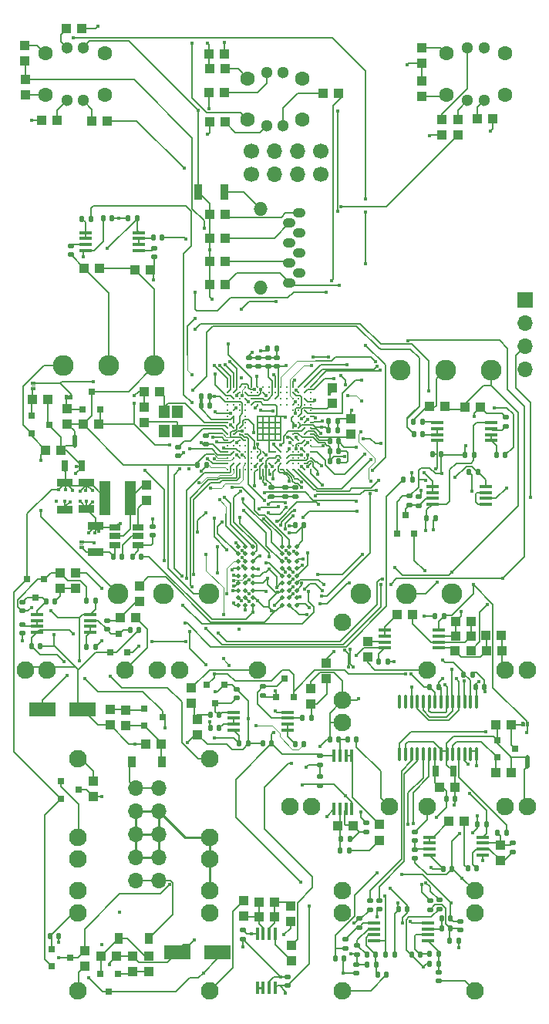
<source format=gbr>
G04 #@! TF.GenerationSoftware,KiCad,Pcbnew,8.0.5*
G04 #@! TF.CreationDate,2024-11-14T10:29:34-08:00*
G04 #@! TF.ProjectId,Sampler-built,53616d70-6c65-4722-9d62-75696c742e6b,rev?*
G04 #@! TF.SameCoordinates,PX38444c0PY67f3540*
G04 #@! TF.FileFunction,Copper,L1,Top*
G04 #@! TF.FilePolarity,Positive*
%FSLAX46Y46*%
G04 Gerber Fmt 4.6, Leading zero omitted, Abs format (unit mm)*
G04 Created by KiCad (PCBNEW 8.0.5) date 2024-11-14 10:29:34*
%MOMM*%
%LPD*%
G01*
G04 APERTURE LIST*
G04 Aperture macros list*
%AMRoundRect*
0 Rectangle with rounded corners*
0 $1 Rounding radius*
0 $2 $3 $4 $5 $6 $7 $8 $9 X,Y pos of 4 corners*
0 Add a 4 corners polygon primitive as box body*
4,1,4,$2,$3,$4,$5,$6,$7,$8,$9,$2,$3,0*
0 Add four circle primitives for the rounded corners*
1,1,$1+$1,$2,$3*
1,1,$1+$1,$4,$5*
1,1,$1+$1,$6,$7*
1,1,$1+$1,$8,$9*
0 Add four rect primitives between the rounded corners*
20,1,$1+$1,$2,$3,$4,$5,0*
20,1,$1+$1,$4,$5,$6,$7,0*
20,1,$1+$1,$6,$7,$8,$9,0*
20,1,$1+$1,$8,$9,$2,$3,0*%
G04 Aperture macros list end*
G04 #@! TA.AperFunction,EtchedComponent*
%ADD10C,0.000000*%
G04 #@! TD*
G04 #@! TA.AperFunction,SMDPad,CuDef*
%ADD11R,0.900000X1.200000*%
G04 #@! TD*
G04 #@! TA.AperFunction,SMDPad,CuDef*
%ADD12RoundRect,0.147500X0.147500X0.172500X-0.147500X0.172500X-0.147500X-0.172500X0.147500X-0.172500X0*%
G04 #@! TD*
G04 #@! TA.AperFunction,SMDPad,CuDef*
%ADD13R,1.000000X1.000000*%
G04 #@! TD*
G04 #@! TA.AperFunction,SMDPad,CuDef*
%ADD14RoundRect,0.147500X0.172500X-0.147500X0.172500X0.147500X-0.172500X0.147500X-0.172500X-0.147500X0*%
G04 #@! TD*
G04 #@! TA.AperFunction,SMDPad,CuDef*
%ADD15R,0.700000X1.300000*%
G04 #@! TD*
G04 #@! TA.AperFunction,SMDPad,CuDef*
%ADD16R,0.439200X0.500000*%
G04 #@! TD*
G04 #@! TA.AperFunction,SMDPad,CuDef*
%ADD17R,0.800100X0.800100*%
G04 #@! TD*
G04 #@! TA.AperFunction,SMDPad,CuDef*
%ADD18R,1.450000X0.450000*%
G04 #@! TD*
G04 #@! TA.AperFunction,SMDPad,CuDef*
%ADD19RoundRect,0.147500X-0.172500X0.147500X-0.172500X-0.147500X0.172500X-0.147500X0.172500X0.147500X0*%
G04 #@! TD*
G04 #@! TA.AperFunction,SMDPad,CuDef*
%ADD20C,0.500000*%
G04 #@! TD*
G04 #@! TA.AperFunction,SMDPad,CuDef*
%ADD21RoundRect,0.147500X-0.147500X-0.172500X0.147500X-0.172500X0.147500X0.172500X-0.147500X0.172500X0*%
G04 #@! TD*
G04 #@! TA.AperFunction,SMDPad,CuDef*
%ADD22R,3.000000X1.600000*%
G04 #@! TD*
G04 #@! TA.AperFunction,SMDPad,CuDef*
%ADD23R,0.500000X0.439200*%
G04 #@! TD*
G04 #@! TA.AperFunction,SMDPad,CuDef*
%ADD24R,1.700000X0.900000*%
G04 #@! TD*
G04 #@! TA.AperFunction,ComponentPad*
%ADD25C,1.700000*%
G04 #@! TD*
G04 #@! TA.AperFunction,ComponentPad*
%ADD26O,1.700000X1.700000*%
G04 #@! TD*
G04 #@! TA.AperFunction,SMDPad,CuDef*
%ADD27R,1.150000X1.400000*%
G04 #@! TD*
G04 #@! TA.AperFunction,ComponentPad*
%ADD28R,1.700000X1.700000*%
G04 #@! TD*
G04 #@! TA.AperFunction,SMDPad,CuDef*
%ADD29R,1.220000X0.650000*%
G04 #@! TD*
G04 #@! TA.AperFunction,SMDPad,CuDef*
%ADD30C,0.300000*%
G04 #@! TD*
G04 #@! TA.AperFunction,SMDPad,CuDef*
%ADD31R,0.450000X1.450000*%
G04 #@! TD*
G04 #@! TA.AperFunction,SMDPad,CuDef*
%ADD32R,1.200000X3.700000*%
G04 #@! TD*
G04 #@! TA.AperFunction,SMDPad,CuDef*
%ADD33R,0.900000X1.700000*%
G04 #@! TD*
G04 #@! TA.AperFunction,SMDPad,CuDef*
%ADD34RoundRect,0.100000X-0.100000X0.637500X-0.100000X-0.637500X0.100000X-0.637500X0.100000X0.637500X0*%
G04 #@! TD*
G04 #@! TA.AperFunction,ComponentPad*
%ADD35C,1.930400*%
G04 #@! TD*
G04 #@! TA.AperFunction,ComponentPad*
%ADD36C,1.600000*%
G04 #@! TD*
G04 #@! TA.AperFunction,ComponentPad*
%ADD37C,1.300000*%
G04 #@! TD*
G04 #@! TA.AperFunction,ComponentPad*
%ADD38O,1.397000X1.092200*%
G04 #@! TD*
G04 #@! TA.AperFunction,ComponentPad*
%ADD39O,1.524000X1.524000*%
G04 #@! TD*
G04 #@! TA.AperFunction,ComponentPad*
%ADD40C,2.286000*%
G04 #@! TD*
G04 #@! TA.AperFunction,ViaPad*
%ADD41C,0.400000*%
G04 #@! TD*
G04 #@! TA.AperFunction,Conductor*
%ADD42C,0.127000*%
G04 #@! TD*
G04 #@! TA.AperFunction,Conductor*
%ADD43C,0.250000*%
G04 #@! TD*
G04 #@! TA.AperFunction,Conductor*
%ADD44C,0.203200*%
G04 #@! TD*
G04 #@! TA.AperFunction,Conductor*
%ADD45C,0.100000*%
G04 #@! TD*
G04 #@! TA.AperFunction,Conductor*
%ADD46C,0.200000*%
G04 #@! TD*
G04 APERTURE END LIST*
G04 #@! TA.AperFunction,EtchedComponent*
G04 #@! TO.C,JP4*
G36*
X-2050633Y30881878D02*
G01*
X-2152233Y30881878D01*
X-2152233Y31288278D01*
X-2050633Y31288278D01*
X-2050633Y30881878D01*
G37*
G04 #@! TD.AperFunction*
D10*
G04 #@! TA.AperFunction,EtchedComponent*
G04 #@! TO.C,NT2*
G36*
X-51316648Y61669318D02*
G01*
X-51816648Y61669318D01*
X-51816648Y62669318D01*
X-51316648Y62669318D01*
X-51316648Y61669318D01*
G37*
G04 #@! TD.AperFunction*
G04 #@! TA.AperFunction,EtchedComponent*
G04 #@! TO.C,JP2*
G36*
X-50603448Y50865878D02*
G01*
X-51009848Y50865878D01*
X-51009848Y50764278D01*
X-50603448Y50764278D01*
X-50603448Y50865878D01*
G37*
G04 #@! TD.AperFunction*
G04 #@! TA.AperFunction,EtchedComponent*
G04 #@! TO.C,JP11*
G36*
X-55878448Y68310118D02*
G01*
X-56284848Y68310118D01*
X-56284848Y68208518D01*
X-55878448Y68208518D01*
X-55878448Y68310118D01*
G37*
G04 #@! TD.AperFunction*
G04 #@! TA.AperFunction,EtchedComponent*
G04 #@! TO.C,NT1*
G36*
X-1581433Y26470078D02*
G01*
X-2081433Y26470078D01*
X-2081433Y27470078D01*
X-1581433Y27470078D01*
X-1581433Y26470078D01*
G37*
G04 #@! TD.AperFunction*
G04 #@! TA.AperFunction,EtchedComponent*
G04 #@! TO.C,JP3*
G36*
X-52151248Y66781118D02*
G01*
X-52252848Y66781118D01*
X-52252848Y67187518D01*
X-52151248Y67187518D01*
X-52151248Y66781118D01*
G37*
G04 #@! TD.AperFunction*
G04 #@! TD*
D11*
G04 #@! TO.P,D16,1,K*
G04 #@! TO.N,Net-(D16-K)*
X-42001433Y26960078D03*
G04 #@! TO.P,D16,2,A*
G04 #@! TO.N,Net-(D16-A)*
X-45301433Y26960078D03*
G04 #@! TD*
D12*
G04 #@! TO.P,C61,1*
G04 #@! TO.N,+12V*
X-44709785Y86695000D03*
G04 #@! TO.P,C61,2*
G04 #@! TO.N,GND*
X-45679785Y86695000D03*
G04 #@! TD*
D13*
G04 #@! TO.P,R3,1*
G04 #@! TO.N,/D0*
X-11210000Y95780000D03*
G04 #@! TO.P,R3,2*
G04 #@! TO.N,Net-(Bank_But1-G)*
X-11210000Y97480000D03*
G04 #@! TD*
D14*
G04 #@! TO.P,C1,1*
G04 #@! TO.N,+3V3*
X-31391285Y70381678D03*
G04 #@! TO.P,C1,2*
G04 #@! TO.N,GND*
X-31391285Y71351678D03*
G04 #@! TD*
D13*
G04 #@! TO.P,R57,1*
G04 #@! TO.N,Net-(U15B-+)*
X-9750000Y39170000D03*
G04 #@! TO.P,R57,2*
G04 #@! TO.N,VREF+*
X-8050000Y39170000D03*
G04 #@! TD*
D15*
G04 #@! TO.P,C44,1*
G04 #@! TO.N,/VCOM*
X-11900000Y25950000D03*
G04 #@! TO.P,C44,2*
G04 #@! TO.N,GNDA*
X-10000000Y25950000D03*
G04 #@! TD*
D13*
G04 #@! TO.P,R59,1*
G04 #@! TO.N,Net-(J12-SIG)*
X-49484785Y24830000D03*
G04 #@! TO.P,R59,2*
G04 #@! TO.N,/D13*
X-49484785Y23130000D03*
G04 #@! TD*
D16*
G04 #@! TO.P,JP4,1,A*
G04 #@! TO.N,+12V*
X-1831033Y31085078D03*
G04 #@! TO.P,JP4,2,B*
G04 #@! TO.N,Net-(JP4-B)*
X-2371833Y31085078D03*
G04 #@! TD*
D17*
G04 #@! TO.P,Q11,1,G*
G04 #@! TO.N,Net-(Q11-G)*
X-43901433Y32860078D03*
G04 #@! TO.P,Q11,2,S*
G04 #@! TO.N,Net-(D16-K)*
X-43901433Y30960078D03*
G04 #@! TO.P,Q11,3,D*
G04 #@! TO.N,+12V*
X-41902453Y31910078D03*
G04 #@! TD*
D13*
G04 #@! TO.P,R61,1*
G04 #@! TO.N,GND*
X-27859785Y9450000D03*
G04 #@! TO.P,R61,2*
G04 #@! TO.N,Net-(U16B--)*
X-27859785Y11150000D03*
G04 #@! TD*
D18*
G04 #@! TO.P,U15,1*
G04 #@! TO.N,Net-(U15A--)*
X-17490000Y41435000D03*
G04 #@! TO.P,U15,2,-*
X-17490000Y40785000D03*
G04 #@! TO.P,U15,3,+*
G04 #@! TO.N,Net-(U15A-+)*
X-17490000Y40135000D03*
G04 #@! TO.P,U15,4,V-*
G04 #@! TO.N,-12VA*
X-17490000Y39485000D03*
G04 #@! TO.P,U15,5,+*
G04 #@! TO.N,Net-(U15B-+)*
X-11590000Y39485000D03*
G04 #@! TO.P,U15,6,-*
G04 #@! TO.N,Net-(U15B--)*
X-11590000Y40135000D03*
G04 #@! TO.P,U15,7*
G04 #@! TO.N,Net-(C46-Pad1)*
X-11590000Y40785000D03*
G04 #@! TO.P,U15,8,V+*
G04 #@! TO.N,+12V*
X-11590000Y41435000D03*
G04 #@! TD*
D13*
G04 #@! TO.P,C45,1*
G04 #@! TO.N,/VCOM*
X-11500000Y24210000D03*
G04 #@! TO.P,C45,2*
G04 #@! TO.N,GNDA*
X-9800000Y24210000D03*
G04 #@! TD*
D19*
G04 #@! TO.P,R42,1*
G04 #@! TO.N,Net-(C57-Pad1)*
X-3424785Y18044750D03*
G04 #@! TO.P,R42,2*
G04 #@! TO.N,Net-(U8B--)*
X-3424785Y17074750D03*
G04 #@! TD*
D13*
G04 #@! TO.P,C25,1*
G04 #@! TO.N,Net-(D16-K)*
X-42051433Y28960078D03*
G04 #@! TO.P,C25,2*
G04 #@! TO.N,GND*
X-43751433Y28960078D03*
G04 #@! TD*
G04 #@! TO.P,C47,1*
G04 #@! TO.N,/D6*
X-13460000Y101750000D03*
G04 #@! TO.P,C47,2*
G04 #@! TO.N,GND*
X-13460000Y100050000D03*
G04 #@! TD*
D12*
G04 #@! TO.P,R161,1*
G04 #@! TO.N,Net-(C149-Pad1)*
X-11576648Y4820078D03*
G04 #@! TO.P,R161,2*
G04 #@! TO.N,Net-(C153-Pad1)*
X-12546648Y4820078D03*
G04 #@! TD*
D13*
G04 #@! TO.P,C79,1*
G04 #@! TO.N,Net-(POT_SAMP1-Center)*
X-50514785Y81185000D03*
G04 #@! TO.P,C79,2*
G04 #@! TO.N,GNDADC*
X-48814785Y81185000D03*
G04 #@! TD*
G04 #@! TO.P,C55,1*
G04 #@! TO.N,Net-(JP11-B)*
X-56186648Y66799318D03*
G04 #@! TO.P,C55,2*
G04 #@! TO.N,GND*
X-54486648Y66799318D03*
G04 #@! TD*
D20*
G04 #@! TO.P,NT2,1,1*
G04 #@! TO.N,GNDADC*
X-51566648Y62669318D03*
G04 #@! TO.P,NT2,2,2*
G04 #@! TO.N,GND*
X-51566648Y61669318D03*
G04 #@! TD*
D19*
G04 #@! TO.P,C36,1*
G04 #@! TO.N,+3V3*
X-37111285Y62821678D03*
G04 #@! TO.P,C36,2*
G04 #@! TO.N,GND*
X-37111285Y61851678D03*
G04 #@! TD*
D13*
G04 #@! TO.P,C65,1*
G04 #@! TO.N,Net-(POT_START1-Center)*
X-7006648Y65934638D03*
G04 #@! TO.P,C65,2*
G04 #@! TO.N,GNDADC*
X-8706648Y65934638D03*
G04 #@! TD*
G04 #@! TO.P,R71,1*
G04 #@! TO.N,/D8*
X-36740000Y97220000D03*
G04 #@! TO.P,R71,2*
G04 #@! TO.N,Net-(PLAY_BUT1-R)*
X-35040000Y97220000D03*
G04 #@! TD*
D21*
G04 #@! TO.P,R52,1*
G04 #@! TO.N,Net-(U11A-+)*
X-21562208Y29416592D03*
G04 #@! TO.P,R52,2*
G04 #@! TO.N,Net-(J14-SIG)*
X-20592208Y29416592D03*
G04 #@! TD*
G04 #@! TO.P,C88,1*
G04 #@! TO.N,-12VA*
X-12908296Y53750156D03*
G04 #@! TO.P,C88,2*
G04 #@! TO.N,GND*
X-11938296Y53750156D03*
G04 #@! TD*
D22*
G04 #@! TO.P,C24,1*
G04 #@! TO.N,GND*
X-40246648Y6090078D03*
G04 #@! TO.P,C24,2*
G04 #@! TO.N,-12VA*
X-35846648Y6090078D03*
G04 #@! TD*
D13*
G04 #@! TO.P,R74,1*
G04 #@! TO.N,Net-(PLAY_BUT1-POLE-A)*
X-35050000Y103060000D03*
G04 #@! TO.P,R74,2*
G04 #@! TO.N,/D12*
X-36750000Y103060000D03*
G04 #@! TD*
D12*
G04 #@! TO.P,R55,1*
G04 #@! TO.N,/LIN*
X-4139785Y19159750D03*
G04 #@! TO.P,R55,2*
G04 #@! TO.N,Net-(C57-Pad1)*
X-5109785Y19159750D03*
G04 #@! TD*
D23*
G04 #@! TO.P,JP2,1,A*
G04 #@! TO.N,+12V*
X-50806648Y51085478D03*
G04 #@! TO.P,JP2,2,B*
G04 #@! TO.N,Net-(JP2-B)*
X-50806648Y50544678D03*
G04 #@! TD*
D19*
G04 #@! TO.P,R49,1*
G04 #@! TO.N,Net-(U8A-+)*
X-14199785Y17344750D03*
G04 #@! TO.P,R49,2*
G04 #@! TO.N,GND*
X-14199785Y16374750D03*
G04 #@! TD*
D21*
G04 #@! TO.P,R41,1*
G04 #@! TO.N,Net-(U1A--)*
X-5248296Y60644638D03*
G04 #@! TO.P,R41,2*
G04 #@! TO.N,/A3*
X-4278296Y60644638D03*
G04 #@! TD*
D24*
G04 #@! TO.P,C67,1*
G04 #@! TO.N,Net-(JP2-B)*
X-49250155Y49970000D03*
G04 #@! TO.P,C67,2*
G04 #@! TO.N,GND*
X-49250155Y52870000D03*
G04 #@! TD*
D25*
G04 #@! TO.P,J4,1,Pin_1*
G04 #@! TO.N,/UART_TX*
X-32170000Y91520000D03*
G04 #@! TO.P,J4,2,Pin_2*
G04 #@! TO.N,GND*
X-32170000Y94060000D03*
D26*
G04 #@! TO.P,J4,3,Pin_3*
G04 #@! TO.N,/UART_RX*
X-29630000Y91520000D03*
G04 #@! TO.P,J4,4,Pin_4*
G04 #@! TO.N,GND*
X-29630000Y94060000D03*
G04 #@! TO.P,J4,5,Pin_5*
G04 #@! TO.N,/DEBUG2*
X-27090000Y91520000D03*
G04 #@! TO.P,J4,6,Pin_6*
G04 #@! TO.N,GND*
X-27090000Y94060000D03*
D25*
G04 #@! TO.P,J4,7,Pin_7*
G04 #@! TO.N,/DEBUG3*
X-24550000Y91520000D03*
G04 #@! TO.P,J4,8,Pin_8*
G04 #@! TO.N,GND*
X-24550000Y94060000D03*
G04 #@! TD*
D21*
G04 #@! TO.P,C13,1*
G04 #@! TO.N,+3V3*
X-23546285Y60016678D03*
G04 #@! TO.P,C13,2*
G04 #@! TO.N,GND*
X-22576285Y60016678D03*
G04 #@! TD*
D12*
G04 #@! TO.P,R12,1*
G04 #@! TO.N,Net-(U1B--)*
X-13331648Y62980078D03*
G04 #@! TO.P,R12,2*
G04 #@! TO.N,/A1*
X-14301648Y62980078D03*
G04 #@! TD*
D19*
G04 #@! TO.P,R40,1*
G04 #@! TO.N,Net-(POT_START1-Center)*
X-4226648Y64789638D03*
G04 #@! TO.P,R40,2*
G04 #@! TO.N,Net-(U1A-+)*
X-4226648Y63819638D03*
G04 #@! TD*
D13*
G04 #@! TO.P,R21,1*
G04 #@! TO.N,GND*
X-25654785Y35040000D03*
G04 #@! TO.P,R21,2*
G04 #@! TO.N,Net-(R1-Pad1)*
X-25654785Y33340000D03*
G04 #@! TD*
D17*
G04 #@! TO.P,D15,1,Anode*
G04 #@! TO.N,GND*
X-16143296Y52069396D03*
G04 #@! TO.P,D15,2,cathode*
G04 #@! TO.N,+3V3*
X-14243296Y52069396D03*
G04 #@! TO.P,D15,3,AK*
G04 #@! TO.N,Net-(D15-AK)*
X-15193296Y54068376D03*
G04 #@! TD*
D12*
G04 #@! TO.P,C6,1*
G04 #@! TO.N,+3.3VADC*
X-37059785Y59600000D03*
G04 #@! TO.P,C6,2*
G04 #@! TO.N,GNDADC*
X-38029785Y59600000D03*
G04 #@! TD*
D21*
G04 #@! TO.P,R30,1*
G04 #@! TO.N,Net-(R16-Pad2)*
X-36639785Y32100000D03*
G04 #@! TO.P,R30,2*
G04 #@! TO.N,Net-(D24-AK)*
X-35669785Y32100000D03*
G04 #@! TD*
G04 #@! TO.P,C8,1*
G04 #@! TO.N,/VCOM*
X-10735000Y22920000D03*
G04 #@! TO.P,C8,2*
G04 #@! TO.N,GNDA*
X-9765000Y22920000D03*
G04 #@! TD*
G04 #@! TO.P,R66,1*
G04 #@! TO.N,Net-(JP2-B)*
X-47315155Y49540000D03*
G04 #@! TO.P,R66,2*
G04 #@! TO.N,Net-(U13-EN)*
X-46345155Y49540000D03*
G04 #@! TD*
D17*
G04 #@! TO.P,U6,1,VI*
G04 #@! TO.N,Net-(JP11-B)*
X-56307408Y64959318D03*
G04 #@! TO.P,U6,2,VO*
G04 #@! TO.N,VREF+*
X-56307408Y63059318D03*
G04 #@! TO.P,U6,3,GND*
G04 #@! TO.N,GND*
X-54308428Y64009318D03*
G04 #@! TD*
D12*
G04 #@! TO.P,R162,1*
G04 #@! TO.N,Net-(U12A--)*
X-13596648Y5790078D03*
G04 #@! TO.P,R162,2*
G04 #@! TO.N,Net-(C153-Pad1)*
X-14566648Y5790078D03*
G04 #@! TD*
D21*
G04 #@! TO.P,C73,1*
G04 #@! TO.N,+12V*
X-33459785Y28970000D03*
G04 #@! TO.P,C73,2*
G04 #@! TO.N,GND*
X-32489785Y28970000D03*
G04 #@! TD*
D13*
G04 #@! TO.P,C90,1*
G04 #@! TO.N,Net-(C90-Pad1)*
X-8744785Y20454750D03*
G04 #@! TO.P,C90,2*
G04 #@! TO.N,Net-(U8A--)*
X-10444785Y20454750D03*
G04 #@! TD*
D17*
G04 #@! TO.P,D24,1,Anode*
G04 #@! TO.N,GND*
X-35134785Y35420760D03*
G04 #@! TO.P,D24,2,cathode*
G04 #@! TO.N,+3V3*
X-37034785Y35420760D03*
G04 #@! TO.P,D24,3,AK*
G04 #@! TO.N,Net-(D24-AK)*
X-36084785Y33421780D03*
G04 #@! TD*
D12*
G04 #@! TO.P,R65,1*
G04 #@! TO.N,+3V3*
X-44230000Y49520000D03*
G04 #@! TO.P,R65,2*
G04 #@! TO.N,Net-(U13-FB)*
X-45200000Y49520000D03*
G04 #@! TD*
G04 #@! TO.P,C87,1*
G04 #@! TO.N,+12V*
X-7291648Y58805078D03*
G04 #@! TO.P,C87,2*
G04 #@! TO.N,GND*
X-8261648Y58805078D03*
G04 #@! TD*
D13*
G04 #@! TO.P,C22,1*
G04 #@! TO.N,/OSC_IN*
X-42234785Y67640000D03*
G04 #@! TO.P,C22,2*
G04 #@! TO.N,GND*
X-43934785Y67640000D03*
G04 #@! TD*
D21*
G04 #@! TO.P,R160,1*
G04 #@! TO.N,GNDA*
X-22941648Y5380078D03*
G04 #@! TO.P,R160,2*
G04 #@! TO.N,Net-(C152-Pad2)*
X-21971648Y5380078D03*
G04 #@! TD*
D19*
G04 #@! TO.P,R164,1*
G04 #@! TO.N,GNDA*
X-9216648Y9485078D03*
G04 #@! TO.P,R164,2*
G04 #@! TO.N,Net-(C153-Pad2)*
X-9216648Y8515078D03*
G04 #@! TD*
D14*
G04 #@! TO.P,R44,1*
G04 #@! TO.N,Net-(U8A-+)*
X-14179785Y18339750D03*
G04 #@! TO.P,R44,2*
G04 #@! TO.N,Net-(J13-SIG)*
X-14179785Y19309750D03*
G04 #@! TD*
D24*
G04 #@! TO.P,C70,1*
G04 #@! TO.N,+3V3*
X-50256648Y57620078D03*
G04 #@! TO.P,C70,2*
G04 #@! TO.N,GND*
X-50256648Y54720078D03*
G04 #@! TD*
D21*
G04 #@! TO.P,C59,1*
G04 #@! TO.N,+12V*
X-12251648Y60724638D03*
G04 #@! TO.P,C59,2*
G04 #@! TO.N,GND*
X-11281648Y60724638D03*
G04 #@! TD*
D19*
G04 #@! TO.P,R7,1*
G04 #@! TO.N,/ROUT-*
X-19126648Y11725078D03*
G04 #@! TO.P,R7,2*
G04 #@! TO.N,Net-(C152-Pad2)*
X-19126648Y10755078D03*
G04 #@! TD*
D13*
G04 #@! TO.P,C83,1*
G04 #@! TO.N,Net-(POT_PITCH1-Center)*
X-12556648Y65994638D03*
G04 #@! TO.P,C83,2*
G04 #@! TO.N,GNDADC*
X-10856648Y65994638D03*
G04 #@! TD*
G04 #@! TO.P,R73,1*
G04 #@! TO.N,Net-(Bank_But1-POLE-A)*
X-13460000Y105370000D03*
G04 #@! TO.P,R73,2*
G04 #@! TO.N,/D6*
X-13460000Y103670000D03*
G04 #@! TD*
D21*
G04 #@! TO.P,R23,1*
G04 #@! TO.N,Net-(U3B--)*
X-42924785Y84525000D03*
G04 #@! TO.P,R23,2*
G04 #@! TO.N,/A7*
X-41954785Y84525000D03*
G04 #@! TD*
D19*
G04 #@! TO.P,R14,1*
G04 #@! TO.N,/LOUT-*
X-12506648Y11715078D03*
G04 #@! TO.P,R14,2*
G04 #@! TO.N,Net-(C153-Pad2)*
X-12506648Y10745078D03*
G04 #@! TD*
D13*
G04 #@! TO.P,C57,1*
G04 #@! TO.N,Net-(C57-Pad1)*
X-4824785Y17809750D03*
G04 #@! TO.P,C57,2*
G04 #@! TO.N,Net-(U8B--)*
X-4824785Y16109750D03*
G04 #@! TD*
G04 #@! TO.P,C49,1*
G04 #@! TO.N,Net-(JP4-B)*
X-3598653Y31024052D03*
G04 #@! TO.P,C49,2*
G04 #@! TO.N,GNDA*
X-5298653Y31024052D03*
G04 #@! TD*
D19*
G04 #@! TO.P,R18,1*
G04 #@! TO.N,Net-(C46-Pad1)*
X-13753296Y56075156D03*
G04 #@! TO.P,R18,2*
G04 #@! TO.N,Net-(D15-AK)*
X-13753296Y55105156D03*
G04 #@! TD*
D13*
G04 #@! TO.P,C66,1*
G04 #@! TO.N,Net-(POT_LENGTH1-Center)*
X-43244785Y81015000D03*
G04 #@! TO.P,C66,2*
G04 #@! TO.N,GNDADC*
X-44944785Y81015000D03*
G04 #@! TD*
D12*
G04 #@! TO.P,C60,1*
G04 #@! TO.N,-12VA*
X-7681648Y60694638D03*
G04 #@! TO.P,C60,2*
G04 #@! TO.N,GND*
X-8651648Y60694638D03*
G04 #@! TD*
D13*
G04 #@! TO.P,R5,1*
G04 #@! TO.N,/D1*
X-9470000Y95800000D03*
G04 #@! TO.P,R5,2*
G04 #@! TO.N,Net-(Bank_But1-R)*
X-9470000Y97500000D03*
G04 #@! TD*
D17*
G04 #@! TO.P,D1,1,Anode*
G04 #@! TO.N,GND*
X-29424785Y34099240D03*
G04 #@! TO.P,D1,2,cathode*
G04 #@! TO.N,+3V3*
X-27524785Y34099240D03*
G04 #@! TO.P,D1,3,AK*
G04 #@! TO.N,Net-(D1-AK)*
X-28474785Y36098220D03*
G04 #@! TD*
D19*
G04 #@! TO.P,C11,1*
G04 #@! TO.N,+3V3*
X-28381285Y57101678D03*
G04 #@! TO.P,C11,2*
G04 #@! TO.N,GND*
X-28381285Y56131678D03*
G04 #@! TD*
D21*
G04 #@! TO.P,R47,1*
G04 #@! TO.N,/I2C1_SCL*
X-7530000Y35177500D03*
G04 #@! TO.P,R47,2*
G04 #@! TO.N,+3V3*
X-6560000Y35177500D03*
G04 #@! TD*
D13*
G04 #@! TO.P,C20,1*
G04 #@! TO.N,Net-(D17-A)*
X-43401433Y5640078D03*
G04 #@! TO.P,C20,2*
G04 #@! TO.N,Net-(Q12-G)*
X-43401433Y3940078D03*
G04 #@! TD*
G04 #@! TO.P,C39,1*
G04 #@! TO.N,/A6*
X-56960000Y101910000D03*
G04 #@! TO.P,C39,2*
G04 #@! TO.N,GND*
X-56960000Y100210000D03*
G04 #@! TD*
G04 #@! TO.P,C26,1*
G04 #@! TO.N,Net-(D17-A)*
X-48678081Y5620156D03*
G04 #@! TO.P,C26,2*
G04 #@! TO.N,GND*
X-46978081Y5620156D03*
G04 #@! TD*
G04 #@! TO.P,R29,1*
G04 #@! TO.N,GND*
X-4690000Y40850000D03*
G04 #@! TO.P,R29,2*
G04 #@! TO.N,Net-(U15B-+)*
X-6390000Y40850000D03*
G04 #@! TD*
G04 #@! TO.P,C46,1*
G04 #@! TO.N,Net-(C46-Pad1)*
X-9690000Y42380000D03*
G04 #@! TO.P,C46,2*
G04 #@! TO.N,Net-(U15B--)*
X-7990000Y42380000D03*
G04 #@! TD*
G04 #@! TO.P,R37,1*
G04 #@! TO.N,GND*
X-45151433Y5640078D03*
G04 #@! TO.P,R37,2*
G04 #@! TO.N,Net-(Q12-G)*
X-45151433Y3940078D03*
G04 #@! TD*
G04 #@! TO.P,R79,1*
G04 #@! TO.N,+3V3*
X-36721433Y84500078D03*
G04 #@! TO.P,R79,2*
G04 #@! TO.N,/D16*
X-35021433Y84500078D03*
G04 #@! TD*
G04 #@! TO.P,C2,1*
G04 #@! TO.N,Net-(U2B-VCAP_2)*
X-23261285Y66356678D03*
G04 #@! TO.P,C2,2*
G04 #@! TO.N,GND*
X-23261285Y68056678D03*
G04 #@! TD*
D21*
G04 #@! TO.P,R48,1*
G04 #@! TO.N,/I2C1_SDA*
X-8851648Y36530078D03*
G04 #@! TO.P,R48,2*
G04 #@! TO.N,+3V3*
X-7881648Y36530078D03*
G04 #@! TD*
D27*
G04 #@! TO.P,Y1,1,1*
G04 #@! TO.N,/OSC_IN*
X-41744785Y65410000D03*
G04 #@! TO.P,Y1,2,2*
G04 #@! TO.N,/OSC_OUT*
X-40244785Y63310000D03*
G04 #@! TO.P,Y1,3,3*
G04 #@! TO.N,unconnected-(Y1-Pad3)*
X-41744785Y63310000D03*
G04 #@! TO.P,Y1,4,4*
G04 #@! TO.N,unconnected-(Y1-Pad4)*
X-40244785Y65410000D03*
G04 #@! TD*
D13*
G04 #@! TO.P,R68,1*
G04 #@! TO.N,/D7*
X-55200000Y97390000D03*
G04 #@! TO.P,R68,2*
G04 #@! TO.N,Net-(REV_BUT1-R)*
X-53500000Y97390000D03*
G04 #@! TD*
D12*
G04 #@! TO.P,C35,1*
G04 #@! TO.N,+12V*
X-11010000Y42990000D03*
G04 #@! TO.P,C35,2*
G04 #@! TO.N,GND*
X-11980000Y42990000D03*
G04 #@! TD*
D17*
G04 #@! TO.P,D22,1,Anode*
G04 #@! TO.N,GND*
X-47640000Y39019240D03*
G04 #@! TO.P,D22,2,cathode*
G04 #@! TO.N,+3V3*
X-45740000Y39019240D03*
G04 #@! TO.P,D22,3,AK*
G04 #@! TO.N,Net-(D22-AK)*
X-46690000Y41018220D03*
G04 #@! TD*
D12*
G04 #@! TO.P,C17,1*
G04 #@! TO.N,+3V3*
X-36686285Y66056678D03*
G04 #@! TO.P,C17,2*
G04 #@! TO.N,GND*
X-37656285Y66056678D03*
G04 #@! TD*
D13*
G04 #@! TO.P,R80,1*
G04 #@! TO.N,+3V3*
X-36721433Y87050078D03*
G04 #@! TO.P,R80,2*
G04 #@! TO.N,/D17*
X-35021433Y87050078D03*
G04 #@! TD*
D12*
G04 #@! TO.P,C64,1*
G04 #@! TO.N,-12VA*
X-49270000Y44640000D03*
G04 #@! TO.P,C64,2*
G04 #@! TO.N,GND*
X-50240000Y44640000D03*
G04 #@! TD*
D19*
G04 #@! TO.P,C76,1*
G04 #@! TO.N,-12VA*
X-24631648Y27635078D03*
G04 #@! TO.P,C76,2*
G04 #@! TO.N,GND*
X-24631648Y26665078D03*
G04 #@! TD*
D13*
G04 #@! TO.P,C42,1*
G04 #@! TO.N,GND*
X-4620000Y39180000D03*
G04 #@! TO.P,C42,2*
G04 #@! TO.N,Net-(U15B-+)*
X-6320000Y39180000D03*
G04 #@! TD*
D18*
G04 #@! TO.P,U10,1*
G04 #@! TO.N,Net-(U10A--)*
X-28164785Y30465000D03*
G04 #@! TO.P,U10,2,-*
X-28164785Y31115000D03*
G04 #@! TO.P,U10,3,+*
G04 #@! TO.N,Net-(D1-AK)*
X-28164785Y31765000D03*
G04 #@! TO.P,U10,4,V-*
G04 #@! TO.N,-12VA*
X-28164785Y32415000D03*
G04 #@! TO.P,U10,5,+*
G04 #@! TO.N,Net-(D24-AK)*
X-34064785Y32415000D03*
G04 #@! TO.P,U10,6,-*
G04 #@! TO.N,Net-(U10B--)*
X-34064785Y31765000D03*
G04 #@! TO.P,U10,7*
X-34064785Y31115000D03*
G04 #@! TO.P,U10,8,V+*
G04 #@! TO.N,+12V*
X-34064785Y30465000D03*
G04 #@! TD*
D12*
G04 #@! TO.P,C150,1*
G04 #@! TO.N,GNDA*
X-10277816Y9800078D03*
G04 #@! TO.P,C150,2*
G04 #@! TO.N,Net-(U12A-+)*
X-11247816Y9800078D03*
G04 #@! TD*
D21*
G04 #@! TO.P,R2,1*
G04 #@! TO.N,Net-(U10A--)*
X-27339785Y28940000D03*
G04 #@! TO.P,R2,2*
G04 #@! TO.N,/A0*
X-26369785Y28940000D03*
G04 #@! TD*
D12*
G04 #@! TO.P,R50,1*
G04 #@! TO.N,Net-(C48-Pad1)*
X-21311648Y18550078D03*
G04 #@! TO.P,R50,2*
G04 #@! TO.N,Net-(U11B--)*
X-22281648Y18550078D03*
G04 #@! TD*
G04 #@! TO.P,R152,1*
G04 #@! TO.N,Net-(J16-SIG)*
X-17288296Y3600156D03*
G04 #@! TO.P,R152,2*
G04 #@! TO.N,Net-(C147-Pad1)*
X-18258296Y3600156D03*
G04 #@! TD*
D28*
G04 #@! TO.P,J3,1,Pin_1*
G04 #@! TO.N,+3V3*
X-2090000Y77680000D03*
D26*
G04 #@! TO.P,J3,2,Pin_2*
G04 #@! TO.N,/SWDCLK*
X-2090000Y75140000D03*
G04 #@! TO.P,J3,3,Pin_3*
G04 #@! TO.N,GND*
X-2090000Y72600000D03*
G04 #@! TO.P,J3,4,Pin_4*
G04 #@! TO.N,/SWDIO*
X-2090000Y70060000D03*
G04 #@! TD*
D21*
G04 #@! TO.P,R11,1*
G04 #@! TO.N,Net-(POT_PITCH1-Center)*
X-14343352Y64278158D03*
G04 #@! TO.P,R11,2*
G04 #@! TO.N,Net-(U1B-+)*
X-13373352Y64278158D03*
G04 #@! TD*
D29*
G04 #@! TO.P,U13,1,GND*
G04 #@! TO.N,GND*
X-47170000Y52710000D03*
G04 #@! TO.P,U13,2,SW*
G04 #@! TO.N,Net-(U13-SW)*
X-47170000Y51760000D03*
G04 #@! TO.P,U13,3,IN*
G04 #@! TO.N,Net-(JP2-B)*
X-47170000Y50810000D03*
G04 #@! TO.P,U13,4,FB*
G04 #@! TO.N,Net-(U13-FB)*
X-44550000Y50810000D03*
G04 #@! TO.P,U13,5,EN*
G04 #@! TO.N,Net-(U13-EN)*
X-44550000Y51760000D03*
G04 #@! TO.P,U13,6,BST*
G04 #@! TO.N,Net-(U13-BST)*
X-44550000Y52710000D03*
G04 #@! TD*
D13*
G04 #@! TO.P,R20,1*
G04 #@! TO.N,Net-(J7-SIG)*
X-44830000Y42820000D03*
G04 #@! TO.P,R20,2*
G04 #@! TO.N,Net-(R20-Pad2)*
X-46530000Y42820000D03*
G04 #@! TD*
G04 #@! TO.P,C51,1*
G04 #@! TO.N,+5V*
X-5308005Y25817500D03*
G04 #@! TO.P,C51,2*
G04 #@! TO.N,GNDA*
X-3608005Y25817500D03*
G04 #@! TD*
D21*
G04 #@! TO.P,R51,1*
G04 #@! TO.N,Net-(U11B--)*
X-22401648Y17280078D03*
G04 #@! TO.P,R51,2*
G04 #@! TO.N,Net-(C52-Pad1)*
X-21431648Y17280078D03*
G04 #@! TD*
D23*
G04 #@! TO.P,JP11,1,A*
G04 #@! TO.N,+12V*
X-56081648Y68529718D03*
G04 #@! TO.P,JP11,2,B*
G04 #@! TO.N,Net-(JP11-B)*
X-56081648Y67988918D03*
G04 #@! TD*
D30*
G04 #@! TO.P,U2,A1,PE3*
G04 #@! TO.N,/SAI_SD_B*
X-34751285Y68166678D03*
G04 #@! TO.P,U2,A2,PE2*
G04 #@! TO.N,/SAI_MCLK*
X-34101285Y68166678D03*
G04 #@! TO.P,U2,A3,PE1*
G04 #@! TO.N,/SD-NBL1*
X-33451285Y68166678D03*
G04 #@! TO.P,U2,A4,PE0*
G04 #@! TO.N,/SD-NBL0*
X-32801285Y68166678D03*
G04 #@! TO.P,U2,A5,PB8*
G04 #@! TO.N,/I2C1_SCL*
X-32151285Y68166678D03*
G04 #@! TO.P,U2,A6,PB5*
G04 #@! TO.N,/SD-CKE1*
X-31501285Y68166678D03*
G04 #@! TO.P,U2,A7,PG14*
G04 #@! TO.N,unconnected-(U2A-PG14-PadA7)*
X-30851285Y68166678D03*
G04 #@! TO.P,U2,A8,PG13*
G04 #@! TO.N,unconnected-(U2A-PG13-PadA8)*
X-30201285Y68166678D03*
G04 #@! TO.P,U2,A9,PB4*
G04 #@! TO.N,/DEBUG3*
X-29551285Y68166678D03*
G04 #@! TO.P,U2,A10,PB3*
G04 #@! TO.N,/CODEC_RESET*
X-28901285Y68166678D03*
G04 #@! TO.P,U2,A11,PD7*
G04 #@! TO.N,unconnected-(U2A-PD7-PadA11)*
X-28251285Y68166678D03*
G04 #@! TO.P,U2,A12,PC12*
G04 #@! TO.N,/D9*
X-27601285Y68166678D03*
G04 #@! TO.P,U2,A13,PA15*
G04 #@! TO.N,/D0*
X-26951285Y68166678D03*
G04 #@! TO.P,U2,A14,PA14*
G04 #@! TO.N,/SWDCLK*
X-26301285Y68166678D03*
G04 #@! TO.P,U2,A15,PA13*
G04 #@! TO.N,/SWDIO*
X-25651285Y68166678D03*
G04 #@! TO.P,U2,B1,PE4*
G04 #@! TO.N,/SAI_FS*
X-34751285Y67516678D03*
G04 #@! TO.P,U2,B2,PE5*
G04 #@! TO.N,/SAI_SCK*
X-34101285Y67516678D03*
G04 #@! TO.P,U2,B3,PE6*
G04 #@! TO.N,/SAI_SD_A*
X-33451285Y67516678D03*
G04 #@! TO.P,U2,B4,PB9*
G04 #@! TO.N,/I2C1_SDA*
X-32801285Y67516678D03*
G04 #@! TO.P,U2,B5,PB7*
G04 #@! TO.N,unconnected-(U2A-PB7-PadB5)*
X-32151285Y67516678D03*
G04 #@! TO.P,U2,B6,PB6*
G04 #@! TO.N,unconnected-(U2A-PB6-PadB6)*
X-31501285Y67516678D03*
G04 #@! TO.P,U2,B7,PG15*
G04 #@! TO.N,/SD-NCAS*
X-30851285Y67516678D03*
G04 #@! TO.P,U2,B8,PG12*
G04 #@! TO.N,unconnected-(U2A-PG12-PadB8)*
X-30201285Y67516678D03*
G04 #@! TO.P,U2,B9,PG11*
G04 #@! TO.N,unconnected-(U2A-PG11-PadB9)*
X-29551285Y67516678D03*
G04 #@! TO.P,U2,B10,PG10*
G04 #@! TO.N,unconnected-(U2A-PG10-PadB10)*
X-28901285Y67516678D03*
G04 #@! TO.P,U2,B11,PD6*
G04 #@! TO.N,unconnected-(U2A-PD6-PadB11)*
X-28251285Y67516678D03*
G04 #@! TO.P,U2,B12,PD0*
G04 #@! TO.N,/SD-D2*
X-27601285Y67516678D03*
G04 #@! TO.P,U2,B13,PC11*
G04 #@! TO.N,/D19*
X-26951285Y67516678D03*
G04 #@! TO.P,U2,B14,PC10*
G04 #@! TO.N,/D18*
X-26301285Y67516678D03*
G04 #@! TO.P,U2,B15,PA12*
G04 #@! TO.N,unconnected-(U2A-PA12-PadB15)*
X-25651285Y67516678D03*
G04 #@! TO.P,U2,C1,VBAT*
G04 #@! TO.N,unconnected-(U2B-VBAT-PadC1)*
X-34751285Y66866678D03*
G04 #@! TO.P,U2,C2,PI7*
G04 #@! TO.N,/D1*
X-34101285Y66866678D03*
G04 #@! TO.P,U2,C3,PI6*
G04 #@! TO.N,unconnected-(U2A-PI6-PadC3)*
X-33451285Y66866678D03*
G04 #@! TO.P,U2,C4,PI5*
G04 #@! TO.N,/DEBUG2*
X-32801285Y66866678D03*
G04 #@! TO.P,U2,C5,VDD*
G04 #@! TO.N,+3V3*
X-32151285Y66866678D03*
G04 #@! TO.P,U2,C6,PDR_ON*
X-31501285Y66866678D03*
G04 #@! TO.P,U2,C7,VDD*
X-30851285Y66866678D03*
G04 #@! TO.P,U2,C8,VDDSDMMC*
X-30201285Y66866678D03*
G04 #@! TO.P,U2,C9,VDD*
X-29551285Y66866678D03*
G04 #@! TO.P,U2,C10,PG9*
G04 #@! TO.N,unconnected-(U2A-PG9-PadC10)*
X-28901285Y66866678D03*
G04 #@! TO.P,U2,C11,PD5*
G04 #@! TO.N,unconnected-(U2A-PD5-PadC11)*
X-28251285Y66866678D03*
G04 #@! TO.P,U2,C12,PD1*
G04 #@! TO.N,/SD-D3*
X-27601285Y66866678D03*
G04 #@! TO.P,U2,C13,PI3*
G04 #@! TO.N,unconnected-(U2A-PI3-PadC13)*
X-26951285Y66866678D03*
G04 #@! TO.P,U2,C14,PI2*
G04 #@! TO.N,/D3*
X-26301285Y66866678D03*
G04 #@! TO.P,U2,C15,PA11*
G04 #@! TO.N,unconnected-(U2A-PA11-PadC15)*
X-25651285Y66866678D03*
G04 #@! TO.P,U2,D1,PC13*
G04 #@! TO.N,unconnected-(U2A-PC13-PadD1)*
X-34751285Y66216678D03*
G04 #@! TO.P,U2,D2,PI8*
G04 #@! TO.N,unconnected-(U2A-PI8-PadD2)*
X-34101285Y66216678D03*
G04 #@! TO.P,U2,D3,PI9*
G04 #@! TO.N,unconnected-(U2A-PI9-PadD3)*
X-33451285Y66216678D03*
G04 #@! TO.P,U2,D4,PI4*
G04 #@! TO.N,unconnected-(U2A-PI4-PadD4)*
X-32801285Y66216678D03*
G04 #@! TO.P,U2,D5,VSS*
G04 #@! TO.N,GND*
X-32151285Y66216678D03*
G04 #@! TO.P,U2,D6,BOOT*
G04 #@! TO.N,/BOOT0*
X-31501285Y66216678D03*
G04 #@! TO.P,U2,D7,VSS*
G04 #@! TO.N,GND*
X-30851285Y66216678D03*
G04 #@! TO.P,U2,D8,VSS*
X-30201285Y66216678D03*
G04 #@! TO.P,U2,D9,VSS*
X-29551285Y66216678D03*
G04 #@! TO.P,U2,D10,PD4*
G04 #@! TO.N,unconnected-(U2A-PD4-PadD10)*
X-28901285Y66216678D03*
G04 #@! TO.P,U2,D11,PD3*
G04 #@! TO.N,unconnected-(U2A-PD3-PadD11)*
X-28251285Y66216678D03*
G04 #@! TO.P,U2,D12,PD2*
G04 #@! TO.N,/D4*
X-27601285Y66216678D03*
G04 #@! TO.P,U2,D13,PH15*
G04 #@! TO.N,unconnected-(U2A-PH15-PadD13)*
X-26951285Y66216678D03*
G04 #@! TO.P,U2,D14,PI1*
G04 #@! TO.N,unconnected-(U2A-PI1-PadD14)*
X-26301285Y66216678D03*
G04 #@! TO.P,U2,D15,PA10*
G04 #@! TO.N,unconnected-(U2A-PA10-PadD15)*
X-25651285Y66216678D03*
G04 #@! TO.P,U2,E1,PC14*
G04 #@! TO.N,unconnected-(U2A-PC14-PadE1)*
X-34751285Y65566678D03*
G04 #@! TO.P,U2,E2,PF0*
G04 #@! TO.N,/SD-A0*
X-34101285Y65566678D03*
G04 #@! TO.P,U2,E3,PI10*
G04 #@! TO.N,unconnected-(U2A-PI10-PadE3)*
X-33451285Y65566678D03*
G04 #@! TO.P,U2,E4,PI11*
G04 #@! TO.N,unconnected-(U2A-PI11-PadE4)*
X-32801285Y65566678D03*
G04 #@! TO.P,U2,E12,PH13*
G04 #@! TO.N,unconnected-(U2A-PH13-PadE12)*
X-27601285Y65566678D03*
G04 #@! TO.P,U2,E13,PH14*
G04 #@! TO.N,unconnected-(U2A-PH14-PadE13)*
X-26951285Y65566678D03*
G04 #@! TO.P,U2,E14,PI0*
G04 #@! TO.N,/D5*
X-26301285Y65566678D03*
G04 #@! TO.P,U2,E15,PA9*
G04 #@! TO.N,unconnected-(U2A-PA9-PadE15)*
X-25651285Y65566678D03*
G04 #@! TO.P,U2,F1,PC15*
G04 #@! TO.N,unconnected-(U2A-PC15-PadF1)*
X-34751285Y64916678D03*
G04 #@! TO.P,U2,F2,VSS*
G04 #@! TO.N,GND*
X-34101285Y64916678D03*
G04 #@! TO.P,U2,F3,VDD*
G04 #@! TO.N,+3V3*
X-33451285Y64916678D03*
G04 #@! TO.P,U2,F4,PH2*
G04 #@! TO.N,unconnected-(U2A-PH2-PadF4)*
X-32801285Y64916678D03*
G04 #@! TO.P,U2,F6,VSS*
G04 #@! TO.N,GND*
X-31501285Y64916678D03*
G04 #@! TO.P,U2,F7,VSS*
X-30851285Y64916678D03*
G04 #@! TO.P,U2,F8,VSS*
X-30201285Y64916678D03*
G04 #@! TO.P,U2,F9,VSS*
X-29551285Y64916678D03*
G04 #@! TO.P,U2,F10,VSS*
X-28901285Y64916678D03*
G04 #@! TO.P,U2,F12,VSS*
X-27601285Y64916678D03*
G04 #@! TO.P,U2,F13,VCAP_2*
G04 #@! TO.N,Net-(U2B-VCAP_2)*
X-26951285Y64916678D03*
G04 #@! TO.P,U2,F14,PC9*
G04 #@! TO.N,/D17*
X-26301285Y64916678D03*
G04 #@! TO.P,U2,F15,PA8*
G04 #@! TO.N,/D12*
X-25651285Y64916678D03*
G04 #@! TO.P,U2,G1,PH0*
G04 #@! TO.N,/OSC_IN*
X-34751285Y64266678D03*
G04 #@! TO.P,U2,G2,VSS*
G04 #@! TO.N,GND*
X-34101285Y64266678D03*
G04 #@! TO.P,U2,G3,VDD*
G04 #@! TO.N,+3V3*
X-33451285Y64266678D03*
G04 #@! TO.P,U2,G4,PH3*
G04 #@! TO.N,unconnected-(U2A-PH3-PadG4)*
X-32801285Y64266678D03*
G04 #@! TO.P,U2,G6,VSS*
G04 #@! TO.N,GND*
X-31501285Y64266678D03*
G04 #@! TO.P,U2,G7,VSS*
X-30851285Y64266678D03*
G04 #@! TO.P,U2,G8,VSS*
X-30201285Y64266678D03*
G04 #@! TO.P,U2,G9,VSS*
X-29551285Y64266678D03*
G04 #@! TO.P,U2,G10,VSS*
X-28901285Y64266678D03*
G04 #@! TO.P,U2,G12,VSS*
X-27601285Y64266678D03*
G04 #@! TO.P,U2,G13,VDD*
G04 #@! TO.N,+3V3*
X-26951285Y64266678D03*
G04 #@! TO.P,U2,G14,PC8*
G04 #@! TO.N,/D16*
X-26301285Y64266678D03*
G04 #@! TO.P,U2,G15,PC7*
G04 #@! TO.N,/D2*
X-25651285Y64266678D03*
G04 #@! TO.P,U2,H1,PH1*
G04 #@! TO.N,/OSC_OUT*
X-34751285Y63616678D03*
G04 #@! TO.P,U2,H2,PF2*
G04 #@! TO.N,/SD-A2*
X-34101285Y63616678D03*
G04 #@! TO.P,U2,H3,PF1*
G04 #@! TO.N,/SD-A1*
X-33451285Y63616678D03*
G04 #@! TO.P,U2,H4,PH4*
G04 #@! TO.N,unconnected-(U2A-PH4-PadH4)*
X-32801285Y63616678D03*
G04 #@! TO.P,U2,H6,VSS*
G04 #@! TO.N,GND*
X-31501285Y63616678D03*
G04 #@! TO.P,U2,H7,VSS*
X-30851285Y63616678D03*
G04 #@! TO.P,U2,H8,VSS*
X-30201285Y63616678D03*
G04 #@! TO.P,U2,H9,VSS*
X-29551285Y63616678D03*
G04 #@! TO.P,U2,H10,VSS*
X-28901285Y63616678D03*
G04 #@! TO.P,U2,H12,VSS*
X-27601285Y63616678D03*
G04 #@! TO.P,U2,H13,VDDUSB*
G04 #@! TO.N,+3V3*
X-26951285Y63616678D03*
G04 #@! TO.P,U2,H14,PG8*
G04 #@! TO.N,/SD-CLK*
X-26301285Y63616678D03*
G04 #@! TO.P,U2,H15,PC6*
G04 #@! TO.N,/D14*
X-25651285Y63616678D03*
G04 #@! TO.P,U2,J1,NRST*
G04 #@! TO.N,/NRST*
X-34751285Y62966678D03*
G04 #@! TO.P,U2,J2,PF3*
G04 #@! TO.N,/SD-A3*
X-34101285Y62966678D03*
G04 #@! TO.P,U2,J3,PF4*
G04 #@! TO.N,/SD-A4*
X-33451285Y62966678D03*
G04 #@! TO.P,U2,J4,PH5*
G04 #@! TO.N,/SD-NWE*
X-32801285Y62966678D03*
G04 #@! TO.P,U2,J6,VSS*
G04 #@! TO.N,GND*
X-31501285Y62966678D03*
G04 #@! TO.P,U2,J7,VSS*
X-30851285Y62966678D03*
G04 #@! TO.P,U2,J8,VSS*
X-30201285Y62966678D03*
G04 #@! TO.P,U2,J9,VSS*
X-29551285Y62966678D03*
G04 #@! TO.P,U2,J10,VSS*
X-28901285Y62966678D03*
G04 #@! TO.P,U2,J12,VDD*
G04 #@! TO.N,+3V3*
X-27601285Y62966678D03*
G04 #@! TO.P,U2,J13,VDD*
X-26951285Y62966678D03*
G04 #@! TO.P,U2,J14,VDD12OTGHS*
G04 #@! TO.N,Net-(U2B-VDD12OTGHS)*
X-26301285Y62966678D03*
G04 #@! TO.P,U2,J15,OTG_HR_REXT*
G04 #@! TO.N,Net-(U2B-OTG_HR_REXT)*
X-25651285Y62966678D03*
G04 #@! TO.P,U2,K1,PF7*
G04 #@! TO.N,/UART_TX*
X-34751285Y62316678D03*
G04 #@! TO.P,U2,K2,PF6*
G04 #@! TO.N,/UART_RX*
X-34101285Y62316678D03*
G04 #@! TO.P,U2,K3,PF5*
G04 #@! TO.N,/SD-A5*
X-33451285Y62316678D03*
G04 #@! TO.P,U2,K4,VDD*
G04 #@! TO.N,+3V3*
X-32801285Y62316678D03*
G04 #@! TO.P,U2,K6,VSS*
G04 #@! TO.N,GND*
X-31501285Y62316678D03*
G04 #@! TO.P,U2,K7,VSS*
X-30851285Y62316678D03*
G04 #@! TO.P,U2,K8,VSS*
X-30201285Y62316678D03*
G04 #@! TO.P,U2,K9,VSS*
X-29551285Y62316678D03*
G04 #@! TO.P,U2,K10,VSS*
X-28901285Y62316678D03*
G04 #@! TO.P,U2,K12,PH12*
G04 #@! TO.N,/D15*
X-27601285Y62316678D03*
G04 #@! TO.P,U2,K13,PG5*
G04 #@! TO.N,/SD-BA1*
X-26951285Y62316678D03*
G04 #@! TO.P,U2,K14,PG4*
G04 #@! TO.N,/SD-BA0*
X-26301285Y62316678D03*
G04 #@! TO.P,U2,K15,PG3*
G04 #@! TO.N,unconnected-(U2A-PG3-PadK15)*
X-25651285Y62316678D03*
G04 #@! TO.P,U2,L1,PF10*
G04 #@! TO.N,unconnected-(U2A-PF10-PadL1)*
X-34751285Y61666678D03*
G04 #@! TO.P,U2,L2,PF9*
G04 #@! TO.N,unconnected-(U2A-PF9-PadL2)*
X-34101285Y61666678D03*
G04 #@! TO.P,U2,L3,PF8*
G04 #@! TO.N,unconnected-(U2A-PF8-PadL3)*
X-33451285Y61666678D03*
G04 #@! TO.P,U2,L4,BYPASS_REG*
G04 #@! TO.N,unconnected-(U2B-BYPASS_REG-PadL4)*
X-32801285Y61666678D03*
G04 #@! TO.P,U2,L12,PH11*
G04 #@! TO.N,/D13*
X-27601285Y61666678D03*
G04 #@! TO.P,U2,L13,PH10*
G04 #@! TO.N,unconnected-(U2A-PH10-PadL13)*
X-26951285Y61666678D03*
G04 #@! TO.P,U2,L14,PD15*
G04 #@! TO.N,/SD-D1*
X-26301285Y61666678D03*
G04 #@! TO.P,U2,L15,PG2*
G04 #@! TO.N,/SD-A12*
X-25651285Y61666678D03*
G04 #@! TO.P,U2,M1,VSSA*
G04 #@! TO.N,GND*
X-34751285Y61016678D03*
G04 #@! TO.P,U2,M2,PC0*
G04 #@! TO.N,/A3*
X-34101285Y61016678D03*
G04 #@! TO.P,U2,M3,PC1*
G04 #@! TO.N,/A8*
X-33451285Y61016678D03*
G04 #@! TO.P,U2,M4,PC2*
G04 #@! TO.N,unconnected-(U2A-PC2-PadM4)*
X-32801285Y61016678D03*
G04 #@! TO.P,U2,M5,PC3*
G04 #@! TO.N,unconnected-(U2A-PC3-PadM5)*
X-32151285Y61016678D03*
G04 #@! TO.P,U2,M6,PB2*
G04 #@! TO.N,unconnected-(U2A-PB2-PadM6)*
X-31501285Y61016678D03*
G04 #@! TO.P,U2,M7,PG1*
G04 #@! TO.N,/SD-A11*
X-30851285Y61016678D03*
G04 #@! TO.P,U2,M8,VSS*
G04 #@! TO.N,GND*
X-30201285Y61016678D03*
G04 #@! TO.P,U2,M9,VSS*
X-29551285Y61016678D03*
G04 #@! TO.P,U2,M10,VCAP_1*
G04 #@! TO.N,Net-(U2B-VCAP_1)*
X-28901285Y61016678D03*
G04 #@! TO.P,U2,M11,PH6*
G04 #@! TO.N,/SD-NE1*
X-28251285Y61016678D03*
G04 #@! TO.P,U2,M12,PH8*
G04 #@! TO.N,unconnected-(U2A-PH8-PadM12)*
X-27601285Y61016678D03*
G04 #@! TO.P,U2,M13,PH9*
G04 #@! TO.N,unconnected-(U2A-PH9-PadM13)*
X-26951285Y61016678D03*
G04 #@! TO.P,U2,M14,PD14*
G04 #@! TO.N,/SD-D0*
X-26301285Y61016678D03*
G04 #@! TO.P,U2,M15,PD13*
G04 #@! TO.N,/D11*
X-25651285Y61016678D03*
G04 #@! TO.P,U2,N1,VREF-*
G04 #@! TO.N,GNDADC*
X-34751285Y60366678D03*
G04 #@! TO.P,U2,N2,PA1*
G04 #@! TO.N,/A7*
X-34101285Y60366678D03*
G04 #@! TO.P,U2,N3,PA0*
G04 #@! TO.N,/A6*
X-33451285Y60366678D03*
G04 #@! TO.P,U2,N4,PA4*
G04 #@! TO.N,/A0*
X-32801285Y60366678D03*
G04 #@! TO.P,U2,N5,PC4*
G04 #@! TO.N,unconnected-(U2A-PC4-PadN5)*
X-32151285Y60366678D03*
G04 #@! TO.P,U2,N6,PF13*
G04 #@! TO.N,/SD-A7*
X-31501285Y60366678D03*
G04 #@! TO.P,U2,N7,PG0*
G04 #@! TO.N,/SD-A10*
X-30851285Y60366678D03*
G04 #@! TO.P,U2,N8,VDD*
G04 #@! TO.N,+3V3*
X-30201285Y60366678D03*
G04 #@! TO.P,U2,N9,VDD*
X-29551285Y60366678D03*
G04 #@! TO.P,U2,N10,VDD*
X-28901285Y60366678D03*
G04 #@! TO.P,U2,N11,PE13*
G04 #@! TO.N,/SD-D10*
X-28251285Y60366678D03*
G04 #@! TO.P,U2,N12,PH7*
G04 #@! TO.N,unconnected-(U2A-PH7-PadN12)*
X-27601285Y60366678D03*
G04 #@! TO.P,U2,N13,PD12*
G04 #@! TO.N,unconnected-(U2A-PD12-PadN13)*
X-26951285Y60366678D03*
G04 #@! TO.P,U2,N14,PD11*
G04 #@! TO.N,unconnected-(U2A-PD11-PadN14)*
X-26301285Y60366678D03*
G04 #@! TO.P,U2,N15,PD10*
G04 #@! TO.N,/SD-D15*
X-25651285Y60366678D03*
G04 #@! TO.P,U2,P1,VREF+*
G04 #@! TO.N,VREF+*
X-34751285Y59716678D03*
G04 #@! TO.P,U2,P2,PA2*
G04 #@! TO.N,/A2*
X-34101285Y59716678D03*
G04 #@! TO.P,U2,P3,PA6*
G04 #@! TO.N,/A5*
X-33451285Y59716678D03*
G04 #@! TO.P,U2,P4,PA5*
G04 #@! TO.N,/A1*
X-32801285Y59716678D03*
G04 #@! TO.P,U2,P5,PC5*
G04 #@! TO.N,unconnected-(U2A-PC5-PadP5)*
X-32151285Y59716678D03*
G04 #@! TO.P,U2,P6,PF12*
G04 #@! TO.N,/SD-A6*
X-31501285Y59716678D03*
G04 #@! TO.P,U2,P7,PF15*
G04 #@! TO.N,/SD-A9*
X-30851285Y59716678D03*
G04 #@! TO.P,U2,P8,PE8*
G04 #@! TO.N,/SD-D5*
X-30201285Y59716678D03*
G04 #@! TO.P,U2,P9,PE9*
G04 #@! TO.N,/SD-D6*
X-29551285Y59716678D03*
G04 #@! TO.P,U2,P10,PE11*
G04 #@! TO.N,/SD-D8*
X-28901285Y59716678D03*
G04 #@! TO.P,U2,P11,PE14*
G04 #@! TO.N,/SD-D11*
X-28251285Y59716678D03*
G04 #@! TO.P,U2,P12,PB12*
G04 #@! TO.N,unconnected-(U2A-PB12-PadP12)*
X-27601285Y59716678D03*
G04 #@! TO.P,U2,P13,PB13*
G04 #@! TO.N,unconnected-(U2A-PB13-PadP13)*
X-26951285Y59716678D03*
G04 #@! TO.P,U2,P14,PD9*
G04 #@! TO.N,/SD-D14*
X-26301285Y59716678D03*
G04 #@! TO.P,U2,P15,PD8*
G04 #@! TO.N,/SD-D13*
X-25651285Y59716678D03*
G04 #@! TO.P,U2,R1,VDDA*
G04 #@! TO.N,+3.3VADC*
X-34751285Y59066678D03*
G04 #@! TO.P,U2,R2,PA3*
G04 #@! TO.N,/A9*
X-34101285Y59066678D03*
G04 #@! TO.P,U2,R3,PA7*
G04 #@! TO.N,/A4*
X-33451285Y59066678D03*
G04 #@! TO.P,U2,R4,PB1*
G04 #@! TO.N,unconnected-(U2A-PB1-PadR4)*
X-32801285Y59066678D03*
G04 #@! TO.P,U2,R5,PB0*
G04 #@! TO.N,unconnected-(U2A-PB0-PadR5)*
X-32151285Y59066678D03*
G04 #@! TO.P,U2,R6,PF11*
G04 #@! TO.N,/SD-NRAS*
X-31501285Y59066678D03*
G04 #@! TO.P,U2,R7,PF14*
G04 #@! TO.N,/SD-A8*
X-30851285Y59066678D03*
G04 #@! TO.P,U2,R8,PE7*
G04 #@! TO.N,/SD-D4*
X-30201285Y59066678D03*
G04 #@! TO.P,U2,R9,PE10*
G04 #@! TO.N,/SD-D7*
X-29551285Y59066678D03*
G04 #@! TO.P,U2,R10,PE12*
G04 #@! TO.N,/SD-D9*
X-28901285Y59066678D03*
G04 #@! TO.P,U2,R11,PE15*
G04 #@! TO.N,/SD-D12*
X-28251285Y59066678D03*
G04 #@! TO.P,U2,R12,PB10*
G04 #@! TO.N,/D6*
X-27601285Y59066678D03*
G04 #@! TO.P,U2,R13,PB11*
G04 #@! TO.N,/D10*
X-26951285Y59066678D03*
G04 #@! TO.P,U2,R14,PB14*
G04 #@! TO.N,/D7*
X-26301285Y59066678D03*
G04 #@! TO.P,U2,R15,PB15*
G04 #@! TO.N,/D8*
X-25651285Y59066678D03*
G04 #@! TD*
D31*
G04 #@! TO.P,U11,1*
G04 #@! TO.N,Net-(U11A--)*
X-21096648Y27680078D03*
G04 #@! TO.P,U11,2,-*
X-21746648Y27680078D03*
G04 #@! TO.P,U11,3,+*
G04 #@! TO.N,Net-(U11A-+)*
X-22396648Y27680078D03*
G04 #@! TO.P,U11,4,V-*
G04 #@! TO.N,-12VA*
X-23046648Y27680078D03*
G04 #@! TO.P,U11,5,+*
G04 #@! TO.N,/VCOM*
X-23046648Y21780078D03*
G04 #@! TO.P,U11,6,-*
G04 #@! TO.N,Net-(U11B--)*
X-22396648Y21780078D03*
G04 #@! TO.P,U11,7*
G04 #@! TO.N,Net-(C48-Pad1)*
X-21746648Y21780078D03*
G04 #@! TO.P,U11,8,V+*
G04 #@! TO.N,+12V*
X-21096648Y21780078D03*
G04 #@! TD*
D14*
G04 #@! TO.P,R22,1*
G04 #@! TO.N,Net-(POT_LENGTH1-Center)*
X-42834785Y82430000D03*
G04 #@! TO.P,R22,2*
G04 #@! TO.N,Net-(U3B-+)*
X-42834785Y83400000D03*
G04 #@! TD*
G04 #@! TO.P,C3,1*
G04 #@! TO.N,+3V3*
X-29371285Y70391678D03*
G04 #@! TO.P,C3,2*
G04 #@! TO.N,GND*
X-29371285Y71361678D03*
G04 #@! TD*
D19*
G04 #@! TO.P,C38,1*
G04 #@! TO.N,+12V*
X-33079785Y8485000D03*
G04 #@! TO.P,C38,2*
G04 #@! TO.N,GND*
X-33079785Y7515000D03*
G04 #@! TD*
D18*
G04 #@! TO.P,U12,1*
G04 #@! TO.N,Net-(C149-Pad1)*
X-12766648Y7325078D03*
G04 #@! TO.P,U12,2,-*
G04 #@! TO.N,Net-(U12A--)*
X-12766648Y7975078D03*
G04 #@! TO.P,U12,3,+*
G04 #@! TO.N,Net-(U12A-+)*
X-12766648Y8625078D03*
G04 #@! TO.P,U12,4,V-*
G04 #@! TO.N,-12VA*
X-12766648Y9275078D03*
G04 #@! TO.P,U12,5,+*
G04 #@! TO.N,Net-(U12B-+)*
X-18666648Y9275078D03*
G04 #@! TO.P,U12,6,-*
G04 #@! TO.N,Net-(U12B--)*
X-18666648Y8625078D03*
G04 #@! TO.P,U12,7*
G04 #@! TO.N,Net-(C147-Pad1)*
X-18666648Y7975078D03*
G04 #@! TO.P,U12,8,V+*
G04 #@! TO.N,+12V*
X-18666648Y7325078D03*
G04 #@! TD*
D21*
G04 #@! TO.P,C72,1*
G04 #@! TO.N,-12VA*
X-11099785Y15214750D03*
G04 #@! TO.P,C72,2*
G04 #@! TO.N,GND*
X-10129785Y15214750D03*
G04 #@! TD*
D13*
G04 #@! TO.P,R24,1*
G04 #@! TO.N,GND*
X-38034785Y29940000D03*
G04 #@! TO.P,R24,2*
G04 #@! TO.N,Net-(R16-Pad2)*
X-38034785Y31640000D03*
G04 #@! TD*
G04 #@! TO.P,C52,1*
G04 #@! TO.N,Net-(C52-Pad1)*
X-18071648Y18380078D03*
G04 #@! TO.P,C52,2*
G04 #@! TO.N,Net-(U11A--)*
X-18071648Y20080078D03*
G04 #@! TD*
G04 #@! TO.P,R77,1*
G04 #@! TO.N,+3V3*
X-36721433Y79400078D03*
G04 #@! TO.P,R77,2*
G04 #@! TO.N,/D18*
X-35021433Y79400078D03*
G04 #@! TD*
G04 #@! TO.P,C58,1*
G04 #@! TO.N,Net-(U13-BST)*
X-43684000Y55664000D03*
G04 #@! TO.P,C58,2*
G04 #@! TO.N,Net-(U13-SW)*
X-43684000Y57364000D03*
G04 #@! TD*
D21*
G04 #@! TO.P,C9,1*
G04 #@! TO.N,+3V3*
X-23656285Y63386678D03*
G04 #@! TO.P,C9,2*
G04 #@! TO.N,GND*
X-22686285Y63386678D03*
G04 #@! TD*
G04 #@! TO.P,C29,1*
G04 #@! TO.N,+3V3*
X-27353400Y52946678D03*
G04 #@! TO.P,C29,2*
G04 #@! TO.N,GND*
X-26383400Y52946678D03*
G04 #@! TD*
D22*
G04 #@! TO.P,C21,1*
G04 #@! TO.N,+12V*
X-55101433Y32710078D03*
G04 #@! TO.P,C21,2*
G04 #@! TO.N,GND*
X-50701433Y32710078D03*
G04 #@! TD*
D14*
G04 #@! TO.P,C97,1*
G04 #@! TO.N,Net-(D15-AK)*
X-14753296Y55175156D03*
G04 #@! TO.P,C97,2*
G04 #@! TO.N,GND*
X-14753296Y56145156D03*
G04 #@! TD*
D13*
G04 #@! TO.P,R13,1*
G04 #@! TO.N,/D3*
X-47940000Y97370000D03*
G04 #@! TO.P,R13,2*
G04 #@! TO.N,Net-(REV_BUT1-B)*
X-49640000Y97370000D03*
G04 #@! TD*
G04 #@! TO.P,R26,1*
G04 #@! TO.N,GND*
X-44450000Y46310000D03*
G04 #@! TO.P,R26,2*
G04 #@! TO.N,Net-(R20-Pad2)*
X-44450000Y44610000D03*
G04 #@! TD*
D12*
G04 #@! TO.P,C18,1*
G04 #@! TO.N,+3V3*
X-36711285Y67116678D03*
G04 #@! TO.P,C18,2*
G04 #@! TO.N,GND*
X-37681285Y67116678D03*
G04 #@! TD*
D13*
G04 #@! TO.P,R31,1*
G04 #@! TO.N,GND*
X-47651433Y31010078D03*
G04 #@! TO.P,R31,2*
G04 #@! TO.N,Net-(Q11-G)*
X-47651433Y32710078D03*
G04 #@! TD*
G04 #@! TO.P,C54,1*
G04 #@! TO.N,/D12*
X-36770000Y104680000D03*
G04 #@! TO.P,C54,2*
G04 #@! TO.N,GND*
X-35070000Y104680000D03*
G04 #@! TD*
D19*
G04 #@! TO.P,C10,1*
G04 #@! TO.N,+3V3*
X-27341285Y57111678D03*
G04 #@! TO.P,C10,2*
G04 #@! TO.N,GND*
X-27341285Y56141678D03*
G04 #@! TD*
D12*
G04 #@! TO.P,R33,1*
G04 #@! TO.N,Net-(R17-Pad2)*
X-53695000Y44600000D03*
G04 #@! TO.P,R33,2*
G04 #@! TO.N,Net-(D26-AK)*
X-54665000Y44600000D03*
G04 #@! TD*
D13*
G04 #@! TO.P,R63,1*
G04 #@! TO.N,Net-(C84-Pad2)*
X-33009785Y10020000D03*
G04 #@! TO.P,R63,2*
G04 #@! TO.N,Net-(J15-SIG)*
X-33009785Y11720000D03*
G04 #@! TD*
D31*
G04 #@! TO.P,U16,1*
G04 #@! TO.N,Net-(U16A--)*
X-31504785Y2160000D03*
G04 #@! TO.P,U16,2,-*
X-30854785Y2160000D03*
G04 #@! TO.P,U16,3,+*
G04 #@! TO.N,GND*
X-30204785Y2160000D03*
G04 #@! TO.P,U16,4,V-*
G04 #@! TO.N,-12VA*
X-29554785Y2160000D03*
G04 #@! TO.P,U16,5,+*
G04 #@! TO.N,Net-(U16B-+)*
X-29554785Y8060000D03*
G04 #@! TO.P,U16,6,-*
G04 #@! TO.N,Net-(U16B--)*
X-30204785Y8060000D03*
G04 #@! TO.P,U16,7*
G04 #@! TO.N,Net-(C84-Pad2)*
X-30854785Y8060000D03*
G04 #@! TO.P,U16,8,V+*
G04 #@! TO.N,+12V*
X-31504785Y8060000D03*
G04 #@! TD*
D12*
G04 #@! TO.P,C19,1*
G04 #@! TO.N,/D2*
X-53279785Y7800000D03*
G04 #@! TO.P,C19,2*
G04 #@! TO.N,GND*
X-54249785Y7800000D03*
G04 #@! TD*
G04 #@! TO.P,R81,1*
G04 #@! TO.N,Net-(U10B--)*
X-35664785Y30670000D03*
G04 #@! TO.P,R81,2*
G04 #@! TO.N,/A5*
X-36634785Y30670000D03*
G04 #@! TD*
D21*
G04 #@! TO.P,C62,1*
G04 #@! TO.N,-12VA*
X-48429785Y86635000D03*
G04 #@! TO.P,C62,2*
G04 #@! TO.N,GND*
X-47459785Y86635000D03*
G04 #@! TD*
D19*
G04 #@! TO.P,R158,1*
G04 #@! TO.N,Net-(U12B--)*
X-20512816Y6805078D03*
G04 #@! TO.P,R158,2*
G04 #@! TO.N,Net-(C152-Pad1)*
X-20512816Y5835078D03*
G04 #@! TD*
D21*
G04 #@! TO.P,C14,1*
G04 #@! TO.N,+3V3*
X-23656285Y64426678D03*
G04 #@! TO.P,C14,2*
G04 #@! TO.N,GND*
X-22686285Y64426678D03*
G04 #@! TD*
D19*
G04 #@! TO.P,C152,1*
G04 #@! TO.N,Net-(C152-Pad1)*
X-20622816Y4715078D03*
G04 #@! TO.P,C152,2*
G04 #@! TO.N,Net-(C152-Pad2)*
X-20622816Y3745078D03*
G04 #@! TD*
D18*
G04 #@! TO.P,U1,1*
G04 #@! TO.N,Net-(U1A--)*
X-5806648Y62245078D03*
G04 #@! TO.P,U1,2,-*
X-5806648Y62895078D03*
G04 #@! TO.P,U1,3,+*
G04 #@! TO.N,Net-(U1A-+)*
X-5806648Y63545078D03*
G04 #@! TO.P,U1,4,V-*
G04 #@! TO.N,-12VA*
X-5806648Y64195078D03*
G04 #@! TO.P,U1,5,+*
G04 #@! TO.N,Net-(U1B-+)*
X-11706648Y64195078D03*
G04 #@! TO.P,U1,6,-*
G04 #@! TO.N,Net-(U1B--)*
X-11706648Y63545078D03*
G04 #@! TO.P,U1,7*
X-11706648Y62895078D03*
G04 #@! TO.P,U1,8,V+*
G04 #@! TO.N,+12V*
X-11706648Y62245078D03*
G04 #@! TD*
D13*
G04 #@! TO.P,R9,1*
G04 #@! TO.N,Net-(J8-SIG)*
X-19390000Y38490000D03*
G04 #@! TO.P,R9,2*
G04 #@! TO.N,Net-(U15A-+)*
X-19390000Y40190000D03*
G04 #@! TD*
G04 #@! TO.P,R64,1*
G04 #@! TO.N,/D5*
X-5610000Y97570000D03*
G04 #@! TO.P,R64,2*
G04 #@! TO.N,Net-(Bank_But1-B)*
X-7310000Y97570000D03*
G04 #@! TD*
D14*
G04 #@! TO.P,R67,1*
G04 #@! TO.N,Net-(U13-FB)*
X-43000155Y51845000D03*
G04 #@! TO.P,R67,2*
G04 #@! TO.N,GND*
X-43000155Y52815000D03*
G04 #@! TD*
D12*
G04 #@! TO.P,R4,1*
G04 #@! TO.N,GND*
X-22546285Y62156678D03*
G04 #@! TO.P,R4,2*
G04 #@! TO.N,Net-(U2B-OTG_HR_REXT)*
X-23516285Y62156678D03*
G04 #@! TD*
D17*
G04 #@! TO.P,V2,1,VI*
G04 #@! TO.N,Net-(JP3-B)*
X-50650000Y65639240D03*
G04 #@! TO.P,V2,2,VO*
G04 #@! TO.N,+3.3VADC*
X-48750000Y65639240D03*
G04 #@! TO.P,V2,3,GND*
G04 #@! TO.N,GNDADC*
X-49700000Y67638220D03*
G04 #@! TD*
D19*
G04 #@! TO.P,R27,1*
G04 #@! TO.N,Net-(R20-Pad2)*
X-48010000Y42485000D03*
G04 #@! TO.P,R27,2*
G04 #@! TO.N,Net-(D22-AK)*
X-48010000Y41515000D03*
G04 #@! TD*
D14*
G04 #@! TO.P,C7,1*
G04 #@! TO.N,+3V3*
X-32431285Y70371678D03*
G04 #@! TO.P,C7,2*
G04 #@! TO.N,GND*
X-32431285Y71341678D03*
G04 #@! TD*
D12*
G04 #@! TO.P,C78,1*
G04 #@! TO.N,-12VA*
X-15011648Y10780078D03*
G04 #@! TO.P,C78,2*
G04 #@! TO.N,GND*
X-15981648Y10780078D03*
G04 #@! TD*
D13*
G04 #@! TO.P,R35,1*
G04 #@! TO.N,/D10*
X-50740000Y107460000D03*
G04 #@! TO.P,R35,2*
G04 #@! TO.N,Net-(REV_BUT1-G)*
X-52440000Y107460000D03*
G04 #@! TD*
D19*
G04 #@! TO.P,R34,1*
G04 #@! TO.N,Net-(U5B--)*
X-57300000Y42045000D03*
G04 #@! TO.P,R34,2*
G04 #@! TO.N,/A4*
X-57300000Y41075000D03*
G04 #@! TD*
D13*
G04 #@! TO.P,R56,1*
G04 #@! TO.N,Net-(C46-Pad1)*
X-9700000Y40770000D03*
G04 #@! TO.P,R56,2*
G04 #@! TO.N,Net-(U15B--)*
X-8000000Y40770000D03*
G04 #@! TD*
D19*
G04 #@! TO.P,C85,1*
G04 #@! TO.N,Net-(D26-AK)*
X-57310000Y44505000D03*
G04 #@! TO.P,C85,2*
G04 #@! TO.N,GND*
X-57310000Y43535000D03*
G04 #@! TD*
D13*
G04 #@! TO.P,C48,1*
G04 #@! TO.N,Net-(C48-Pad1)*
X-20926648Y19910078D03*
G04 #@! TO.P,C48,2*
G04 #@! TO.N,Net-(U11B--)*
X-22626648Y19910078D03*
G04 #@! TD*
G04 #@! TO.P,R36,1*
G04 #@! TO.N,/A6*
X-57030000Y103950000D03*
G04 #@! TO.P,R36,2*
G04 #@! TO.N,Net-(REV_BUT1-POLE-A)*
X-57030000Y105650000D03*
G04 #@! TD*
D14*
G04 #@! TO.P,R159,1*
G04 #@! TO.N,Net-(U12B-+)*
X-20326648Y8805078D03*
G04 #@! TO.P,R159,2*
G04 #@! TO.N,Net-(C152-Pad2)*
X-20326648Y9775078D03*
G04 #@! TD*
G04 #@! TO.P,C50,1*
G04 #@! TO.N,+3V3*
X-30311285Y70371678D03*
G04 #@! TO.P,C50,2*
G04 #@! TO.N,GND*
X-30311285Y71341678D03*
G04 #@! TD*
D32*
G04 #@! TO.P,L1,1,1*
G04 #@! TO.N,Net-(U13-SW)*
X-45410000Y55970000D03*
G04 #@! TO.P,L1,2,2*
G04 #@! TO.N,+3V3*
X-48210000Y55970000D03*
G04 #@! TD*
D19*
G04 #@! TO.P,C12,1*
G04 #@! TO.N,+3V3*
X-29941285Y57101678D03*
G04 #@! TO.P,C12,2*
G04 #@! TO.N,GND*
X-29941285Y56131678D03*
G04 #@! TD*
D20*
G04 #@! TO.P,NT1,1,1*
G04 #@! TO.N,GNDA*
X-1831433Y27470078D03*
G04 #@! TO.P,NT1,2,2*
G04 #@! TO.N,GND*
X-1831433Y26470078D03*
G04 #@! TD*
D19*
G04 #@! TO.P,R6,1*
G04 #@! TO.N,/ROUT+*
X-18086648Y11745078D03*
G04 #@! TO.P,R6,2*
G04 #@! TO.N,Net-(C152-Pad1)*
X-18086648Y10775078D03*
G04 #@! TD*
D12*
G04 #@! TO.P,R8,1*
G04 #@! TO.N,GND*
X-29379785Y72360000D03*
G04 #@! TO.P,R8,2*
G04 #@! TO.N,/BOOT0*
X-30349785Y72360000D03*
G04 #@! TD*
D13*
G04 #@! TO.P,R60,1*
G04 #@! TO.N,/D15*
X-27764785Y6800000D03*
G04 #@! TO.P,R60,2*
G04 #@! TO.N,Net-(U16B-+)*
X-27764785Y5100000D03*
G04 #@! TD*
D18*
G04 #@! TO.P,U3,1*
G04 #@! TO.N,Net-(U3A--)*
X-50374785Y85085000D03*
G04 #@! TO.P,U3,2,-*
X-50374785Y84435000D03*
G04 #@! TO.P,U3,3,+*
G04 #@! TO.N,Net-(U3A-+)*
X-50374785Y83785000D03*
G04 #@! TO.P,U3,4,V-*
G04 #@! TO.N,-12VA*
X-50374785Y83135000D03*
G04 #@! TO.P,U3,5,+*
G04 #@! TO.N,Net-(U3B-+)*
X-44474785Y83135000D03*
G04 #@! TO.P,U3,6,-*
G04 #@! TO.N,Net-(U3B--)*
X-44474785Y83785000D03*
G04 #@! TO.P,U3,7*
X-44474785Y84435000D03*
G04 #@! TO.P,U3,8,V+*
G04 #@! TO.N,+12V*
X-44474785Y85085000D03*
G04 #@! TD*
D13*
G04 #@! TO.P,R15,1*
G04 #@! TO.N,Net-(J2-SIG)*
X-23944785Y37840000D03*
G04 #@! TO.P,R15,2*
G04 #@! TO.N,Net-(R1-Pad1)*
X-23944785Y36140000D03*
G04 #@! TD*
D14*
G04 #@! TO.P,C15,1*
G04 #@! TO.N,GND*
X-40161433Y60555078D03*
G04 #@! TO.P,C15,2*
G04 #@! TO.N,/NRST*
X-40161433Y61525078D03*
G04 #@! TD*
D26*
G04 #@! TO.P,J10,1,-12V*
G04 #@! TO.N,Net-(D17-K)*
X-42274785Y13930000D03*
G04 #@! TO.P,J10,2,-12V*
X-44814785Y13930000D03*
G04 #@! TO.P,J10,3,GND*
G04 #@! TO.N,GND*
X-42274785Y16470000D03*
G04 #@! TO.P,J10,4,GND*
X-44814785Y16470000D03*
G04 #@! TO.P,J10,5,GND*
X-42274785Y19010000D03*
G04 #@! TO.P,J10,6,GND*
X-44814785Y19010000D03*
G04 #@! TO.P,J10,7,GND*
X-42274785Y21550000D03*
G04 #@! TO.P,J10,8,GND*
X-44814785Y21550000D03*
G04 #@! TO.P,J10,9,+12V*
G04 #@! TO.N,Net-(D16-A)*
X-42274785Y24090000D03*
G04 #@! TO.P,J10,10,+12V*
X-44814785Y24090000D03*
G04 #@! TD*
D21*
G04 #@! TO.P,C77,1*
G04 #@! TO.N,+12V*
X-17396648Y5780078D03*
G04 #@! TO.P,C77,2*
G04 #@! TO.N,GND*
X-16426648Y5780078D03*
G04 #@! TD*
D12*
G04 #@! TO.P,R157,1*
G04 #@! TO.N,Net-(C147-Pad1)*
X-18432816Y4710078D03*
G04 #@! TO.P,R157,2*
G04 #@! TO.N,Net-(C152-Pad1)*
X-19402816Y4710078D03*
G04 #@! TD*
D19*
G04 #@! TO.P,C82,1*
G04 #@! TO.N,Net-(D1-AK)*
X-30884785Y35235000D03*
G04 #@! TO.P,C82,2*
G04 #@! TO.N,GND*
X-30884785Y34265000D03*
G04 #@! TD*
D12*
G04 #@! TO.P,C149,1*
G04 #@! TO.N,Net-(C149-Pad1)*
X-11576648Y5860078D03*
G04 #@! TO.P,C149,2*
G04 #@! TO.N,Net-(U12A--)*
X-12546648Y5860078D03*
G04 #@! TD*
D21*
G04 #@! TO.P,C86,1*
G04 #@! TO.N,Net-(D22-AK)*
X-45455000Y41470000D03*
G04 #@! TO.P,C86,2*
G04 #@! TO.N,GND*
X-44485000Y41470000D03*
G04 #@! TD*
D19*
G04 #@! TO.P,R54,1*
G04 #@! TO.N,/RIN*
X-19551648Y20260078D03*
G04 #@! TO.P,R54,2*
G04 #@! TO.N,Net-(C48-Pad1)*
X-19551648Y19290078D03*
G04 #@! TD*
D13*
G04 #@! TO.P,C56,1*
G04 #@! TO.N,VREF+*
X-54745215Y61210000D03*
G04 #@! TO.P,C56,2*
G04 #@! TO.N,GND*
X-53045215Y61210000D03*
G04 #@! TD*
G04 #@! TO.P,R25,1*
G04 #@! TO.N,GND*
X-53140000Y47710000D03*
G04 #@! TO.P,R25,2*
G04 #@! TO.N,Net-(R17-Pad2)*
X-53140000Y46010000D03*
G04 #@! TD*
D17*
G04 #@! TO.P,D3,1,Anode*
G04 #@! TO.N,GND*
X-53065545Y24840000D03*
G04 #@! TO.P,D3,2,cathode*
G04 #@! TO.N,+3V3*
X-53065545Y22940000D03*
G04 #@! TO.P,D3,3,AK*
G04 #@! TO.N,/D13*
X-51066565Y23890000D03*
G04 #@! TD*
D21*
G04 #@! TO.P,R28,1*
G04 #@! TO.N,Net-(U5A--)*
X-50240000Y39620000D03*
G04 #@! TO.P,R28,2*
G04 #@! TO.N,/A8*
X-49270000Y39620000D03*
G04 #@! TD*
D24*
G04 #@! TO.P,C68,1*
G04 #@! TO.N,+3V3*
X-52591596Y57598456D03*
G04 #@! TO.P,C68,2*
G04 #@! TO.N,GND*
X-52591596Y54698456D03*
G04 #@! TD*
D17*
G04 #@! TO.P,D7,1,Anode*
G04 #@! TO.N,GND*
X-54075545Y6430000D03*
G04 #@! TO.P,D7,2,cathode*
G04 #@! TO.N,+3V3*
X-54075545Y4530000D03*
G04 #@! TO.P,D7,3,AK*
G04 #@! TO.N,/D2*
X-52076565Y5480000D03*
G04 #@! TD*
D18*
G04 #@! TO.P,U5,1*
G04 #@! TO.N,Net-(U5A--)*
X-49800000Y41205000D03*
G04 #@! TO.P,U5,2,-*
X-49800000Y41855000D03*
G04 #@! TO.P,U5,3,+*
G04 #@! TO.N,Net-(D22-AK)*
X-49800000Y42505000D03*
G04 #@! TO.P,U5,4,V-*
G04 #@! TO.N,-12VA*
X-49800000Y43155000D03*
G04 #@! TO.P,U5,5,+*
G04 #@! TO.N,Net-(D26-AK)*
X-55700000Y43155000D03*
G04 #@! TO.P,U5,6,-*
G04 #@! TO.N,Net-(U5B--)*
X-55700000Y42505000D03*
G04 #@! TO.P,U5,7*
X-55700000Y41855000D03*
G04 #@! TO.P,U5,8,V+*
G04 #@! TO.N,+12V*
X-55700000Y41205000D03*
G04 #@! TD*
D21*
G04 #@! TO.P,C53,1*
G04 #@! TO.N,+3V3*
X-23546285Y61086678D03*
G04 #@! TO.P,C53,2*
G04 #@! TO.N,GND*
X-22576285Y61086678D03*
G04 #@! TD*
D17*
G04 #@! TO.P,D26,1,Anode*
G04 #@! TO.N,GND*
X-54900000Y47030760D03*
G04 #@! TO.P,D26,2,cathode*
G04 #@! TO.N,+3V3*
X-56800000Y47030760D03*
G04 #@! TO.P,D26,3,AK*
G04 #@! TO.N,Net-(D26-AK)*
X-55850000Y45031780D03*
G04 #@! TD*
D14*
G04 #@! TO.P,R45,1*
G04 #@! TO.N,Net-(POT_SAMP1-Center)*
X-51994785Y82665000D03*
G04 #@! TO.P,R45,2*
G04 #@! TO.N,Net-(U3A-+)*
X-51994785Y83635000D03*
G04 #@! TD*
D13*
G04 #@! TO.P,R17,1*
G04 #@! TO.N,Net-(J9-SIG)*
X-51420000Y47710000D03*
G04 #@! TO.P,R17,2*
G04 #@! TO.N,Net-(R17-Pad2)*
X-51420000Y46010000D03*
G04 #@! TD*
D20*
G04 #@! TO.P,U4,A1,GND*
G04 #@! TO.N,GND*
X-27188400Y44196678D03*
G04 #@! TO.P,U4,A2,DQ15*
G04 #@! TO.N,/SD-D15*
X-27988400Y44196678D03*
G04 #@! TO.P,U4,A3,GNDQ*
G04 #@! TO.N,GND*
X-28788400Y44196678D03*
G04 #@! TO.P,U4,A7,VDDQ*
G04 #@! TO.N,+3V3*
X-31988400Y44196678D03*
G04 #@! TO.P,U4,A8,DQ0*
G04 #@! TO.N,/SD-D0*
X-32788400Y44196678D03*
G04 #@! TO.P,U4,A9,VDD*
G04 #@! TO.N,+3V3*
X-33588400Y44196678D03*
G04 #@! TO.P,U4,B1,DQ14*
G04 #@! TO.N,/SD-D14*
X-27188400Y44996678D03*
G04 #@! TO.P,U4,B2,DQ13*
G04 #@! TO.N,/SD-D13*
X-27988400Y44996678D03*
G04 #@! TO.P,U4,B3,VDDQ*
G04 #@! TO.N,+3V3*
X-28788400Y44996678D03*
G04 #@! TO.P,U4,B7,GNDQ*
G04 #@! TO.N,GND*
X-31988400Y44996678D03*
G04 #@! TO.P,U4,B8,DQ2*
G04 #@! TO.N,/SD-D2*
X-32788400Y44996678D03*
G04 #@! TO.P,U4,B9,DQ1*
G04 #@! TO.N,/SD-D1*
X-33588400Y44996678D03*
G04 #@! TO.P,U4,C1,DQ12*
G04 #@! TO.N,/SD-D12*
X-27188400Y45796678D03*
G04 #@! TO.P,U4,C2,DQ11*
G04 #@! TO.N,/SD-D11*
X-27988400Y45796678D03*
G04 #@! TO.P,U4,C3,GNDQ*
G04 #@! TO.N,GND*
X-28788400Y45796678D03*
G04 #@! TO.P,U4,C7,VDDQ*
G04 #@! TO.N,+3V3*
X-31988400Y45796678D03*
G04 #@! TO.P,U4,C8,DQ4*
G04 #@! TO.N,/SD-D4*
X-32788400Y45796678D03*
G04 #@! TO.P,U4,C9,DQ3*
G04 #@! TO.N,/SD-D3*
X-33588400Y45796678D03*
G04 #@! TO.P,U4,D1,DQ10*
G04 #@! TO.N,/SD-D10*
X-27188400Y46596678D03*
G04 #@! TO.P,U4,D2,DQ9*
G04 #@! TO.N,/SD-D9*
X-27988400Y46596678D03*
G04 #@! TO.P,U4,D3,VDDQ*
G04 #@! TO.N,+3V3*
X-28788400Y46596678D03*
G04 #@! TO.P,U4,D7,GNDQ*
G04 #@! TO.N,GND*
X-31988400Y46596678D03*
G04 #@! TO.P,U4,D8,DQ6*
G04 #@! TO.N,/SD-D6*
X-32788400Y46596678D03*
G04 #@! TO.P,U4,D9,DQ5*
G04 #@! TO.N,/SD-D5*
X-33588400Y46596678D03*
G04 #@! TO.P,U4,E1,DQ8*
G04 #@! TO.N,/SD-D8*
X-27188400Y47396678D03*
G04 #@! TO.P,U4,E2,NC*
G04 #@! TO.N,unconnected-(U4-NC-PadE2)*
X-27988400Y47396678D03*
G04 #@! TO.P,U4,E3,GND*
G04 #@! TO.N,GND*
X-28788400Y47396678D03*
G04 #@! TO.P,U4,E7,VDD*
G04 #@! TO.N,+3V3*
X-31988400Y47396678D03*
G04 #@! TO.P,U4,E8,DQML*
G04 #@! TO.N,/SD-NBL0*
X-32788400Y47396678D03*
G04 #@! TO.P,U4,E9,DQ7*
G04 #@! TO.N,/SD-D7*
X-33588400Y47396678D03*
G04 #@! TO.P,U4,F1,DQMH*
G04 #@! TO.N,/SD-NBL1*
X-27188400Y48196678D03*
G04 #@! TO.P,U4,F2,CLK*
G04 #@! TO.N,/SD-CLK*
X-27988400Y48196678D03*
G04 #@! TO.P,U4,F3,CKE*
G04 #@! TO.N,/SD-CKE1*
X-28788400Y48196678D03*
G04 #@! TO.P,U4,F7,~{CAS}*
G04 #@! TO.N,/SD-NCAS*
X-31988400Y48196678D03*
G04 #@! TO.P,U4,F8,~{RAS}*
G04 #@! TO.N,/SD-NRAS*
X-32788400Y48196678D03*
G04 #@! TO.P,U4,F9,~{WE}*
G04 #@! TO.N,/SD-NWE*
X-33588400Y48196678D03*
G04 #@! TO.P,U4,G1,A12/NC*
G04 #@! TO.N,/SD-A12*
X-27188400Y48996678D03*
G04 #@! TO.P,U4,G2,A11*
G04 #@! TO.N,/SD-A11*
X-27988400Y48996678D03*
G04 #@! TO.P,U4,G3,A9*
G04 #@! TO.N,/SD-A9*
X-28788400Y48996678D03*
G04 #@! TO.P,U4,G7,BA0*
G04 #@! TO.N,/SD-BA0*
X-31988400Y48996678D03*
G04 #@! TO.P,U4,G8,BA1*
G04 #@! TO.N,/SD-BA1*
X-32788400Y48996678D03*
G04 #@! TO.P,U4,G9,~{CS}*
G04 #@! TO.N,/SD-NE1*
X-33588400Y48996678D03*
G04 #@! TO.P,U4,H1,A8*
G04 #@! TO.N,/SD-A8*
X-27188400Y49796678D03*
G04 #@! TO.P,U4,H2,A7*
G04 #@! TO.N,/SD-A7*
X-27988400Y49796678D03*
G04 #@! TO.P,U4,H3,A6*
G04 #@! TO.N,/SD-A6*
X-28788400Y49796678D03*
G04 #@! TO.P,U4,H7,A0*
G04 #@! TO.N,/SD-A0*
X-31988400Y49796678D03*
G04 #@! TO.P,U4,H8,A1*
G04 #@! TO.N,/SD-A1*
X-32788400Y49796678D03*
G04 #@! TO.P,U4,H9,A10*
G04 #@! TO.N,/SD-A10*
X-33588400Y49796678D03*
G04 #@! TO.P,U4,J1,GND*
G04 #@! TO.N,GND*
X-27188400Y50596678D03*
G04 #@! TO.P,U4,J2,A5*
G04 #@! TO.N,/SD-A5*
X-27988400Y50596678D03*
G04 #@! TO.P,U4,J3,A4*
G04 #@! TO.N,/SD-A4*
X-28788400Y50596678D03*
G04 #@! TO.P,U4,J7,A3*
G04 #@! TO.N,/SD-A3*
X-31988400Y50596678D03*
G04 #@! TO.P,U4,J8,A2*
G04 #@! TO.N,/SD-A2*
X-32788400Y50596678D03*
G04 #@! TO.P,U4,J9,VDD*
G04 #@! TO.N,+3V3*
X-33588400Y50596678D03*
G04 #@! TD*
D14*
G04 #@! TO.P,C40,1*
G04 #@! TO.N,-12VA*
X-28134785Y2425000D03*
G04 #@! TO.P,C40,2*
G04 #@! TO.N,GND*
X-28134785Y3395000D03*
G04 #@! TD*
D11*
G04 #@! TO.P,D17,1,K*
G04 #@! TO.N,Net-(D17-K)*
X-43434785Y7590000D03*
G04 #@! TO.P,D17,2,A*
G04 #@! TO.N,Net-(D17-A)*
X-46734785Y7590000D03*
G04 #@! TD*
D12*
G04 #@! TO.P,C71,1*
G04 #@! TO.N,+12V*
X-6339785Y20159750D03*
G04 #@! TO.P,C71,2*
G04 #@! TO.N,GND*
X-7309785Y20159750D03*
G04 #@! TD*
D13*
G04 #@! TO.P,C16,1*
G04 #@! TO.N,Net-(D16-K)*
X-45901433Y30960078D03*
G04 #@! TO.P,C16,2*
G04 #@! TO.N,Net-(Q11-G)*
X-45901433Y32660078D03*
G04 #@! TD*
G04 #@! TO.P,C84,1*
G04 #@! TO.N,Net-(U16B--)*
X-29569785Y9920000D03*
G04 #@! TO.P,C84,2*
G04 #@! TO.N,Net-(C84-Pad2)*
X-31269785Y9920000D03*
G04 #@! TD*
D12*
G04 #@! TO.P,R1,1*
G04 #@! TO.N,Net-(R1-Pad1)*
X-25569785Y31820000D03*
G04 #@! TO.P,R1,2*
G04 #@! TO.N,Net-(D1-AK)*
X-26539785Y31820000D03*
G04 #@! TD*
D21*
G04 #@! TO.P,R46,1*
G04 #@! TO.N,Net-(U3A--)*
X-50754785Y86605000D03*
G04 #@! TO.P,R46,2*
G04 #@! TO.N,/A9*
X-49784785Y86605000D03*
G04 #@! TD*
D33*
G04 #@! TO.P,C43,1*
G04 #@! TO.N,+3V3*
X-38011433Y89570078D03*
G04 #@! TO.P,C43,2*
G04 #@! TO.N,GND*
X-35111433Y89570078D03*
G04 #@! TD*
D13*
G04 #@! TO.P,R58,1*
G04 #@! TO.N,Net-(J11-SIG)*
X-50454785Y4540000D03*
G04 #@! TO.P,R58,2*
G04 #@! TO.N,/D2*
X-50454785Y6240000D03*
G04 #@! TD*
G04 #@! TO.P,C81,1*
G04 #@! TO.N,Net-(JP3-B)*
X-52350000Y65770000D03*
G04 #@! TO.P,C81,2*
G04 #@! TO.N,GNDADC*
X-52350000Y64070000D03*
G04 #@! TD*
D18*
G04 #@! TO.P,U8,1*
G04 #@! TO.N,Net-(U8A--)*
X-12624785Y18709750D03*
G04 #@! TO.P,U8,2,-*
X-12624785Y18059750D03*
G04 #@! TO.P,U8,3,+*
G04 #@! TO.N,Net-(U8A-+)*
X-12624785Y17409750D03*
G04 #@! TO.P,U8,4,V-*
G04 #@! TO.N,-12VA*
X-12624785Y16759750D03*
G04 #@! TO.P,U8,5,+*
G04 #@! TO.N,/VCOM*
X-6724785Y16759750D03*
G04 #@! TO.P,U8,6,-*
G04 #@! TO.N,Net-(U8B--)*
X-6724785Y17409750D03*
G04 #@! TO.P,U8,7*
G04 #@! TO.N,Net-(C57-Pad1)*
X-6724785Y18059750D03*
G04 #@! TO.P,U8,8,V+*
G04 #@! TO.N,+12V*
X-6724785Y18709750D03*
G04 #@! TD*
D13*
G04 #@! TO.P,R75,1*
G04 #@! TO.N,Net-(PLAY_BUT1-G)*
X-35070000Y100440000D03*
G04 #@! TO.P,R75,2*
G04 #@! TO.N,/D14*
X-36770000Y100440000D03*
G04 #@! TD*
G04 #@! TO.P,R32,1*
G04 #@! TO.N,Net-(U15A--)*
X-16140000Y43180000D03*
G04 #@! TO.P,R32,2*
G04 #@! TO.N,Net-(U15B--)*
X-14440000Y43180000D03*
G04 #@! TD*
D12*
G04 #@! TO.P,C41,1*
G04 #@! TO.N,+3V3*
X-11595000Y35210000D03*
G04 #@! TO.P,C41,2*
G04 #@! TO.N,GND*
X-12565000Y35210000D03*
G04 #@! TD*
D13*
G04 #@! TO.P,C80,1*
G04 #@! TO.N,+3.3VADC*
X-48940000Y64070000D03*
G04 #@! TO.P,C80,2*
G04 #@! TO.N,GNDADC*
X-50640000Y64070000D03*
G04 #@! TD*
D17*
G04 #@! TO.P,Q12,1,G*
G04 #@! TO.N,Net-(Q12-G)*
X-46821433Y3730838D03*
G04 #@! TO.P,Q12,2,S*
G04 #@! TO.N,Net-(D17-A)*
X-48721433Y3730838D03*
G04 #@! TO.P,Q12,3,D*
G04 #@! TO.N,-12VA*
X-47771433Y1731858D03*
G04 #@! TD*
D12*
G04 #@! TO.P,C153,1*
G04 #@! TO.N,Net-(C153-Pad1)*
X-9396648Y7360078D03*
G04 #@! TO.P,C153,2*
G04 #@! TO.N,Net-(C153-Pad2)*
X-10366648Y7360078D03*
G04 #@! TD*
D16*
G04 #@! TO.P,JP3,1,A*
G04 #@! TO.N,+12V*
X-51931648Y66984318D03*
G04 #@! TO.P,JP3,2,B*
G04 #@! TO.N,Net-(JP3-B)*
X-52472448Y66984318D03*
G04 #@! TD*
D17*
G04 #@! TO.P,V1,1,GND*
G04 #@! TO.N,GNDA*
X-5148765Y29347500D03*
G04 #@! TO.P,V1,2,VO*
G04 #@! TO.N,+5V*
X-5148765Y27447500D03*
G04 #@! TO.P,V1,3,VI*
G04 #@! TO.N,Net-(JP4-B)*
X-3149785Y28397500D03*
G04 #@! TD*
D14*
G04 #@! TO.P,C75,1*
G04 #@! TO.N,+12V*
X-24601648Y24365078D03*
G04 #@! TO.P,C75,2*
G04 #@! TO.N,GND*
X-24601648Y25335078D03*
G04 #@! TD*
G04 #@! TO.P,C34,1*
G04 #@! TO.N,Net-(D24-AK)*
X-33784785Y34005000D03*
G04 #@! TO.P,C34,2*
G04 #@! TO.N,GND*
X-33784785Y34975000D03*
G04 #@! TD*
D13*
G04 #@! TO.P,C23,1*
G04 #@! TO.N,/OSC_OUT*
X-43884785Y64250000D03*
G04 #@! TO.P,C23,2*
G04 #@! TO.N,GND*
X-43884785Y65950000D03*
G04 #@! TD*
D12*
G04 #@! TO.P,R43,1*
G04 #@! TO.N,Net-(U8B--)*
X-7409785Y15284750D03*
G04 #@! TO.P,R43,2*
G04 #@! TO.N,Net-(C90-Pad1)*
X-8379785Y15284750D03*
G04 #@! TD*
D15*
G04 #@! TO.P,C69,1*
G04 #@! TO.N,+3V3*
X-52646648Y59500078D03*
G04 #@! TO.P,C69,2*
G04 #@! TO.N,GND*
X-50746648Y59500078D03*
G04 #@! TD*
D14*
G04 #@! TO.P,C148,1*
G04 #@! TO.N,GNDA*
X-21846648Y6525078D03*
G04 #@! TO.P,C148,2*
G04 #@! TO.N,Net-(U12B-+)*
X-21846648Y7495078D03*
G04 #@! TD*
D13*
G04 #@! TO.P,R16,1*
G04 #@! TO.N,Net-(J6-SIG)*
X-38704785Y35080000D03*
G04 #@! TO.P,R16,2*
G04 #@! TO.N,Net-(R16-Pad2)*
X-38704785Y33380000D03*
G04 #@! TD*
D34*
G04 #@! TO.P,U9,1,MC/SCL/FMT*
G04 #@! TO.N,/I2C1_SCL*
X-7415000Y33582500D03*
G04 #@! TO.P,U9,2,MD/SDA/DEMP*
G04 #@! TO.N,/I2C1_SDA*
X-8065000Y33582500D03*
G04 #@! TO.P,U9,3,DOUT*
G04 #@! TO.N,/SAI_SD_B*
X-8715000Y33582500D03*
G04 #@! TO.P,U9,4,LRCK1*
G04 #@! TO.N,/SAI_FS*
X-9365000Y33582500D03*
G04 #@! TO.P,U9,5,BCK1*
G04 #@! TO.N,/SAI_SCK*
X-10015000Y33582500D03*
G04 #@! TO.P,U9,6,SCKI1*
G04 #@! TO.N,/SAI_MCLK*
X-10665000Y33582500D03*
G04 #@! TO.P,U9,7,VDD*
G04 #@! TO.N,+3V3*
X-11315000Y33582500D03*
G04 #@! TO.P,U9,8,DGND*
G04 #@! TO.N,GND*
X-11965000Y33582500D03*
G04 #@! TO.P,U9,9,SCKI2*
G04 #@! TO.N,/SAI_MCLK*
X-12615000Y33582500D03*
G04 #@! TO.P,U9,10,BCK2*
G04 #@! TO.N,/SAI_SCK*
X-13265000Y33582500D03*
G04 #@! TO.P,U9,11,LRCK2*
G04 #@! TO.N,/SAI_FS*
X-13915000Y33582500D03*
G04 #@! TO.P,U9,12,DIN*
G04 #@! TO.N,/SAI_SD_A*
X-14565000Y33582500D03*
G04 #@! TO.P,U9,13,ZEROR*
G04 #@! TO.N,unconnected-(U9-ZEROR-Pad13)*
X-15215000Y33582500D03*
G04 #@! TO.P,U9,14,ZEROL*
G04 #@! TO.N,unconnected-(U9-ZEROL-Pad14)*
X-15865000Y33582500D03*
G04 #@! TO.P,U9,15,~{RST}*
G04 #@! TO.N,/CODEC_RESET*
X-15865000Y27857500D03*
G04 #@! TO.P,U9,16,SGND*
G04 #@! TO.N,GNDA*
X-15215000Y27857500D03*
G04 #@! TO.P,U9,17,VOUTR-*
G04 #@! TO.N,/ROUT-*
X-14565000Y27857500D03*
G04 #@! TO.P,U9,18,VOUTR+*
G04 #@! TO.N,/ROUT+*
X-13915000Y27857500D03*
G04 #@! TO.P,U9,19,VOUTL-*
G04 #@! TO.N,/LOUT-*
X-13265000Y27857500D03*
G04 #@! TO.P,U9,20,VOUTL+*
G04 #@! TO.N,/LOUT+*
X-12615000Y27857500D03*
G04 #@! TO.P,U9,21,VCOM*
G04 #@! TO.N,/VCOM*
X-11965000Y27857500D03*
G04 #@! TO.P,U9,22,AGND2*
G04 #@! TO.N,GNDA*
X-11315000Y27857500D03*
G04 #@! TO.P,U9,23,AGND1*
X-10665000Y27857500D03*
G04 #@! TO.P,U9,24,VCC*
G04 #@! TO.N,+5V*
X-10015000Y27857500D03*
G04 #@! TO.P,U9,25,VINL*
G04 #@! TO.N,/LIN*
X-9365000Y27857500D03*
G04 #@! TO.P,U9,26,VINR*
G04 #@! TO.N,/RIN*
X-8715000Y27857500D03*
G04 #@! TO.P,U9,27,~{MS}/ADR/IFMD*
G04 #@! TO.N,GND*
X-8065000Y27857500D03*
G04 #@! TO.P,U9,28,MODE*
X-7415000Y27857500D03*
G04 #@! TD*
D12*
G04 #@! TO.P,R19,1*
G04 #@! TO.N,Net-(U14A--)*
X-14458296Y57970156D03*
G04 #@! TO.P,R19,2*
G04 #@! TO.N,/A2*
X-15428296Y57970156D03*
G04 #@! TD*
G04 #@! TO.P,C74,1*
G04 #@! TO.N,-12VA*
X-29899785Y28970000D03*
G04 #@! TO.P,C74,2*
G04 #@! TO.N,GND*
X-30869785Y28970000D03*
G04 #@! TD*
D13*
G04 #@! TO.P,R78,1*
G04 #@! TO.N,+3V3*
X-36721433Y81950078D03*
G04 #@! TO.P,R78,2*
G04 #@! TO.N,/D4*
X-35021433Y81950078D03*
G04 #@! TD*
G04 #@! TO.P,R70,1*
G04 #@! TO.N,/D11*
X-22580000Y100390000D03*
G04 #@! TO.P,R70,2*
G04 #@! TO.N,Net-(PLAY_BUT1-B)*
X-24280000Y100390000D03*
G04 #@! TD*
D21*
G04 #@! TO.P,R163,1*
G04 #@! TO.N,Net-(U12A-+)*
X-11227816Y8670078D03*
G04 #@! TO.P,R163,2*
G04 #@! TO.N,Net-(C153-Pad2)*
X-10257816Y8670078D03*
G04 #@! TD*
D13*
G04 #@! TO.P,C5,1*
G04 #@! TO.N,GND*
X-21231285Y64646678D03*
G04 #@! TO.P,C5,2*
G04 #@! TO.N,Net-(U2B-VDD12OTGHS)*
X-21231285Y62946678D03*
G04 #@! TD*
D19*
G04 #@! TO.P,R10,1*
G04 #@! TO.N,/LOUT+*
X-11506648Y11785078D03*
G04 #@! TO.P,R10,2*
G04 #@! TO.N,Net-(C153-Pad1)*
X-11506648Y10815078D03*
G04 #@! TD*
D13*
G04 #@! TO.P,R62,1*
G04 #@! TO.N,Net-(U16B--)*
X-29599785Y11530000D03*
G04 #@! TO.P,R62,2*
G04 #@! TO.N,Net-(C84-Pad2)*
X-31299785Y11530000D03*
G04 #@! TD*
D21*
G04 #@! TO.P,C63,1*
G04 #@! TO.N,+12V*
X-56290000Y39680000D03*
G04 #@! TO.P,C63,2*
G04 #@! TO.N,GND*
X-55320000Y39680000D03*
G04 #@! TD*
D14*
G04 #@! TO.P,R153,1*
G04 #@! TO.N,Net-(J17-SIG)*
X-11583296Y2925156D03*
G04 #@! TO.P,R153,2*
G04 #@! TO.N,Net-(C149-Pad1)*
X-11583296Y3895156D03*
G04 #@! TD*
D21*
G04 #@! TO.P,C37,1*
G04 #@! TO.N,-12VA*
X-18150000Y37990000D03*
G04 #@! TO.P,C37,2*
G04 #@! TO.N,GND*
X-17180000Y37990000D03*
G04 #@! TD*
D18*
G04 #@! TO.P,U14,1*
G04 #@! TO.N,Net-(U14A--)*
X-12276648Y57205078D03*
G04 #@! TO.P,U14,2,-*
X-12276648Y56555078D03*
G04 #@! TO.P,U14,3,+*
G04 #@! TO.N,Net-(D15-AK)*
X-12276648Y55905078D03*
G04 #@! TO.P,U14,4,V-*
G04 #@! TO.N,-12VA*
X-12276648Y55255078D03*
G04 #@! TO.P,U14,5,+*
G04 #@! TO.N,Net-(U14B-+)*
X-6376648Y55255078D03*
G04 #@! TO.P,U14,6,-*
G04 #@! TO.N,GND*
X-6376648Y55905078D03*
G04 #@! TO.P,U14,7*
G04 #@! TO.N,Net-(U14B-+)*
X-6376648Y56555078D03*
G04 #@! TO.P,U14,8,V+*
G04 #@! TO.N,+12V*
X-6376648Y57205078D03*
G04 #@! TD*
D12*
G04 #@! TO.P,C147,1*
G04 #@! TO.N,Net-(C147-Pad1)*
X-18477816Y5770078D03*
G04 #@! TO.P,C147,2*
G04 #@! TO.N,Net-(U12B--)*
X-19447816Y5770078D03*
G04 #@! TD*
G04 #@! TO.P,R53,1*
G04 #@! TO.N,Net-(U11A-+)*
X-22562208Y29426592D03*
G04 #@! TO.P,R53,2*
G04 #@! TO.N,GND*
X-23532208Y29426592D03*
G04 #@! TD*
D35*
G04 #@! TO.P,J12,1,SIG*
G04 #@! TO.N,Net-(J12-SIG)*
X-51206000Y27276000D03*
G04 #@! TO.P,J12,2,SHEILD*
G04 #@! TO.N,GND*
X-51206000Y16303200D03*
G04 #@! TO.P,J12,3,SW*
X-51206000Y18716200D03*
G04 #@! TD*
G04 #@! TO.P,J16,1,SIG*
G04 #@! TO.N,Net-(J16-SIG)*
X-22158000Y1833000D03*
G04 #@! TO.P,J16,2,SHEILD*
G04 #@! TO.N,GND*
X-22158000Y12805800D03*
G04 #@! TO.P,J16,3,SW*
G04 #@! TO.N,unconnected-(J16-SW-Pad3)*
X-22158000Y10392800D03*
G04 #@! TD*
G04 #@! TO.P,J17,1,SIG*
G04 #@! TO.N,Net-(J17-SIG)*
X-7630000Y1833000D03*
G04 #@! TO.P,J17,2,SHEILD*
G04 #@! TO.N,GND*
X-7630000Y12805800D03*
G04 #@! TO.P,J17,3,SW*
G04 #@! TO.N,unconnected-(J17-SW-Pad3)*
X-7630000Y10392800D03*
G04 #@! TD*
D36*
G04 #@! TO.P,Bank_But1,1,UP-A*
G04 #@! TO.N,unconnected-(Bank_But1-UP-A-Pad1)*
X-4250000Y104750000D03*
G04 #@! TO.P,Bank_But1,2,POLE-A*
G04 #@! TO.N,Net-(Bank_But1-POLE-A)*
X-10750000Y104750000D03*
G04 #@! TO.P,Bank_But1,3,DOWN-A*
G04 #@! TO.N,unconnected-(Bank_But1-DOWN-A-Pad3)*
X-4250000Y100250000D03*
G04 #@! TO.P,Bank_But1,4,UP-B*
G04 #@! TO.N,GND*
X-10750000Y100250000D03*
D37*
G04 #@! TO.P,Bank_But1,5,CA*
G04 #@! TO.N,+3V3*
X-6600000Y105400000D03*
G04 #@! TO.P,Bank_But1,6,G*
G04 #@! TO.N,Net-(Bank_But1-G)*
X-8400000Y105400000D03*
G04 #@! TO.P,Bank_But1,7,R*
G04 #@! TO.N,Net-(Bank_But1-R)*
X-8400000Y99600000D03*
G04 #@! TO.P,Bank_But1,8,B*
G04 #@! TO.N,Net-(Bank_But1-B)*
X-6600000Y99600000D03*
G04 #@! TD*
D38*
G04 #@! TO.P,SD1,1,DAT2*
G04 #@! TO.N,/D18*
X-27953000Y79531249D03*
G04 #@! TO.P,SD1,2,CD/DAT3*
G04 #@! TO.N,/D19*
X-26853180Y80631069D03*
G04 #@! TO.P,SD1,3,CMD*
G04 #@! TO.N,/D4*
X-27953000Y81731143D03*
G04 #@! TO.P,SD1,4,VDD*
G04 #@! TO.N,+3V3*
X-26853180Y82830963D03*
G04 #@! TO.P,SD1,5,CLK*
G04 #@! TO.N,/D9*
X-27953000Y83931037D03*
G04 #@! TO.P,SD1,6,VSS*
G04 #@! TO.N,GND*
X-26853180Y85030857D03*
G04 #@! TO.P,SD1,7,DAT0*
G04 #@! TO.N,/D16*
X-27953000Y86130931D03*
G04 #@! TO.P,SD1,8,DAT1*
G04 #@! TO.N,/D17*
X-26853180Y87230751D03*
D39*
G04 #@! TO.P,SD1,9,SHELL1*
G04 #@! TO.N,GND*
X-31122920Y79088400D03*
G04 #@! TO.P,SD1,10,SHELL2*
X-31122920Y87673600D03*
G04 #@! TD*
D40*
G04 #@! TO.P,POT_LENGTH1,1,Left*
G04 #@! TO.N,GNDADC*
X-36760000Y45424000D03*
G04 #@! TO.P,POT_LENGTH1,2,Center*
G04 #@! TO.N,Net-(POT_LENGTH1-Center)*
X-41760000Y45424000D03*
G04 #@! TO.P,POT_LENGTH1,3,Right*
G04 #@! TO.N,VREF+*
X-46760000Y45424000D03*
G04 #@! TD*
D35*
G04 #@! TO.P,J2,1,SIG*
G04 #@! TO.N,Net-(J2-SIG)*
X-22157000Y42272000D03*
G04 #@! TO.P,J2,2,SHEILD*
G04 #@! TO.N,GND*
X-22157000Y31299200D03*
G04 #@! TO.P,J2,3,SW*
X-22157000Y33712200D03*
G04 #@! TD*
D40*
G04 #@! TO.P,POT_PITCH1,1,Left*
G04 #@! TO.N,GNDADC*
X-5820000Y70027000D03*
G04 #@! TO.P,POT_PITCH1,2,Center*
G04 #@! TO.N,Net-(POT_PITCH1-Center)*
X-10820000Y70027000D03*
G04 #@! TO.P,POT_PITCH1,3,Right*
G04 #@! TO.N,VREF+*
X-15820000Y70027000D03*
G04 #@! TD*
D35*
G04 #@! TO.P,J7,1,SIG*
G04 #@! TO.N,Net-(J7-SIG)*
X-45999000Y37065000D03*
G04 #@! TO.P,J7,2,SHEILD*
G04 #@! TO.N,GND*
X-56971800Y37065000D03*
G04 #@! TO.P,J7,3,SW*
X-54558800Y37065000D03*
G04 #@! TD*
G04 #@! TO.P,J15,1,SIG*
G04 #@! TO.N,Net-(J15-SIG)*
X-36685000Y1833000D03*
G04 #@! TO.P,J15,2,SHEILD*
G04 #@! TO.N,GND*
X-36685000Y12805800D03*
G04 #@! TO.P,J15,3,SW*
G04 #@! TO.N,unconnected-(J15-SW-Pad3)*
X-36685000Y10392800D03*
G04 #@! TD*
D36*
G04 #@! TO.P,REV_BUT1,1,UP-A*
G04 #@! TO.N,unconnected-(REV_BUT1-UP-A-Pad1)*
X-48250000Y104750000D03*
G04 #@! TO.P,REV_BUT1,2,POLE-A*
G04 #@! TO.N,Net-(REV_BUT1-POLE-A)*
X-54750000Y104750000D03*
G04 #@! TO.P,REV_BUT1,3,DOWN-A*
G04 #@! TO.N,unconnected-(REV_BUT1-DOWN-A-Pad3)*
X-48250000Y100250000D03*
G04 #@! TO.P,REV_BUT1,4,UP-B*
G04 #@! TO.N,GND*
X-54750000Y100250000D03*
D37*
G04 #@! TO.P,REV_BUT1,5,CA*
G04 #@! TO.N,+3V3*
X-50600000Y105400000D03*
G04 #@! TO.P,REV_BUT1,6,G*
G04 #@! TO.N,Net-(REV_BUT1-G)*
X-52400000Y105400000D03*
G04 #@! TO.P,REV_BUT1,7,R*
G04 #@! TO.N,Net-(REV_BUT1-R)*
X-52400000Y99600000D03*
G04 #@! TO.P,REV_BUT1,8,B*
G04 #@! TO.N,Net-(REV_BUT1-B)*
X-50600000Y99600000D03*
G04 #@! TD*
D35*
G04 #@! TO.P,J9,1,SIG*
G04 #@! TO.N,Net-(J9-SIG)*
X-36685000Y27276000D03*
G04 #@! TO.P,J9,2,SHEILD*
G04 #@! TO.N,GND*
X-36685000Y16303200D03*
G04 #@! TO.P,J9,3,SW*
X-36685000Y18716200D03*
G04 #@! TD*
G04 #@! TO.P,J8,1,SIG*
G04 #@! TO.N,Net-(J8-SIG)*
X-12838000Y37065000D03*
G04 #@! TO.P,J8,2,SHEILD*
G04 #@! TO.N,GND*
X-1865200Y37065000D03*
G04 #@! TO.P,J8,3,SW*
X-4278200Y37065000D03*
G04 #@! TD*
G04 #@! TO.P,J11,1,SIG*
G04 #@! TO.N,Net-(J11-SIG)*
X-51206000Y1833000D03*
G04 #@! TO.P,J11,2,SHEILD*
G04 #@! TO.N,GND*
X-51206000Y12805800D03*
G04 #@! TO.P,J11,3,SW*
X-51206000Y10392800D03*
G04 #@! TD*
G04 #@! TO.P,J13,1,SIG*
G04 #@! TO.N,Net-(J13-SIG)*
X-12838000Y22069000D03*
G04 #@! TO.P,J13,2,SHEILD*
G04 #@! TO.N,GND*
X-1865200Y22069000D03*
G04 #@! TO.P,J13,3,SW*
X-4278200Y22069000D03*
G04 #@! TD*
G04 #@! TO.P,J6,1,SIG*
G04 #@! TO.N,Net-(J6-SIG)*
X-31478000Y37065000D03*
G04 #@! TO.P,J6,2,SHEILD*
G04 #@! TO.N,GND*
X-42450800Y37065000D03*
G04 #@! TO.P,J6,3,SW*
X-40037800Y37065000D03*
G04 #@! TD*
G04 #@! TO.P,J14,1,SIG*
G04 #@! TO.N,Net-(J14-SIG)*
X-16951000Y22069000D03*
G04 #@! TO.P,J14,2,SHEILD*
G04 #@! TO.N,GND*
X-27923800Y22069000D03*
G04 #@! TO.P,J14,3,SW*
X-25510800Y22069000D03*
G04 #@! TD*
D36*
G04 #@! TO.P,PLAY_BUT1,1,UP-A*
G04 #@! TO.N,unconnected-(PLAY_BUT1-UP-A-Pad1)*
X-26535000Y101979000D03*
G04 #@! TO.P,PLAY_BUT1,2,POLE-A*
G04 #@! TO.N,Net-(PLAY_BUT1-POLE-A)*
X-32527000Y101979000D03*
G04 #@! TO.P,PLAY_BUT1,3,DOWN-A*
G04 #@! TO.N,unconnected-(PLAY_BUT1-DOWN-A-Pad3)*
X-26535000Y97479000D03*
G04 #@! TO.P,PLAY_BUT1,4,UP-B*
G04 #@! TO.N,GND*
X-32527000Y97479000D03*
D37*
G04 #@! TO.P,PLAY_BUT1,5,CA*
G04 #@! TO.N,+3V3*
X-28631000Y102629000D03*
G04 #@! TO.P,PLAY_BUT1,6,G*
G04 #@! TO.N,Net-(PLAY_BUT1-G)*
X-30431000Y102629000D03*
G04 #@! TO.P,PLAY_BUT1,7,R*
G04 #@! TO.N,Net-(PLAY_BUT1-R)*
X-30431000Y96829000D03*
G04 #@! TO.P,PLAY_BUT1,8,B*
G04 #@! TO.N,Net-(PLAY_BUT1-B)*
X-28631000Y96829000D03*
G04 #@! TD*
D40*
G04 #@! TO.P,POT_SAMP1,1,Left*
G04 #@! TO.N,GNDADC*
X-42815000Y70455000D03*
G04 #@! TO.P,POT_SAMP1,2,Center*
G04 #@! TO.N,Net-(POT_SAMP1-Center)*
X-47815000Y70455000D03*
G04 #@! TO.P,POT_SAMP1,3,Right*
G04 #@! TO.N,VREF+*
X-52815000Y70455000D03*
G04 #@! TD*
G04 #@! TO.P,POT_START1,1,Left*
G04 #@! TO.N,GNDADC*
X-10140000Y45424000D03*
G04 #@! TO.P,POT_START1,2,Center*
G04 #@! TO.N,Net-(POT_START1-Center)*
X-15140000Y45424000D03*
G04 #@! TO.P,POT_START1,3,Right*
G04 #@! TO.N,VREF+*
X-20140000Y45424000D03*
G04 #@! TD*
D41*
G04 #@! TO.N,GND*
X-51416648Y58600078D03*
X-16470000Y38000000D03*
X-27284360Y63918528D03*
X-50946648Y55560078D03*
X-48874685Y52274685D03*
X-47761433Y4690078D03*
X-44991748Y67190393D03*
X-50010078Y52110078D03*
X-52074948Y55538378D03*
X-20406500Y33880000D03*
X-53830000Y40980000D03*
X-32091433Y71910078D03*
X-56280000Y43910000D03*
X-30346664Y47147246D03*
X-30228399Y56013927D03*
X-36106648Y34710078D03*
X-33056648Y6630078D03*
X-4160000Y57060000D03*
X-44926648Y28960078D03*
X-49576648Y55500078D03*
X-26159050Y26356578D03*
X-31493728Y44712910D03*
X-29524785Y34760000D03*
X-11246648Y58600078D03*
X-46566492Y53164138D03*
X-28421285Y64856678D03*
X-20624785Y61560000D03*
X-39624933Y60890078D03*
X-7900000Y56720000D03*
X-13036648Y57870078D03*
X-28574785Y8010000D03*
X-35070000Y105970000D03*
X-13140000Y42950000D03*
X-38630000Y105906500D03*
X-32489785Y31700000D03*
X-7366648Y21020078D03*
X-23621433Y67380078D03*
X-1506648Y56030078D03*
X-43010000Y53660000D03*
X-7804785Y19200000D03*
X-39146648Y29110078D03*
X-28904785Y3395000D03*
X-21104785Y65570000D03*
X-49340000Y52100000D03*
X-25764275Y43911665D03*
X-50246648Y55630078D03*
X-7424785Y26550000D03*
X-29256750Y45615118D03*
X-29977795Y43534660D03*
X-9020463Y14196263D03*
X-37641433Y66620078D03*
X-46694785Y86635000D03*
X-8570000Y61730000D03*
X-51366648Y59400078D03*
X-16121433Y52240078D03*
X-9294785Y19120000D03*
X-28011400Y52106678D03*
X-37664871Y62009914D03*
X-52654948Y55568378D03*
X-53602884Y55600078D03*
X-30538400Y48816678D03*
X-16086648Y11450078D03*
X-24616648Y28640078D03*
X-48531433Y6920078D03*
X-46651433Y10460078D03*
X-38401433Y7460078D03*
X-14580000Y36620000D03*
X-12144285Y52470078D03*
G04 #@! TO.N,+3V3*
X-28324484Y70469877D03*
X-36181285Y67116678D03*
X-36214785Y36640000D03*
X-37972744Y98557256D03*
X-36721433Y83220000D03*
X-30531285Y59396678D03*
X-50336648Y56770078D03*
X-21920821Y60475575D03*
X-34131264Y44378646D03*
X-36471433Y77750078D03*
X-29373336Y46151566D03*
X-28011900Y52926678D03*
X-30572436Y45716088D03*
X-50926648Y56710078D03*
X-13111433Y47982462D03*
X-30208400Y48116678D03*
X-51816648Y56820078D03*
X-53274948Y56898378D03*
X-49606648Y56760078D03*
X-33822400Y51013126D03*
X-52584948Y56868378D03*
X-6521433Y34710078D03*
X-24441285Y63756678D03*
X-33483763Y41550078D03*
X-11154109Y36160078D03*
X-44510000Y39690000D03*
X-31938400Y43426678D03*
X-15241433Y36601500D03*
X-29625050Y44181288D03*
G04 #@! TO.N,/A4*
X-57330000Y40240000D03*
X-38480000Y47570000D03*
G04 #@! TO.N,GNDADC*
X-10150000Y47770000D03*
X-35757327Y41102185D03*
X-16410000Y48320000D03*
X-17751435Y47030078D03*
G04 #@! TO.N,/A5*
X-36694785Y31380500D03*
X-38672980Y46212350D03*
X-37163648Y37650000D03*
X-38937744Y41277744D03*
G04 #@! TO.N,+12V*
X-1901433Y30210078D03*
X-50462562Y36144461D03*
X-9770000Y58190000D03*
X-11878240Y59142588D03*
X-41651433Y30710078D03*
X-17494392Y12202334D03*
X-52699302Y37953813D03*
X-52379833Y36460078D03*
X-26536648Y24430078D03*
X-21826648Y23280078D03*
X-8204785Y23480000D03*
X-32146648Y8060000D03*
X-47944785Y83360000D03*
X-49520000Y68700000D03*
X-36204785Y29630000D03*
X-49380000Y51060000D03*
X-51725364Y41053500D03*
X-7740000Y46420000D03*
G04 #@! TO.N,-12VA*
X-15566648Y9320078D03*
X-37431433Y3810078D03*
X-12404785Y15340000D03*
X-51029998Y38040000D03*
X-28411433Y1570078D03*
X-25764785Y11130000D03*
X-29514785Y32540000D03*
X-16895048Y13100000D03*
X-14694785Y9420078D03*
X-49991433Y3250078D03*
X-20640000Y38660000D03*
X-50560000Y82410000D03*
X-13011433Y52340078D03*
X-54190000Y43540000D03*
X-26694785Y13730000D03*
X-29714785Y30170000D03*
G04 #@! TO.N,/A2*
X-39403500Y42190000D03*
X-39277721Y47163291D03*
G04 #@! TO.N,/A7*
X-39371433Y84350000D03*
X-38661433Y69480078D03*
X-36241433Y60250078D03*
X-38324933Y75660078D03*
G04 #@! TO.N,/A6*
X-36131285Y65426678D03*
X-33732087Y60665676D03*
X-34426440Y65236678D03*
X-37340000Y85590000D03*
G04 #@! TO.N,/D6*
X-18144785Y57920000D03*
X-15080000Y103520000D03*
G04 #@! TO.N,/D8*
X-40000000Y59136500D03*
X-25874444Y45702763D03*
X-24325876Y57344123D03*
X-39775315Y47374685D03*
X-36980000Y95860000D03*
X-39660000Y44200000D03*
G04 #@! TO.N,/A9*
X-37901433Y57610078D03*
X-38698940Y66456258D03*
G04 #@! TO.N,/D15*
X-27781433Y26820078D03*
X-20951433Y37390078D03*
X-21288226Y39322752D03*
X-18461433Y56773578D03*
X-25151731Y56180404D03*
X-28171429Y62636722D03*
G04 #@! TO.N,/D13*
X-21879635Y39221565D03*
X-27931433Y61989319D03*
X-21481433Y37390078D03*
X-48584785Y23200000D03*
G04 #@! TO.N,VREF+*
X-55230000Y54620000D03*
X-38991433Y59136500D03*
X-37137888Y41642800D03*
X-6253006Y44223636D03*
X-4554633Y47086878D03*
X-16827883Y46479996D03*
X-55220000Y60100000D03*
X-14940000Y73200000D03*
X-17891433Y46440078D03*
X-36941433Y60280078D03*
G04 #@! TO.N,/D11*
X-19674785Y60730000D03*
X-23320000Y79840000D03*
X-23700137Y71433500D03*
X-25361433Y71420078D03*
G04 #@! TO.N,/D10*
X-49000000Y107726500D03*
X-19054785Y60170000D03*
G04 #@! TO.N,/D14*
X-22690000Y98470006D03*
X-24539092Y63028871D03*
X-22690000Y87460000D03*
X-36770000Y98650002D03*
G04 #@! TO.N,/D12*
X-21851433Y68420078D03*
X-25081285Y64746678D03*
X-36990000Y105906500D03*
X-22294785Y69370000D03*
G04 #@! TO.N,/D0*
X-12550000Y95720000D03*
X-21680000Y70562334D03*
G04 #@! TO.N,/D1*
X-29421433Y77560078D03*
X-36091433Y69530078D03*
X-33250000Y76700000D03*
X-22314933Y87950000D03*
G04 #@! TO.N,/D3*
X-39536500Y92145286D03*
X-25174785Y66650000D03*
X-38324933Y78570078D03*
X-23961285Y78580078D03*
G04 #@! TO.N,/D5*
X-5870000Y96250000D03*
X-20070000Y68910000D03*
G04 #@! TO.N,/D19*
X-27257734Y67806549D03*
G04 #@! TO.N,/D18*
X-23104785Y69040000D03*
X-22531285Y79270078D03*
G04 #@! TO.N,/D7*
X-26623026Y59373759D03*
X-19640000Y88810000D03*
X-56280000Y97420000D03*
X-24820000Y47530000D03*
X-19630000Y81660000D03*
X-51670000Y106520000D03*
X-19620000Y72730000D03*
X-18820500Y59020000D03*
X-19630000Y87330000D03*
X-19940000Y49750000D03*
G04 #@! TO.N,/D17*
X-26613522Y64618915D03*
G04 #@! TO.N,/D16*
X-25971285Y64596678D03*
G04 #@! TO.N,/D9*
X-27401725Y68901878D03*
G04 #@! TO.N,/A0*
X-37121900Y49750000D03*
X-31621433Y30980000D03*
X-35200000Y43170000D03*
X-35200000Y38340000D03*
X-34589999Y37600001D03*
X-33126178Y60696678D03*
G04 #@! TO.N,/A1*
X-36660000Y57070000D03*
X-38561433Y67810078D03*
G04 #@! TO.N,/A3*
X-38911433Y61350078D03*
X-5491433Y65870078D03*
X-12680000Y67670000D03*
X-38341433Y74470078D03*
G04 #@! TO.N,/A8*
X-38058548Y52200078D03*
X-39360000Y40200000D03*
X-43040000Y40180000D03*
X-37168548Y54330078D03*
X-35231433Y61450078D03*
X-48600000Y40280000D03*
G04 #@! TO.N,Net-(J2-SIG)*
X-23101433Y39120078D03*
G04 #@! TO.N,Net-(C46-Pad1)*
X-13556648Y56740078D03*
X-9100000Y43470000D03*
G04 #@! TO.N,Net-(POT_LENGTH1-Center)*
X-41730000Y49100000D03*
X-42900000Y79900000D03*
X-43855000Y58995000D03*
G04 #@! TO.N,/D4*
X-27311285Y66506678D03*
G04 #@! TO.N,/VCOM*
X-6724785Y16140000D03*
X-11854785Y20850000D03*
X-23836648Y20990078D03*
G04 #@! TO.N,GNDA*
X-18354785Y14790000D03*
X-9844785Y22250000D03*
X-10254785Y11520000D03*
X-15634785Y14620000D03*
G04 #@! TO.N,Net-(POT_START1-Center)*
X-7656648Y64930078D03*
X-11723627Y46679115D03*
G04 #@! TO.N,Net-(U2B-VCAP_1)*
X-29698839Y61869124D03*
G04 #@! TO.N,+3.3VADC*
X-37621433Y58930078D03*
X-44990000Y66360000D03*
X-41121433Y61770078D03*
G04 #@! TO.N,/BOOT0*
X-31711285Y65846678D03*
X-31141433Y72090078D03*
G04 #@! TO.N,Net-(C152-Pad1)*
X-18334785Y9960078D03*
X-21206648Y5860078D03*
G04 #@! TO.N,Net-(C152-Pad2)*
X-20906648Y9300078D03*
X-22066648Y3760078D03*
G04 #@! TO.N,Net-(C153-Pad1)*
X-13294785Y4430000D03*
X-9356648Y6600078D03*
G04 #@! TO.N,/SWDCLK*
X-18352744Y70427256D03*
G04 #@! TO.N,/SWDIO*
X-18040000Y69990000D03*
G04 #@! TO.N,/UART_TX*
X-36395997Y62606420D03*
G04 #@! TO.N,/UART_RX*
X-35994785Y62143420D03*
G04 #@! TO.N,/DEBUG2*
X-32481285Y66546678D03*
G04 #@! TO.N,/DEBUG3*
X-29661285Y69446678D03*
G04 #@! TO.N,Net-(J9-SIG)*
X-48529485Y45987030D03*
X-47636648Y36350078D03*
G04 #@! TO.N,/LOUT+*
X-12983348Y13706953D03*
X-14370990Y20171603D03*
G04 #@! TO.N,/LOUT-*
X-13448884Y13525901D03*
X-14926648Y20120078D03*
G04 #@! TO.N,/I2C1_SCL*
X-7166648Y35820078D03*
X-34671433Y72870078D03*
G04 #@! TO.N,/I2C1_SDA*
X-11151433Y38150078D03*
X-31163507Y67843305D03*
G04 #@! TO.N,/RIN*
X-20146648Y21450078D03*
X-8371433Y26740078D03*
G04 #@! TO.N,/SAI_SD_B*
X-8784785Y35900000D03*
X-36247785Y70520000D03*
G04 #@! TO.N,/SAI_MCLK*
X-35053378Y70601773D03*
X-10855407Y35409378D03*
G04 #@! TO.N,/SD-NBL1*
X-26568400Y48566678D03*
X-31821285Y67836678D03*
G04 #@! TO.N,/SD-NBL0*
X-33124785Y67191712D03*
X-34080000Y46876681D03*
G04 #@! TO.N,/SD-CKE1*
X-28388400Y47796678D03*
X-31531285Y69276678D03*
G04 #@! TO.N,/CODEC_RESET*
X-6401433Y30310078D03*
X-18507744Y70902256D03*
G04 #@! TO.N,/SAI_FS*
X-9654785Y36080000D03*
X-35647782Y70520000D03*
G04 #@! TO.N,/SAI_SCK*
X-34525640Y70887247D03*
X-10118285Y37137000D03*
G04 #@! TO.N,/SAI_SD_A*
X-14534785Y35170000D03*
X-33206271Y69180078D03*
X-33771285Y67196678D03*
G04 #@! TO.N,/SD-NCAS*
X-29741285Y65486678D03*
X-30521285Y67186678D03*
X-31121285Y65546678D03*
X-31388400Y48136678D03*
G04 #@! TO.N,/SD-D2*
X-24638400Y44356678D03*
X-32387044Y44574879D03*
X-21390000Y46660000D03*
X-27276258Y65246678D03*
G04 #@! TO.N,/SD-D3*
X-20104785Y63200000D03*
X-34148400Y45736678D03*
X-18989648Y57754862D03*
X-24436579Y45188733D03*
X-25520915Y70530500D03*
X-20004785Y66580000D03*
X-19091433Y56410078D03*
X-21534785Y67230000D03*
G04 #@! TO.N,/SD-A0*
X-33368107Y56663178D03*
X-33813400Y65854563D03*
G04 #@! TO.N,/SD-A2*
X-35648966Y55737066D03*
X-34423601Y63934290D03*
G04 #@! TO.N,/SD-A1*
X-33188400Y50186678D03*
X-31927720Y63108823D03*
X-34848400Y50266678D03*
X-36240000Y53690000D03*
G04 #@! TO.N,/SD-CLK*
X-28901433Y61740078D03*
X-27594830Y47780156D03*
G04 #@! TO.N,/SD-A3*
X-33117342Y63286303D03*
X-35134281Y56032117D03*
G04 #@! TO.N,/SD-A4*
X-30698220Y55686498D03*
X-30783754Y53675392D03*
G04 #@! TO.N,/SD-NWE*
X-31813124Y61416678D03*
X-34298400Y48096678D03*
G04 #@! TO.N,/SD-A5*
X-33735510Y62055410D03*
X-34290212Y57103678D03*
G04 #@! TO.N,/SD-BA1*
X-33188697Y49406678D03*
X-30720000Y56510000D03*
X-20591900Y55570000D03*
X-27271285Y62636678D03*
G04 #@! TO.N,/SD-BA0*
X-24802548Y55280078D03*
X-27271285Y61346678D03*
X-29308400Y53426678D03*
X-31176317Y49622121D03*
G04 #@! TO.N,/SD-D1*
X-33258400Y44646678D03*
X-25974785Y61990000D03*
G04 #@! TO.N,/SD-A12*
X-24301674Y61664545D03*
X-26450000Y53776678D03*
X-26448400Y49216678D03*
X-20541900Y54460000D03*
G04 #@! TO.N,/SD-A11*
X-33428400Y53826678D03*
X-28358400Y49366678D03*
X-30230653Y49529027D03*
X-30524136Y60703916D03*
G04 #@! TO.N,/SD-NE1*
X-34860000Y45413031D03*
X-27952030Y61385554D03*
G04 #@! TO.N,/SD-D0*
X-26613634Y61313401D03*
X-32778400Y43616678D03*
G04 #@! TO.N,/SD-A7*
X-27583400Y54021678D03*
X-28455694Y52579384D03*
X-31450124Y61836678D03*
X-28350250Y50183135D03*
G04 #@! TO.N,/SD-A10*
X-31166452Y60056678D03*
X-35378400Y53276678D03*
G04 #@! TO.N,/SD-D10*
X-24215007Y46436645D03*
X-26626333Y60696678D03*
G04 #@! TO.N,/SD-D15*
X-26081900Y43120000D03*
X-24447659Y59464562D03*
G04 #@! TO.N,/SD-A6*
X-31747265Y59442904D03*
X-33077132Y55815410D03*
G04 #@! TO.N,/SD-A9*
X-33000080Y54608358D03*
X-31148979Y58141122D03*
G04 #@! TO.N,/SD-D5*
X-34080000Y46276678D03*
X-30268400Y55276678D03*
X-28418785Y55419721D03*
X-29876478Y59389485D03*
G04 #@! TO.N,/SD-D6*
X-32378400Y46996678D03*
X-29221285Y60041642D03*
X-27411400Y54606678D03*
X-28898400Y52976678D03*
G04 #@! TO.N,/SD-D8*
X-27979089Y57814645D03*
X-25977516Y49900000D03*
G04 #@! TO.N,/SD-D11*
X-24351900Y45733969D03*
X-27608400Y46156678D03*
X-25976312Y60686678D03*
X-26308376Y45951745D03*
G04 #@! TO.N,/SD-D14*
X-24868478Y58529485D03*
X-26781720Y45133358D03*
G04 #@! TO.N,/SD-D13*
X-27582340Y45406678D03*
X-25981285Y59391700D03*
G04 #@! TO.N,/SD-NRAS*
X-33051530Y48514272D03*
X-31763500Y57266324D03*
G04 #@! TO.N,/SD-A8*
X-27478703Y50130119D03*
X-30648138Y57478911D03*
G04 #@! TO.N,/SD-D4*
X-31311400Y54716678D03*
X-32382888Y45414144D03*
X-30141285Y58546678D03*
X-35868404Y47678278D03*
X-29185557Y55020427D03*
X-35868400Y50576678D03*
G04 #@! TO.N,/SD-D7*
X-30298925Y54353678D03*
X-29778285Y58026678D03*
X-34097628Y47494185D03*
X-28334167Y54885808D03*
G04 #@! TO.N,/SD-D9*
X-27582103Y47013336D03*
X-26614605Y57144818D03*
G04 #@! TO.N,/SD-D12*
X-26636535Y57680108D03*
X-26634307Y46635333D03*
G04 #@! TO.N,Net-(U14A--)*
X-14526648Y58760078D03*
X-13206648Y58690078D03*
G04 #@! TO.N,/D2*
X-41135730Y13496578D03*
X-17893500Y61930078D03*
X-24349965Y64367999D03*
X-53306648Y5470078D03*
X-53306648Y7170078D03*
X-19884785Y62490000D03*
G04 #@! TD*
D42*
G04 #@! TO.N,GND*
X-43934785Y67640000D02*
X-44542141Y67640000D01*
X-27601285Y64235453D02*
X-27284360Y63918528D01*
X-23532208Y32336992D02*
X-22157000Y33712200D01*
X-43000155Y52815000D02*
X-43000155Y53650155D01*
X-49250155Y52870000D02*
X-49250155Y52189845D01*
X-51176079Y37086079D02*
X-51176079Y33184724D01*
X-30766526Y43985708D02*
X-31493728Y44712910D01*
X-4160000Y57060000D02*
X-5314922Y55905078D01*
X-30201285Y64916678D02*
X-30851285Y64916678D01*
X-2148005Y26153506D02*
X-2148005Y22669020D01*
X-30851285Y64266678D02*
X-31501285Y64266678D01*
X-29424785Y34099240D02*
X-30719025Y34099240D01*
X-43934785Y67640000D02*
X-43934785Y66000000D01*
X-34297646Y28350000D02*
X-33109785Y28350000D01*
X-30346664Y46429442D02*
X-30346664Y47147246D01*
X-30201285Y66216678D02*
X-30851285Y66216678D01*
X-29669785Y3395000D02*
X-28904785Y3395000D01*
X-28901285Y64266678D02*
X-29551285Y64266678D01*
X-7630000Y12805800D02*
X-9020463Y14196263D01*
X-23532208Y31299200D02*
X-23532208Y29426592D01*
X-30282910Y43985708D02*
X-30766526Y43985708D01*
X-7900000Y56720000D02*
X-7900000Y58443430D01*
X-15527058Y56145156D02*
X-16121433Y55550781D01*
X-23621433Y67572018D02*
X-23621433Y67380078D01*
X-29551285Y64916678D02*
X-29551285Y64266678D01*
X-30538400Y48816678D02*
X-30216281Y48816678D01*
X-39959933Y60555078D02*
X-39624933Y60890078D01*
X-29528400Y43536678D02*
X-30731778Y42333300D01*
X-49250155Y52650155D02*
X-48874685Y52274685D01*
X-13786648Y58000078D02*
X-13166648Y58000078D01*
X-13460000Y100050000D02*
X-10950000Y100050000D01*
X-29578400Y56131678D02*
X-28018400Y56131678D01*
X-53065545Y24840000D02*
X-53065545Y24236750D01*
X-21741285Y59826678D02*
X-21551285Y60016678D01*
X-37641433Y66071530D02*
X-37641433Y66620078D01*
X-50256648Y54820078D02*
X-49576648Y55500078D01*
X-53140000Y47710000D02*
X-52320000Y46890000D01*
X-11936648Y58600078D02*
X-11246648Y58600078D01*
X-54308428Y63921572D02*
X-53045215Y62658359D01*
X-34230545Y35420760D02*
X-33784785Y34975000D01*
X-35845467Y34710078D02*
X-35134785Y35420760D01*
X-28901285Y64916678D02*
X-28481285Y64916678D01*
X-29551285Y64266678D02*
X-30201285Y64266678D01*
D43*
X-36685000Y18716200D02*
X-39440985Y18716200D01*
D42*
X-53770000Y39680000D02*
X-51230000Y37140000D01*
X-50256648Y54870078D02*
X-50946648Y55560078D01*
X-53045215Y62658359D02*
X-53045215Y61210000D01*
X-11281648Y60724638D02*
X-11281648Y58635078D01*
X-2090000Y72600000D02*
X-3103500Y71586500D01*
X-24616648Y28640078D02*
X-23830134Y29426592D01*
X-50256648Y55620078D02*
X-50256648Y54720078D01*
X-30851285Y63616678D02*
X-31501285Y63616678D01*
X-22386285Y59826678D02*
X-21741285Y59826678D01*
X-13786648Y58000078D02*
X-13786648Y58980078D01*
X-21231285Y65443500D02*
X-21104785Y65570000D01*
X-34414785Y64603178D02*
X-36524533Y64603178D01*
X-12156648Y53531804D02*
X-12156648Y52482441D01*
X-4620000Y39180000D02*
X-4620000Y40780000D01*
X-54486648Y64187538D02*
X-54308428Y64009318D01*
X-1831433Y26470078D02*
X-2148005Y26153506D01*
X-53830000Y39710000D02*
X-53860000Y39680000D01*
X-35134785Y35420760D02*
X-34230545Y35420760D01*
X-30231137Y43933935D02*
X-29833880Y43536678D01*
X-50701433Y32710078D02*
X-49001433Y31010078D01*
X-45601433Y28960078D02*
X-47651433Y31010078D01*
X-13786648Y57111804D02*
X-13786648Y58000078D01*
X-27741285Y64776678D02*
X-27601285Y64916678D01*
X-27741285Y64406678D02*
X-27741285Y64776678D01*
X-47640000Y39019240D02*
X-46935760Y39019240D01*
X-16480000Y37990000D02*
X-16470000Y38000000D01*
X-47640000Y39019240D02*
X-49242918Y39019240D01*
X-22157000Y35840430D02*
X-23120070Y36803500D01*
X-29551285Y66216678D02*
X-30201285Y66216678D01*
X-33079785Y7515000D02*
X-33079785Y6653215D01*
X-41360148Y4976578D02*
X-40246648Y6090078D01*
X-16086648Y11450078D02*
X-16086648Y10885078D01*
X-53065545Y24236750D02*
X-51142785Y22313990D01*
X-54900000Y47030760D02*
X-54859240Y47030760D01*
X-29379785Y72360000D02*
X-29379785Y71370178D01*
X-22576285Y61086678D02*
X-22576285Y62126678D01*
D43*
X-42274785Y19010000D02*
X-44814785Y19010000D01*
D42*
X-29551285Y64916678D02*
X-29351285Y65116678D01*
X-54308428Y64009318D02*
X-54308428Y63921572D01*
X-34751285Y61016678D02*
X-35561463Y61016678D01*
X-30201285Y64266678D02*
X-30201285Y63616678D01*
X-43450000Y47310000D02*
X-44450000Y46310000D01*
X-14753296Y56145156D02*
X-15527058Y56145156D01*
X-28901285Y62966678D02*
X-28901285Y62316678D01*
X-28901285Y62966678D02*
X-29551285Y62966678D01*
X-47761433Y4690078D02*
X-47761433Y4836804D01*
X-49250155Y52189845D02*
X-49340000Y52100000D01*
X-29551285Y62316678D02*
X-29551285Y62966678D01*
X-12565000Y35210000D02*
X-13170000Y35210000D01*
X-7439785Y26565000D02*
X-7424785Y26550000D01*
X-14199785Y16374750D02*
X-14199785Y15925000D01*
X-31184685Y66550078D02*
X-31817885Y66550078D01*
X-30201285Y64916678D02*
X-29551285Y64916678D01*
X-50746648Y59270078D02*
X-51416648Y58600078D01*
X-28901285Y62316678D02*
X-29551285Y62316678D01*
X-29691900Y43536678D02*
X-29528400Y43536678D01*
X-27601285Y64266678D02*
X-27601285Y63616678D01*
X-28901285Y64266678D02*
X-28901285Y63616678D01*
X-8651648Y61648352D02*
X-8651648Y60694638D01*
X-31777496Y44996678D02*
X-31493728Y44712910D01*
X-8651648Y60694638D02*
X-11251648Y60694638D01*
X-37641433Y65720078D02*
X-37641433Y66620078D01*
X-43000155Y53650155D02*
X-43010000Y53660000D01*
X-38630000Y99870000D02*
X-38630000Y105906500D01*
X-52564870Y55048456D02*
X-52074948Y55538378D01*
X-49250155Y52870000D02*
X-49250155Y53713585D01*
X-28969960Y45615118D02*
X-28788400Y45796678D01*
D43*
X-42274785Y21550000D02*
X-42274785Y19010000D01*
D42*
X-30869785Y28970000D02*
X-32489785Y28970000D01*
X-4620000Y37406800D02*
X-4278200Y37065000D01*
X-49250155Y53713585D02*
X-50256648Y54720078D01*
X-35111433Y89570078D02*
X-33019398Y89570078D01*
X-35561463Y61016678D02*
X-36396463Y61851678D01*
X-36596998Y42333300D02*
X-41573698Y47310000D01*
X-21949607Y61560000D02*
X-20624785Y61560000D01*
X-36396463Y61851678D02*
X-37111285Y61851678D01*
X-33326999Y98278999D02*
X-37038999Y98278999D01*
X-30851285Y62316678D02*
X-31501285Y62316678D01*
X-33109785Y28350000D02*
X-32489785Y28970000D01*
X-52591596Y54698456D02*
X-52591596Y55505026D01*
X-27223400Y52106678D02*
X-28011400Y52106678D01*
X-50973000Y46890000D02*
X-50240000Y46157000D01*
X-7309785Y20159750D02*
X-7309785Y19695000D01*
X-45151433Y5640078D02*
X-44487933Y4976578D01*
X-51142785Y22313990D02*
X-51142785Y19017200D01*
X-12546648Y59210078D02*
X-11936648Y58600078D01*
X-16121433Y55550781D02*
X-16121433Y52240078D01*
X-22157000Y33712200D02*
X-22157000Y35840430D01*
X-52585897Y61669318D02*
X-53045215Y61210000D01*
X-12869535Y14594750D02*
X-10749785Y14594750D01*
X-47170000Y52710000D02*
X-48753000Y52710000D01*
X-51230000Y37140000D02*
X-51176079Y37086079D01*
X-30321285Y71351678D02*
X-31391285Y71351678D01*
X-29551285Y63616678D02*
X-30201285Y63616678D01*
X-28959785Y3395000D02*
X-28904785Y3395000D01*
X-29551285Y62966678D02*
X-29551285Y63616678D01*
X-35070000Y105970000D02*
X-35070000Y104680000D01*
X-29424785Y34099240D02*
X-29424785Y34660000D01*
X-9020463Y14196263D02*
X-10038950Y15214750D01*
X-26548400Y52746678D02*
X-26548400Y51236678D01*
X-38931433Y6930078D02*
X-38401433Y7460078D01*
X-31988400Y46596678D02*
X-30897232Y46596678D01*
X-30851285Y62966678D02*
X-31501285Y62966678D01*
X-30201285Y62966678D02*
X-30201285Y63616678D01*
X-36106648Y34710078D02*
X-35845467Y34710078D01*
X-38316726Y29940000D02*
X-39146648Y29110078D01*
X-25654785Y35757000D02*
X-25654785Y35040000D01*
X-7439785Y28137500D02*
X-8089785Y28137500D01*
X-29256750Y45615118D02*
X-30231137Y44640731D01*
X-22466285Y64646678D02*
X-22686285Y64426678D01*
X-29256750Y45615118D02*
X-29532340Y45615118D01*
X-57310000Y43535000D02*
X-56655000Y43535000D01*
X-51366648Y59400078D02*
X-50846648Y59400078D01*
X-30201285Y62316678D02*
X-30851285Y62316678D01*
X-28018400Y56131678D02*
X-26988400Y56131678D01*
X-53830000Y40980000D02*
X-53830000Y39710000D01*
X-22157000Y31299200D02*
X-23532208Y31299200D01*
X-13166648Y58000078D02*
X-13036648Y57870078D01*
X-32489785Y33680000D02*
X-32489785Y28970000D01*
D43*
X-44814785Y16470000D02*
X-42274785Y16470000D01*
D42*
X-30204785Y2160000D02*
X-30204785Y2860000D01*
X-4620000Y40780000D02*
X-4690000Y40850000D01*
X-34101285Y64266678D02*
X-34101285Y64916678D01*
X-10950000Y100050000D02*
X-10750000Y100250000D01*
X-30201285Y62316678D02*
X-30201285Y61016678D01*
X-14199785Y15925000D02*
X-12869535Y14594750D01*
X-30201285Y62316678D02*
X-30201285Y62966678D01*
X-12020000Y42950000D02*
X-11980000Y42990000D01*
X-27859785Y8725000D02*
X-28574785Y8010000D01*
X-7439785Y28137500D02*
X-7439785Y26565000D01*
X-33079785Y7515000D02*
X-28959785Y3395000D01*
X-29351285Y65116678D02*
X-29351285Y66016678D01*
X-29351285Y66016678D02*
X-29551285Y66216678D01*
X-52320000Y46890000D02*
X-50973000Y46890000D01*
X-3103500Y71586500D02*
X-3103500Y68003500D01*
X-7366648Y21020078D02*
X-7366648Y20216613D01*
X-23120070Y36803500D02*
X-24608285Y36803500D01*
X-32431285Y71570226D02*
X-32091433Y71910078D01*
X-33079785Y6653215D02*
X-33056648Y6630078D01*
X-30851285Y62966678D02*
X-30851285Y63616678D01*
X-21231285Y64646678D02*
X-22466285Y64646678D01*
X-30231137Y44640731D02*
X-30231137Y43933935D01*
D43*
X-39440985Y18716200D02*
X-42274785Y21550000D01*
D42*
X-56655000Y43535000D02*
X-56280000Y43910000D01*
X-38034785Y29940000D02*
X-36984785Y28890000D01*
X-30851285Y64916678D02*
X-30851285Y64266678D01*
X-31391285Y71351678D02*
X-32421285Y71351678D01*
X-54180000Y47710000D02*
X-53140000Y47710000D01*
X-3103500Y68003500D02*
X-1506648Y66406648D01*
X-30201285Y63616678D02*
X-30851285Y63616678D01*
X-10129785Y18285000D02*
X-10129785Y15214750D01*
X-29833880Y43536678D02*
X-29691900Y43536678D01*
X-26383400Y52946678D02*
X-27223400Y52106678D01*
X-54486648Y66799318D02*
X-54486648Y64187538D01*
X-23532208Y29426592D02*
X-23532208Y32336992D01*
X-29424785Y34660000D02*
X-29524785Y34760000D01*
X-12156648Y52482441D02*
X-12144285Y52470078D01*
X-31501285Y64266678D02*
X-31501285Y63616678D01*
X-10749785Y14594750D02*
X-10129785Y15214750D01*
X-24631648Y26665078D02*
X-24631648Y25365078D01*
X-28901285Y64266678D02*
X-28901285Y64916678D01*
X-53045215Y61210000D02*
X-52456570Y61210000D01*
X-30201285Y61016678D02*
X-29551285Y61016678D01*
X-30851285Y66216678D02*
X-31164785Y66530178D01*
X-20574300Y33712200D02*
X-20406500Y33880000D01*
X-50246648Y55630078D02*
X-50256648Y55620078D01*
X-7309785Y19695000D02*
X-7804785Y19200000D01*
X-29551285Y62966678D02*
X-30201285Y62966678D01*
X-51566648Y61669318D02*
X-52585897Y61669318D01*
X-43751433Y28960078D02*
X-44926648Y28960078D01*
D43*
X-44814785Y19010000D02*
X-44814785Y21550000D01*
D42*
X-13556648Y59210078D02*
X-12546648Y59210078D01*
X-37506635Y61851678D02*
X-37664871Y62009914D01*
X-54249785Y7800000D02*
X-51326985Y10722800D01*
X-47761433Y4836804D02*
X-46978081Y5620156D01*
X-17180000Y37990000D02*
X-16480000Y37990000D01*
X-21231285Y64646678D02*
X-21231285Y65443500D01*
X-30897232Y46596678D02*
X-30346664Y47147246D01*
X-55320000Y39680000D02*
X-53860000Y39680000D01*
X-32527000Y97479000D02*
X-33326999Y98278999D01*
X-37038999Y98278999D02*
X-38630000Y99870000D01*
X-5314922Y55905078D02*
X-6376648Y55905078D01*
X-28901285Y64916678D02*
X-29551285Y64916678D01*
X-30851285Y63616678D02*
X-30851285Y64266678D01*
X-44926648Y28960078D02*
X-45601433Y28960078D01*
X-21551285Y60016678D02*
X-21551285Y60916678D01*
X-22686285Y64426678D02*
X-22686285Y63386678D01*
X-23261285Y67740226D02*
X-23621433Y67380078D01*
X-4620000Y39180000D02*
X-4620000Y37406800D01*
X-33784785Y34975000D02*
X-32489785Y33680000D01*
X-39681433Y6930078D02*
X-38931433Y6930078D01*
X-25850550Y26665078D02*
X-26159050Y26356578D01*
X-31988400Y44996678D02*
X-31777496Y44996678D01*
X-46935760Y39019240D02*
X-44485000Y41470000D01*
X-29371285Y71361678D02*
X-30291285Y71361678D01*
X-54075545Y6430000D02*
X-54075545Y7625760D01*
X-28904785Y3395000D02*
X-28134785Y3395000D01*
X-24631648Y26665078D02*
X-25850550Y26665078D01*
X-31817885Y66550078D02*
X-31837785Y66530178D01*
X-21551285Y60916678D02*
X-21721285Y61086678D01*
X-29256750Y45615118D02*
X-28969960Y45615118D01*
X-13140000Y42950000D02*
X-12020000Y42950000D01*
X-30201285Y64266678D02*
X-30851285Y64266678D01*
X-52456570Y61210000D02*
X-50746648Y59500078D01*
X-31501285Y62316678D02*
X-31501285Y62966678D01*
X-21721285Y61086678D02*
X-22576285Y61086678D01*
X-44487933Y4976578D02*
X-41360148Y4976578D01*
X-28901285Y63616678D02*
X-28901285Y62966678D01*
X-49242918Y39019240D02*
X-51176079Y37086079D01*
X-31501285Y63616678D02*
X-31501285Y62966678D01*
X-11281648Y58635078D02*
X-11246648Y58600078D01*
X-30204785Y2860000D02*
X-29669785Y3395000D01*
X-14753296Y56145156D02*
X-13786648Y57111804D01*
X-53860000Y39680000D02*
X-53770000Y39680000D01*
X-44542141Y67640000D02*
X-44991748Y67190393D01*
X-7900000Y58443430D02*
X-8261648Y58805078D01*
X-30851285Y64916678D02*
X-31501285Y64916678D01*
X-56908585Y37370000D02*
X-51460000Y37370000D01*
X-13170000Y35210000D02*
X-14580000Y36620000D01*
X-36984785Y28890000D02*
X-34837646Y28890000D01*
X-49250156Y52870000D02*
X-50010078Y52110078D01*
X-23830134Y29426592D02*
X-23532208Y29426592D01*
X-57793500Y44018500D02*
X-57793500Y44796500D01*
X-54790000Y100210000D02*
X-54750000Y100250000D01*
X-46715862Y53164138D02*
X-46566492Y53164138D01*
X-31837785Y66530178D02*
X-32151285Y66216678D01*
X-30228399Y56013927D02*
X-29696151Y56013927D01*
X-13786648Y58980078D02*
X-13556648Y59210078D01*
X-28901285Y63616678D02*
X-29551285Y63616678D01*
X-27601285Y64266678D02*
X-27741285Y64406678D01*
X-33019398Y89570078D02*
X-31122920Y87673600D01*
X-27859785Y9450000D02*
X-27859785Y8725000D01*
X-51460000Y37370000D02*
X-51230000Y37140000D01*
X-30201285Y64916678D02*
X-30201285Y64266678D01*
X-36524533Y64603178D02*
X-37641433Y65720078D01*
X-30231137Y43933935D02*
X-30282910Y43985708D01*
X-29551285Y63616678D02*
X-29551285Y64266678D01*
X-22853451Y68340000D02*
X-23621433Y67572018D01*
D43*
X-44814785Y19010000D02*
X-44814785Y16470000D01*
D42*
X-46978081Y5620156D02*
X-45171355Y5620156D01*
X-29551285Y62316678D02*
X-30201285Y62316678D01*
X-46990000Y52890000D02*
X-46715862Y53164138D01*
X-49001433Y31010078D02*
X-47651433Y31010078D01*
X-30731778Y42333300D02*
X-36596998Y42333300D01*
X-29691900Y43536678D02*
X-29448400Y43536678D01*
X-47459785Y86635000D02*
X-45739785Y86635000D01*
X-50240000Y46157000D02*
X-50240000Y44640000D01*
X-11938296Y53750156D02*
X-12156648Y53531804D01*
D43*
X-42274785Y16470000D02*
X-42274785Y19010000D01*
D42*
X-30851285Y62316678D02*
X-30851285Y62966678D01*
X-41573698Y47310000D02*
X-43450000Y47310000D01*
D43*
X-44814785Y21550000D02*
X-42274785Y21550000D01*
D42*
X-27059160Y44325918D02*
X-26178528Y44325918D01*
X-52591596Y55505026D02*
X-52654948Y55568378D01*
X-34837646Y28890000D02*
X-34297646Y28350000D01*
X-30216281Y48816678D02*
X-28788400Y47388797D01*
X-28481285Y64916678D02*
X-28421285Y64856678D01*
X-55559240Y47030760D02*
X-54900000Y47030760D01*
X-34101285Y64916678D02*
X-34414785Y64603178D01*
X-29448400Y43536678D02*
X-28788400Y44196678D01*
X-29532340Y45615118D02*
X-30346664Y46429442D01*
X-57793500Y44796500D02*
X-55559240Y47030760D01*
X-22157000Y33712200D02*
X-20574300Y33712200D01*
X-22546285Y62156678D02*
X-21949607Y61560000D01*
X-8570000Y61730000D02*
X-8651648Y61648352D01*
X-37111285Y61851678D02*
X-37506635Y61851678D01*
X-31501285Y64916678D02*
X-31501285Y64266678D01*
X-11965000Y34610000D02*
X-11965000Y33582500D01*
X-9294785Y19120000D02*
X-10129785Y18285000D01*
X-37681285Y67116678D02*
X-37681285Y66081678D01*
X-31164785Y66530178D02*
X-31184685Y66550078D01*
X-26178528Y44325918D02*
X-25764275Y43911665D01*
X-12565000Y35210000D02*
X-11965000Y34610000D01*
X-16426648Y10335078D02*
X-15981648Y10780078D01*
X-57310000Y43535000D02*
X-57793500Y44018500D01*
D43*
X-36685000Y12805800D02*
X-36685000Y18716200D01*
D42*
X-26548400Y51236678D02*
X-27188400Y50596678D01*
X-30201285Y62966678D02*
X-30851285Y62966678D01*
X-24608285Y36803500D02*
X-25654785Y35757000D01*
X-56960000Y100210000D02*
X-54790000Y100210000D01*
X-54859240Y47030760D02*
X-54180000Y47710000D01*
X-16426648Y5780078D02*
X-16426648Y10335078D01*
X-29448400Y43536678D02*
X-29528400Y43536678D01*
X-1506648Y66406648D02*
X-1506648Y56030078D01*
D44*
G04 #@! TO.N,+3V3*
X-38011433Y98518567D02*
X-37972744Y98557256D01*
D42*
X-28402683Y70391678D02*
X-28324484Y70469877D01*
D44*
X-50256648Y57380078D02*
X-50926648Y56710078D01*
D42*
X-24441285Y63756678D02*
X-24026285Y63756678D01*
D44*
X-54846385Y5300840D02*
X-54846385Y21159160D01*
D42*
X-28381285Y57101678D02*
X-27351285Y57101678D01*
D44*
X-54110992Y56898378D02*
X-53274948Y56898378D01*
X-45574900Y106104900D02*
X-49895100Y106104900D01*
D42*
X-27031285Y63046678D02*
X-26951285Y62966678D01*
X-29373336Y46151566D02*
X-29373336Y47281614D01*
X-30819104Y47826950D02*
X-31249376Y47396678D01*
X-25367799Y63953178D02*
X-26614785Y63953178D01*
X-30458505Y60129727D02*
X-30458505Y60085311D01*
X-33588400Y50779126D02*
X-33822400Y51013126D01*
D44*
X-27524785Y34099240D02*
X-27524785Y34702490D01*
X-50256648Y56850078D02*
X-50336648Y56770078D01*
D42*
X-23974785Y61930178D02*
X-24104785Y62060178D01*
D44*
X-54075545Y4530000D02*
X-54846385Y5300840D01*
D45*
X-34414785Y62676678D02*
X-34438285Y62653178D01*
D42*
X-29551285Y66866678D02*
X-29214785Y67203178D01*
D44*
X-36214785Y36240760D02*
X-37034785Y35420760D01*
D42*
X-29371285Y70391678D02*
X-28402683Y70391678D01*
D44*
X-50256648Y57620078D02*
X-50256648Y56850078D01*
X-52601596Y57571730D02*
X-53274948Y56898378D01*
D42*
X-36862963Y63070000D02*
X-35317055Y63070000D01*
D44*
X-56800000Y47030760D02*
X-56800000Y54209370D01*
X-34736570Y36640000D02*
X-33926648Y35830078D01*
D42*
X-29864785Y68036822D02*
X-29864785Y68790178D01*
D44*
X-29946227Y35830078D02*
X-28753830Y37022475D01*
D42*
X-24427286Y63742679D02*
X-25157300Y63742679D01*
X-30514785Y59400068D02*
X-30517285Y59397568D01*
D44*
X-51809948Y56823378D02*
X-51813348Y56823378D01*
D42*
X-30851285Y66866678D02*
X-31501285Y66866678D01*
D44*
X-54846385Y21159160D02*
X-53065545Y22940000D01*
D45*
X-34438285Y62653178D02*
X-34900233Y62653178D01*
D42*
X-30321285Y70381678D02*
X-31391285Y70381678D01*
D44*
X-36214785Y36640000D02*
X-36214785Y36240760D01*
D42*
X-26614785Y63953178D02*
X-26951285Y63616678D01*
X-31988400Y45796678D02*
X-30653026Y45796678D01*
X-28788400Y44996678D02*
X-29603790Y44181288D01*
D44*
X-11595000Y35719187D02*
X-11154109Y36160078D01*
D42*
X-23062785Y60500178D02*
X-21945424Y60500178D01*
D44*
X-31938400Y43426678D02*
X-32766678Y42598400D01*
D42*
X-45180760Y39019240D02*
X-44510000Y39690000D01*
X-29821285Y67690034D02*
X-29821285Y67993322D01*
D44*
X-33926648Y35830078D02*
X-29946227Y35830078D01*
X-43241266Y103771266D02*
X-45574900Y106104900D01*
D42*
X-45740000Y39019240D02*
X-45180760Y39019240D01*
X-28408400Y57111678D02*
X-28418400Y57101678D01*
D44*
X-51813348Y56823378D02*
X-51816648Y56820078D01*
D42*
X-29371285Y70391678D02*
X-30291285Y70391678D01*
D44*
X-52585026Y57598456D02*
X-51809948Y56823378D01*
D42*
X-30221554Y60366678D02*
X-30458505Y60129727D01*
X-29214785Y67203178D02*
X-29214785Y70235178D01*
X-23974785Y61822384D02*
X-23974785Y61930178D01*
X-23546285Y61086678D02*
X-23546285Y61501678D01*
X-32991285Y62316678D02*
X-32801285Y62316678D01*
X-25157300Y63742679D02*
X-25367799Y63953178D01*
D44*
X-14243296Y52069396D02*
X-14243296Y49114325D01*
D42*
X-7401433Y36810078D02*
X-6584785Y35993430D01*
X-27601285Y62966678D02*
X-27521285Y63046678D01*
D44*
X-52646648Y58873648D02*
X-52546648Y58773648D01*
D42*
X-30351285Y66716678D02*
X-30701285Y66716678D01*
X-30514785Y59436678D02*
X-30514785Y59400068D01*
X-30201285Y66866678D02*
X-30351285Y66716678D01*
D44*
X-38011433Y98518567D02*
X-43241266Y103748400D01*
D42*
X-31249376Y47396678D02*
X-31988400Y47396678D01*
X-33588400Y44196678D02*
X-33949296Y44196678D01*
X-34231141Y63280178D02*
X-34414785Y63096534D01*
X-28928224Y46596678D02*
X-29373336Y46151566D01*
X-31501285Y66866678D02*
X-32151285Y66866678D01*
D44*
X-36721433Y78000078D02*
X-36471433Y77750078D01*
D42*
X-30201285Y66866678D02*
X-29821285Y67246678D01*
D44*
X-27524785Y34702490D02*
X-25158675Y37068600D01*
X-25158675Y37068600D02*
X-21925170Y37068600D01*
X-27995740Y37022475D02*
X-27524785Y36551520D01*
D42*
X-34414785Y63096534D02*
X-34414785Y62676678D01*
X-30498128Y47826950D02*
X-30819104Y47826950D01*
X-27521285Y63046678D02*
X-27031285Y63046678D01*
D44*
X-49520000Y57280000D02*
X-48210000Y55970000D01*
D42*
X-26801285Y64116678D02*
X-26951285Y64266678D01*
D44*
X-58206648Y45624112D02*
X-56800000Y47030760D01*
D42*
X-29603790Y44181288D02*
X-29625050Y44181288D01*
D44*
X-52584948Y57591808D02*
X-52584948Y56868378D01*
D42*
X-33451285Y64916678D02*
X-33137785Y65230178D01*
D44*
X-36721433Y81950078D02*
X-36721433Y88280078D01*
D42*
X-32106285Y70371678D02*
X-32101285Y70376678D01*
X-28901285Y60346678D02*
X-29131285Y60576678D01*
X-36686285Y66056678D02*
X-36686285Y67091678D01*
D44*
X-21458070Y36601500D02*
X-15241433Y36601500D01*
X-36721433Y81950078D02*
X-36721433Y79400078D01*
D42*
X-30311285Y69236678D02*
X-30311285Y70371678D01*
X-30514785Y59436678D02*
X-30514785Y58000178D01*
X-6584785Y35993430D02*
X-6584785Y35457500D01*
D44*
X-43241266Y103748400D02*
X-43241266Y103771266D01*
D42*
X-27965492Y52880270D02*
X-28011900Y52926678D01*
X-33137785Y65230178D02*
X-33137785Y66346534D01*
X-35006801Y66530178D02*
X-35593301Y67116678D01*
X-31391285Y70381678D02*
X-32421285Y70381678D01*
X-7906433Y36810078D02*
X-7401433Y36810078D01*
D44*
X-27524785Y36551520D02*
X-27524785Y34099240D01*
D42*
X-33451285Y64266678D02*
X-33451285Y64916678D01*
X-29131285Y60576678D02*
X-29341285Y60576678D01*
X-29864785Y67386822D02*
X-29864785Y67646534D01*
X-36711285Y67116678D02*
X-36181285Y67116678D01*
X-27286992Y52880270D02*
X-27965492Y52880270D01*
X-29864785Y68790178D02*
X-30311285Y69236678D01*
D44*
X-58206648Y28081103D02*
X-58206648Y45624112D01*
D42*
X-29941285Y57426678D02*
X-29941285Y57101678D01*
X-23656285Y63386678D02*
X-23656285Y64426678D01*
X-23825579Y61673178D02*
X-23974785Y61822384D01*
D44*
X-36487190Y42598400D02*
X-43408790Y49520000D01*
X-32766678Y42598400D02*
X-36487190Y42598400D01*
D42*
X-28418400Y57101678D02*
X-29941285Y57101678D01*
X-30514785Y60029031D02*
X-30514785Y59436678D01*
X-30458505Y60085311D02*
X-30514785Y60029031D01*
X-34414785Y62676678D02*
X-34391285Y62653178D01*
X-33327785Y62653178D02*
X-34391285Y62653178D01*
D44*
X-36721433Y88280078D02*
X-38011433Y89570078D01*
D42*
X-32431285Y70371678D02*
X-32106285Y70371678D01*
D44*
X-52546648Y58773648D02*
X-52546648Y57320078D01*
D42*
X-35593301Y67116678D02*
X-36711285Y67116678D01*
X-30201285Y60366678D02*
X-29551285Y60366678D01*
X-23717785Y61673178D02*
X-23825579Y61673178D01*
X-33137785Y66346534D02*
X-33321429Y66530178D01*
X-37111285Y62821678D02*
X-36862963Y63070000D01*
X-24764785Y62060178D02*
X-25334785Y62630178D01*
X-29864785Y67646534D02*
X-29821285Y67690034D01*
X-33994429Y63280178D02*
X-34231141Y63280178D01*
X-33787785Y63930178D02*
X-33787785Y63486822D01*
X-30208400Y48116678D02*
X-30498128Y47826950D01*
X-32056285Y70371678D02*
X-32431285Y70371678D01*
D44*
X-36214785Y36640000D02*
X-34736570Y36640000D01*
D42*
X-31938400Y43426678D02*
X-31988400Y43476678D01*
X-24104785Y62060178D02*
X-24764785Y62060178D01*
D44*
X-56800000Y54209370D02*
X-54110992Y56898378D01*
D42*
X-29821285Y67246678D02*
X-29821285Y67343322D01*
X-24026285Y63756678D02*
X-23656285Y63386678D01*
X-33787785Y63486822D02*
X-33994429Y63280178D01*
X-26464641Y62596678D02*
X-26581285Y62596678D01*
D44*
X-38011433Y89570078D02*
X-38011433Y98518567D01*
D42*
X-33949296Y44196678D02*
X-34131264Y44378646D01*
D45*
X-34900233Y62653178D02*
X-35317055Y63070000D01*
D42*
X-29821285Y67993322D02*
X-29864785Y68036822D01*
X-33451285Y64266678D02*
X-33787785Y63930178D01*
D44*
X-36721433Y79400078D02*
X-36721433Y78000078D01*
D42*
X-26431141Y62630178D02*
X-26464641Y62596678D01*
X-23546285Y61086678D02*
X-23546285Y60016678D01*
X-33327785Y62653178D02*
X-32991285Y62316678D01*
D44*
X-49895100Y106104900D02*
X-50600000Y105400000D01*
X-6521433Y34710078D02*
X-6521433Y35394148D01*
X-53065545Y22940000D02*
X-58206648Y28081103D01*
D42*
X-26801285Y63766678D02*
X-26801285Y64116678D01*
D44*
X-11595000Y35210000D02*
X-11595000Y35719187D01*
D42*
X-26581285Y62596678D02*
X-26951285Y62966678D01*
X-29341285Y60576678D02*
X-29551285Y60366678D01*
D44*
X-28753830Y37022475D02*
X-27995740Y37022475D01*
X-52646648Y59500078D02*
X-52646648Y58873648D01*
D42*
X-30653026Y45796678D02*
X-30572436Y45716088D01*
D44*
X-50256648Y57410078D02*
X-49606648Y56760078D01*
D42*
X-30514785Y58000178D02*
X-29941285Y57426678D01*
X-23546285Y61501678D02*
X-23717785Y61673178D01*
X-21945424Y60500178D02*
X-21920821Y60475575D01*
X-30701285Y66716678D02*
X-30851285Y66866678D01*
X-31988400Y43476678D02*
X-31988400Y44196678D01*
D44*
X-21925170Y37068600D02*
X-21458070Y36601500D01*
D42*
X-33321429Y66530178D02*
X-35006801Y66530178D01*
X-23546285Y60016678D02*
X-23062785Y60500178D01*
X-26951285Y63616678D02*
X-26801285Y63766678D01*
D44*
X-14243296Y49114325D02*
X-13111433Y47982462D01*
D42*
X-25334785Y62630178D02*
X-26431141Y62630178D01*
D44*
X-52536570Y57310000D02*
X-50270000Y57310000D01*
D42*
X-11339785Y33862500D02*
X-11339785Y35210000D01*
X-27351285Y57101678D02*
X-27341285Y57111678D01*
X-29821285Y67343322D02*
X-29864785Y67386822D01*
D44*
X-43408790Y49520000D02*
X-44230000Y49520000D01*
D42*
X-29373336Y47281614D02*
X-30208400Y48116678D01*
G04 #@! TO.N,/A4*
X-38458548Y49640000D02*
X-38458548Y47591452D01*
X-36646262Y57600078D02*
X-38458548Y55787792D01*
X-38458548Y47591452D02*
X-38480000Y47570000D01*
X-38458548Y55787792D02*
X-38458548Y55424907D01*
X-35631433Y57600078D02*
X-36646262Y57600078D01*
X-57330000Y40240000D02*
X-57330000Y41045000D01*
X-33451285Y58194071D02*
X-33775278Y57870078D01*
X-33775278Y57870078D02*
X-35361433Y57870078D01*
X-38458548Y49640000D02*
X-38458548Y49560078D01*
X-33451285Y59066678D02*
X-33451285Y58194071D01*
X-35361433Y57870078D02*
X-35631433Y57600078D01*
X-38458548Y55424907D02*
X-38458548Y49640000D01*
X-57330000Y41045000D02*
X-57300000Y41075000D01*
G04 #@! TO.N,GNDADC*
X-41260000Y59600000D02*
X-46170000Y59600000D01*
X-38029785Y59840215D02*
X-38029785Y59600000D01*
D45*
X-34751285Y60366678D02*
X-35398107Y60366678D01*
D44*
X-10150000Y47770000D02*
X-2851433Y55068567D01*
D42*
X-6626726Y68310000D02*
X-5880000Y68310000D01*
X-5820002Y68369998D02*
X-5820002Y70027001D01*
D44*
X-18340000Y44236726D02*
X-22401826Y40174900D01*
D42*
X-45631780Y67638220D02*
X-42815000Y70455000D01*
X-51566648Y63286648D02*
X-52350000Y64070000D01*
D44*
X-10485982Y47434018D02*
X-15524018Y47434018D01*
D42*
X-50640000Y64070000D02*
X-49700000Y65010000D01*
D44*
X-5820002Y68263432D02*
X-5820002Y70027001D01*
X-2851433Y55068567D02*
X-2851433Y65294863D01*
D42*
X-8706648Y66230078D02*
X-6626726Y68310000D01*
X-37050524Y44591117D02*
X-36716418Y44591117D01*
D44*
X-22401826Y40174900D02*
X-34830042Y40174900D01*
D42*
X-9220303Y65700078D02*
X-9180303Y65740078D01*
D44*
X-38534000Y45424000D02*
X-41300000Y48190000D01*
X-34830042Y40174900D02*
X-35757327Y41102185D01*
X-36760000Y45424000D02*
X-38534000Y45424000D01*
D42*
X-10479267Y65700078D02*
X-9220303Y65700078D01*
X-38029785Y59600000D02*
X-41260000Y59600000D01*
X-46170000Y59600000D02*
X-50640000Y64070000D01*
D45*
X-35832359Y60362678D02*
X-35104785Y60362678D01*
D42*
X-5880000Y68310000D02*
X-5820002Y68369998D01*
D44*
X-18340000Y46731511D02*
X-18340000Y44236726D01*
X-5820000Y70027000D02*
X-5820001Y70027000D01*
X-2851433Y65294863D02*
X-5820002Y68263432D01*
X-5820001Y70027000D02*
X-5820002Y70027001D01*
D45*
X-36219681Y60750000D02*
X-35832359Y60362678D01*
D44*
X-18041433Y47030078D02*
X-18340000Y46731511D01*
D46*
X-48814785Y81185000D02*
X-45114785Y81185000D01*
D42*
X-42815000Y70455000D02*
X-42815000Y78885215D01*
D44*
X-17751435Y47030078D02*
X-18041433Y47030078D01*
X-41300000Y48190000D02*
X-41300000Y59560000D01*
D42*
X-49700000Y67638220D02*
X-45631780Y67638220D01*
D44*
X-10150000Y47770000D02*
X-10485982Y47434018D01*
D42*
X-9389785Y45195000D02*
X-10174785Y44410000D01*
X-51566648Y62669318D02*
X-51566648Y63286648D01*
X-42815000Y78885215D02*
X-44944785Y81015000D01*
X-36219681Y60750000D02*
X-37120000Y60750000D01*
X-49700000Y65010000D02*
X-49700000Y67638220D01*
D44*
X-15524018Y47434018D02*
X-16410000Y48320000D01*
D42*
X-52350000Y64070000D02*
X-50640000Y64070000D01*
X-37120000Y60750000D02*
X-38029785Y59840215D01*
G04 #@! TO.N,/A5*
X-35626725Y58153178D02*
X-35839903Y57940000D01*
X-33787785Y59380178D02*
X-33787785Y58178597D01*
X-38940000Y41275488D02*
X-38937744Y41277744D01*
X-38850000Y55954785D02*
X-38850000Y46389370D01*
X-33813204Y58153178D02*
X-35626725Y58153178D01*
X-37163648Y37650000D02*
X-38940000Y39426352D01*
X-36694785Y31380500D02*
X-36694785Y30730000D01*
X-33787785Y58178597D02*
X-33813204Y58153178D01*
X-38850000Y46389370D02*
X-38672980Y46212350D01*
X-36864785Y57940000D02*
X-38850000Y55954785D01*
X-38940000Y39426352D02*
X-38940000Y41275488D01*
X-35839903Y57940000D02*
X-36864785Y57940000D01*
X-33451285Y59716678D02*
X-33787785Y59380178D01*
G04 #@! TO.N,Net-(Bank_But1-B)*
X-7310000Y98890000D02*
X-6600000Y99600000D01*
X-7310000Y97570000D02*
X-7310000Y98890000D01*
G04 #@! TO.N,+12V*
X-21096648Y22550078D02*
X-21826648Y23280078D01*
D44*
X-26441726Y24525000D02*
X-23071570Y24525000D01*
X-33459785Y28970000D02*
X-34119785Y29630000D01*
X-49028179Y34710078D02*
X-50462562Y36144461D01*
X-7916648Y59430078D02*
X-6414785Y57928215D01*
D42*
X-52999718Y68700000D02*
X-49520000Y68700000D01*
D44*
X-44048403Y34710078D02*
X-49028179Y34710078D01*
D42*
X-51931648Y67361318D02*
X-53100048Y68529718D01*
X-55461500Y41443500D02*
X-52115364Y41443500D01*
X-53240000Y68529718D02*
X-53170000Y68529718D01*
D44*
X-7740000Y46420000D02*
X-5600000Y44280000D01*
X-32654785Y8060000D02*
X-33079785Y8485000D01*
X-34119785Y29630000D02*
X-36204785Y29630000D01*
D42*
X-18666648Y7325078D02*
X-17471647Y7325078D01*
X-12251648Y60724638D02*
X-11792808Y60724638D01*
X-53170000Y68529718D02*
X-52999718Y68700000D01*
D44*
X-23071570Y24525000D02*
X-21826648Y23280078D01*
X-5600000Y35122751D02*
X-1831033Y31353784D01*
D42*
X-56290000Y40615000D02*
X-55700000Y41205000D01*
X-11590000Y41435000D02*
X-11590000Y42410000D01*
X-55700000Y41205000D02*
X-55461500Y41443500D01*
X-52115364Y41443500D02*
X-51725364Y41053500D01*
D44*
X-11778248Y62173478D02*
X-11778248Y60710078D01*
X-33459785Y28970000D02*
X-33459785Y29860000D01*
X-49405478Y51085478D02*
X-50806648Y51085478D01*
X-6339785Y19094750D02*
X-6724785Y18709750D01*
D42*
X-7740000Y45400000D02*
X-7740000Y46420000D01*
D44*
X-11778248Y59242580D02*
X-11878240Y59142588D01*
X-5600000Y44280000D02*
X-5600000Y35122751D01*
D42*
X-17396648Y7400077D02*
X-17396648Y12104590D01*
D44*
X-6339785Y21615000D02*
X-8204785Y23480000D01*
D42*
X-53240000Y68529718D02*
X-56081648Y68529718D01*
X-10096500Y43043500D02*
X-7740000Y45400000D01*
D44*
X-56290000Y39680000D02*
X-55330000Y38720000D01*
X-1821433Y30290078D02*
X-1821433Y31082878D01*
D42*
X-17396648Y12104590D02*
X-17494392Y12202334D01*
D44*
X-44709785Y86695000D02*
X-44709785Y85320000D01*
D42*
X-56290000Y39680000D02*
X-56290000Y40615000D01*
D44*
X-31504785Y8060000D02*
X-32654785Y8060000D01*
X-44709785Y85320000D02*
X-44474785Y85085000D01*
D42*
X-11590000Y42410000D02*
X-11010000Y42990000D01*
D44*
X-41651433Y30710078D02*
X-41651433Y31659058D01*
X-6339785Y20159750D02*
X-6339785Y21615000D01*
X-33459785Y29860000D02*
X-34064785Y30465000D01*
D42*
X-11010000Y42990000D02*
X-10956500Y43043500D01*
D44*
X-32146648Y8060000D02*
X-32654785Y8060000D01*
X-55330000Y38720000D02*
X-53465489Y38720000D01*
X-47944785Y83360000D02*
X-44709785Y86595000D01*
X-6414785Y57928215D02*
X-6414785Y57260000D01*
X-41902453Y32564128D02*
X-44048403Y34710078D01*
X-8529922Y59430078D02*
X-7916648Y59430078D01*
D42*
X-11792808Y60724638D02*
X-11778248Y60710078D01*
D44*
X-1901433Y30210078D02*
X-1821433Y30290078D01*
X-41902453Y31910078D02*
X-41902453Y32564128D01*
D42*
X-17396648Y7690078D02*
X-17396648Y5780078D01*
X-17471647Y7325078D02*
X-17396648Y7400077D01*
X-10956500Y43043500D02*
X-10096500Y43043500D01*
D44*
X-55101433Y32710078D02*
X-55101433Y33738478D01*
X-1831033Y31353784D02*
X-1831033Y31085078D01*
X-26536648Y24430078D02*
X-26441726Y24525000D01*
D42*
X-21096648Y21780078D02*
X-21096648Y22550078D01*
D44*
X-55101433Y33738478D02*
X-52379833Y36460078D01*
X-49380000Y51060000D02*
X-49405478Y51085478D01*
D42*
X-53100048Y68529718D02*
X-53240000Y68529718D01*
D44*
X-9770000Y58190000D02*
X-8529922Y59430078D01*
D42*
X-51931648Y66984318D02*
X-51931648Y67361318D01*
D44*
X-11778248Y60710078D02*
X-11778248Y59242580D01*
X-6339785Y20159750D02*
X-6339785Y19094750D01*
X-53465489Y38720000D02*
X-52699302Y37953813D01*
G04 #@! TO.N,-12VA*
X-33854785Y20890000D02*
X-33854785Y25015000D01*
D42*
X-23046648Y27680078D02*
X-24586648Y27680078D01*
D44*
X-15011648Y11216600D02*
X-16895048Y13100000D01*
X-12276648Y55255078D02*
X-10709707Y55255078D01*
X-25764785Y4795000D02*
X-25764785Y11130000D01*
X-12279535Y15214750D02*
X-12404785Y15340000D01*
D42*
X-53427002Y42777002D02*
X-54190000Y43540000D01*
D44*
X-29389785Y32415000D02*
X-29514785Y32540000D01*
X-13011433Y52340078D02*
X-13011433Y53647019D01*
X-48473213Y1731858D02*
X-49991433Y3250078D01*
D42*
X-50652000Y43155000D02*
X-51029998Y42777002D01*
D44*
X-29899785Y28970000D02*
X-29899785Y29985000D01*
D42*
X-37949811Y3291700D02*
X-37431433Y3810078D01*
D44*
X-29051433Y2425000D02*
X-29289785Y2425000D01*
X-11099785Y15214750D02*
X-12279535Y15214750D01*
D42*
X-17490000Y39485000D02*
X-19815000Y39485000D01*
D44*
X-15566648Y9850078D02*
X-15011648Y10405078D01*
D42*
X-50560000Y82410000D02*
X-50560000Y82949785D01*
X-49800000Y43155000D02*
X-50652000Y43155000D01*
D44*
X-12908296Y54623430D02*
X-12276648Y55255078D01*
X-15566648Y9320078D02*
X-15566648Y9850078D01*
D42*
X-18150000Y37990000D02*
X-18150000Y38825000D01*
D44*
X-9662415Y59740078D02*
X-8044267Y59740078D01*
X-49449785Y83135000D02*
X-50374785Y83135000D01*
X-47771433Y1731858D02*
X-48473213Y1731858D01*
X-26694785Y13730000D02*
X-33854785Y20890000D01*
D42*
X-28411433Y1570078D02*
X-28411433Y1785000D01*
D44*
X-12766648Y9275078D02*
X-14549785Y9275078D01*
X-28164785Y32415000D02*
X-29389785Y32415000D01*
D42*
X-35846648Y5394863D02*
X-37431433Y3810078D01*
X-49800000Y43155000D02*
X-49230000Y43725000D01*
D44*
X-28134785Y2425000D02*
X-29051433Y2425000D01*
D42*
X-51029998Y42777002D02*
X-51029998Y38040000D01*
D44*
X-12908296Y53750156D02*
X-12908296Y54623430D01*
X-15011648Y10405078D02*
X-15011648Y10780078D01*
X-15011648Y10780078D02*
X-15011648Y11216600D01*
X-29289785Y2425000D02*
X-29554785Y2160000D01*
D42*
X-18150000Y38825000D02*
X-17490000Y39485000D01*
D44*
X-14549785Y9275078D02*
X-14694785Y9420078D01*
D42*
X-19815000Y39485000D02*
X-20640000Y38660000D01*
D44*
X-48429785Y86635000D02*
X-48429785Y84155000D01*
X-10344785Y59057708D02*
X-9662415Y59740078D01*
X-10344785Y55620000D02*
X-10344785Y59057708D01*
X-7411648Y64195078D02*
X-5806648Y64195078D01*
D42*
X-49230000Y43725000D02*
X-49230000Y44600000D01*
D44*
X-29899785Y29985000D02*
X-29714785Y30170000D01*
D42*
X-50560000Y82949785D02*
X-50374785Y83135000D01*
D44*
X-29899785Y28970000D02*
X-33854785Y25015000D01*
X-8044267Y59740078D02*
X-7719785Y60064560D01*
D42*
X-51029998Y42777002D02*
X-53427002Y42777002D01*
X-38919811Y3291700D02*
X-37949811Y3291700D01*
D44*
X-47771433Y1731858D02*
X-40479653Y1731858D01*
X-48429785Y84155000D02*
X-49449785Y83135000D01*
D42*
X-49230000Y44600000D02*
X-49270000Y44640000D01*
D44*
X-10709707Y55255078D02*
X-10344785Y55620000D01*
X-11099785Y15234750D02*
X-12624785Y16759750D01*
X-28134785Y2425000D02*
X-25764785Y4795000D01*
D42*
X-40479653Y1731858D02*
X-38919811Y3291700D01*
D44*
X-28724785Y27795000D02*
X-24791570Y27795000D01*
X-7719785Y63886941D02*
X-7411648Y64195078D01*
D42*
X-28411433Y1785000D02*
X-29051433Y2425000D01*
D44*
X-7719785Y60064560D02*
X-7719785Y63886941D01*
X-29899785Y28970000D02*
X-28724785Y27795000D01*
D42*
G04 #@! TO.N,/A2*
X-21740126Y39606600D02*
X-36626600Y39606600D01*
X-17291383Y56107069D02*
X-17291383Y44055343D01*
X-15428296Y57970156D02*
X-17291383Y56107069D01*
X-34494785Y58753178D02*
X-37272400Y58753178D01*
X-34437785Y58810178D02*
X-34494785Y58753178D01*
X-39210000Y42190000D02*
X-39403500Y42190000D01*
X-34437785Y59380178D02*
X-34437785Y58810178D01*
X-36626600Y39606600D02*
X-39210000Y42190000D01*
X-34101285Y59716678D02*
X-34437785Y59380178D01*
X-37272400Y58753178D02*
X-39277721Y56747857D01*
X-17291383Y44055343D02*
X-21740126Y39606600D01*
X-39277721Y56747857D02*
X-39277721Y47163291D01*
D45*
G04 #@! TO.N,/A7*
X-34418785Y60049178D02*
X-36040533Y60049178D01*
X-38661433Y69480078D02*
X-39131433Y69950078D01*
D42*
X-41954785Y84525000D02*
X-39546433Y84525000D01*
D45*
X-39131433Y69950078D02*
X-39131433Y71670078D01*
D42*
X-39131433Y74853578D02*
X-38324933Y75660078D01*
D45*
X-34101285Y60366678D02*
X-34418785Y60049178D01*
D42*
X-39131433Y71670078D02*
X-39131433Y74853578D01*
D45*
X-36040533Y60049178D02*
X-36241433Y60250078D01*
D42*
X-39546433Y84525000D02*
X-39371433Y84350000D01*
G04 #@! TO.N,/A6*
X-34426440Y65227043D02*
X-34452575Y65253178D01*
X-56960000Y103880000D02*
X-57030000Y103950000D01*
X-33732087Y60665676D02*
X-33732087Y60647480D01*
X-38624933Y87671511D02*
X-38624933Y95494933D01*
X-45040000Y101910000D02*
X-56960000Y101910000D01*
X-56960000Y101910000D02*
X-56960000Y103880000D01*
X-35957785Y65253178D02*
X-36131285Y65426678D01*
X-38624933Y95494933D02*
X-45040000Y101910000D01*
X-37340000Y86386578D02*
X-38624933Y87671511D01*
X-33732087Y60647480D02*
X-33451285Y60366678D01*
X-37340000Y85590000D02*
X-37340000Y86386578D01*
X-34452575Y65253178D02*
X-35957785Y65253178D01*
G04 #@! TO.N,/D6*
X-15080000Y103520000D02*
X-14930000Y103670000D01*
X-27491285Y59066678D02*
X-27601285Y59066678D01*
X-21432400Y56719500D02*
X-24925133Y56719500D01*
X-14930000Y103670000D02*
X-13460000Y103670000D01*
X-25290285Y56865678D02*
X-27491285Y59066678D01*
X-18144785Y57920000D02*
X-19034785Y57030000D01*
X-24925133Y56719500D02*
X-25071311Y56865678D01*
X-21121900Y57030000D02*
X-21432400Y56719500D01*
X-25071311Y56865678D02*
X-25290285Y56865678D01*
X-19034785Y57030000D02*
X-21121900Y57030000D01*
X-13460000Y103670000D02*
X-13460000Y101750000D01*
G04 #@! TO.N,/D8*
X-25874444Y45702763D02*
X-25874444Y44616208D01*
X-24325876Y57344123D02*
X-25651285Y58669532D01*
X-40644933Y48244303D02*
X-39775315Y47374685D01*
X-25268400Y43419433D02*
X-26581533Y42106300D01*
X-25268400Y44010164D02*
X-25268400Y43419433D01*
X-40000000Y59136500D02*
X-40644933Y58491567D01*
X-40644933Y58491567D02*
X-40644933Y48244303D01*
X-36980000Y95860000D02*
X-36740000Y96100000D01*
X-25874444Y44616208D02*
X-25268400Y44010164D01*
X-26581533Y42106300D02*
X-37566300Y42106300D01*
X-37566300Y42106300D02*
X-39660000Y44200000D01*
X-25651285Y58669532D02*
X-25651285Y59066678D01*
X-36740000Y96100000D02*
X-36740000Y97220000D01*
G04 #@! TO.N,/A9*
X-49794785Y86615000D02*
X-49794785Y87740000D01*
X-49794785Y87740000D02*
X-49484707Y88050078D01*
X-39551433Y67308751D02*
X-38698940Y66456258D01*
X-49484707Y88050078D02*
X-43951433Y88050078D01*
D45*
X-37901433Y57610078D02*
X-37631433Y57610078D01*
D42*
X-43951433Y88050078D02*
X-43911433Y88010078D01*
D45*
X-34370521Y58453178D02*
X-34101285Y58722414D01*
D42*
X-38721433Y87400078D02*
X-38721433Y83598567D01*
D45*
X-37631433Y57610078D02*
X-37019756Y58221755D01*
D42*
X-39331433Y88010078D02*
X-38721433Y87400078D01*
X-38721433Y83598567D02*
X-39551433Y82768567D01*
X-43911433Y88010078D02*
X-39331433Y88010078D01*
D45*
X-37019756Y58221755D02*
X-35882412Y58221755D01*
X-34101285Y58722414D02*
X-34101285Y59066678D01*
X-35882412Y58221755D02*
X-35650989Y58453178D01*
X-35650989Y58453178D02*
X-34370521Y58453178D01*
D42*
X-39551433Y82768567D02*
X-39551433Y67308751D01*
G04 #@! TO.N,Net-(Bank_But1-POLE-A)*
X-11370000Y105370000D02*
X-10750000Y104750000D01*
X-13460000Y105370000D02*
X-11370000Y105370000D01*
G04 #@! TO.N,Net-(U1B--)*
X-11706648Y63545078D02*
X-11706648Y62895078D01*
X-11744785Y62915000D02*
X-13266570Y62915000D01*
G04 #@! TO.N,/D15*
X-30681433Y19600078D02*
X-30681433Y24200078D01*
X-19732678Y56773578D02*
X-20186256Y56320000D01*
X-25012135Y56320000D02*
X-25151731Y56180404D01*
X-25433070Y13161715D02*
X-25433070Y14351715D01*
X-20186256Y56320000D02*
X-25012135Y56320000D01*
X-27096285Y11498500D02*
X-27096285Y7468500D01*
X-21288226Y37726871D02*
X-21288226Y39322752D01*
X-30681433Y24200078D02*
X-28061433Y26820078D01*
X-28061433Y26820078D02*
X-27781433Y26820078D01*
X-30681433Y19600078D02*
X-25433070Y14351715D01*
X-19883128Y56623128D02*
X-19732678Y56773578D01*
X-25433070Y13161715D02*
X-27096285Y11498500D01*
X-27601285Y62316678D02*
X-27921329Y62636722D01*
X-19732678Y56773578D02*
X-18461433Y56773578D01*
X-27921329Y62636722D02*
X-28171429Y62636722D01*
X-20951433Y37390078D02*
X-21288226Y37726871D01*
X-27096285Y7468500D02*
X-27764785Y6800000D01*
G04 #@! TO.N,/D13*
X-21515226Y38857156D02*
X-21879635Y39221565D01*
D45*
X-27908719Y61989319D02*
X-27601285Y61681885D01*
D42*
X-21515226Y37632845D02*
X-21515225Y37820898D01*
X-21515225Y37820898D02*
X-21515226Y38857156D01*
D44*
X-50244785Y23890000D02*
X-49484785Y23130000D01*
D42*
X-48584785Y23200000D02*
X-49414785Y23200000D01*
X-21481433Y37390078D02*
X-21481433Y37599052D01*
X-21481433Y37599052D02*
X-21515226Y37632845D01*
D44*
X-51066565Y23890000D02*
X-50244785Y23890000D01*
D42*
G04 #@! TO.N,Net-(Bank_But1-G)*
X-11210000Y98107000D02*
X-8400000Y100917000D01*
X-8400000Y100917000D02*
X-8400000Y105400000D01*
X-11210000Y97480000D02*
X-11210000Y98107000D01*
G04 #@! TO.N,Net-(Bank_But1-R)*
X-9470000Y97500000D02*
X-9470000Y98530000D01*
X-9470000Y98530000D02*
X-8400000Y99600000D01*
G04 #@! TO.N,Net-(POT_PITCH1-Center)*
X-11826648Y66132697D02*
X-11826648Y69020352D01*
X-11826648Y69020352D02*
X-10820000Y70027000D01*
X-12231433Y65727912D02*
X-11826648Y66132697D01*
X-12812088Y65994638D02*
X-14343352Y64463374D01*
G04 #@! TO.N,VREF+*
X-7053500Y40166500D02*
X-7053500Y43423142D01*
X-57230000Y68177966D02*
X-57230000Y63981910D01*
D44*
X-17891433Y44025293D02*
X-22045026Y39871700D01*
X-16221001Y47086878D02*
X-16827883Y46479996D01*
D42*
X-56307408Y62772193D02*
X-56307408Y63059318D01*
X-7053500Y43423142D02*
X-6253006Y44223636D01*
D44*
X-4020000Y67840000D02*
X-4020000Y72390000D01*
D42*
X-8050000Y39170000D02*
X-7053500Y40166500D01*
D44*
X-4890000Y73260000D02*
X-14880000Y73260000D01*
X-2150000Y65970000D02*
X-4020000Y67840000D01*
D42*
X-54952966Y70455000D02*
X-57230000Y68177966D01*
D44*
X-54956648Y61188567D02*
X-54735215Y61410000D01*
X-14880000Y73260000D02*
X-14940000Y73200000D01*
X-54956648Y60890078D02*
X-54956648Y61188567D01*
X-4554633Y47086878D02*
X-2150000Y49491511D01*
D42*
X-57230000Y63981910D02*
X-56307408Y63059318D01*
X-36378033Y59716678D02*
X-36941433Y60280078D01*
X-52815000Y70455000D02*
X-54952966Y70455000D01*
D44*
X-55220000Y60735215D02*
X-54745215Y61210000D01*
X-35366788Y39871700D02*
X-37137888Y41642800D01*
X-4020000Y72390000D02*
X-4890000Y73260000D01*
X-4554633Y47086878D02*
X-16221001Y47086878D01*
X-22045026Y39871700D02*
X-35366788Y39871700D01*
D42*
X-54745215Y61210000D02*
X-56307408Y62772193D01*
X-34751285Y59716678D02*
X-36378033Y59716678D01*
D44*
X-2150000Y49491511D02*
X-2150000Y65970000D01*
X-55230000Y53894000D02*
X-55230000Y54620000D01*
X-55220000Y60100000D02*
X-55220000Y60735215D01*
X-46760000Y45424000D02*
X-55230000Y53894000D01*
X-17891433Y46440078D02*
X-17891433Y44025293D01*
D42*
G04 #@! TO.N,/D11*
X-24004785Y60100178D02*
X-24921285Y61016678D01*
X-22290000Y100370000D02*
X-22290000Y99900000D01*
X-24921285Y61016678D02*
X-25651285Y61016678D01*
X-24004785Y59566111D02*
X-24004785Y60100178D01*
X-23181785Y99008215D02*
X-23181785Y79978215D01*
X-22290000Y99900000D02*
X-23181785Y99008215D01*
X-23713559Y71420078D02*
X-23700137Y71433500D01*
X-23181785Y79978215D02*
X-23320000Y79840000D01*
X-22965352Y58526678D02*
X-24004785Y59566111D01*
X-22965352Y58526678D02*
X-21878107Y58526678D01*
X-25361433Y71420078D02*
X-23713559Y71420078D01*
X-21878107Y58526678D02*
X-19674785Y60730000D01*
G04 #@! TO.N,/D10*
X-50740000Y107460000D02*
X-49266500Y107460000D01*
X-24831107Y56946500D02*
X-26951285Y59066678D01*
X-49266500Y107460000D02*
X-49000000Y107726500D01*
X-22278285Y56946500D02*
X-24831107Y56946500D01*
X-19054785Y60170000D02*
X-22278285Y56946500D01*
G04 #@! TO.N,/D14*
X-24539092Y63028871D02*
X-25025900Y63515679D01*
X-25025900Y63515679D02*
X-25550286Y63515679D01*
X-36770000Y100440000D02*
X-36770000Y98650002D01*
X-25550286Y63515679D02*
X-25651285Y63616678D01*
X-22690000Y87460000D02*
X-22690000Y98470006D01*
G04 #@! TO.N,/D12*
X-36770000Y103080000D02*
X-36750000Y103060000D01*
X-21851433Y68926648D02*
X-21851433Y68420078D01*
X-36770000Y104680000D02*
X-36770000Y103080000D01*
X-25651285Y64916678D02*
X-25251285Y64916678D01*
X-25251285Y64916678D02*
X-25081285Y64746678D01*
X-36770000Y105686500D02*
X-36990000Y105906500D01*
X-22294785Y69370000D02*
X-21851433Y68926648D01*
X-36770000Y104680000D02*
X-36770000Y105686500D01*
G04 #@! TO.N,Net-(POT_SAMP1-Center)*
X-47815000Y78485215D02*
X-50514785Y81185000D01*
D46*
X-51994785Y82665000D02*
X-50514785Y81185000D01*
D42*
X-47815000Y70455000D02*
X-47815000Y78485215D01*
G04 #@! TO.N,/D0*
X-24555629Y70562334D02*
X-26951285Y68166678D01*
X-12490000Y95780000D02*
X-11210000Y95780000D01*
X-21680000Y70562334D02*
X-24555629Y70562334D01*
X-12550000Y95720000D02*
X-12490000Y95780000D01*
G04 #@! TO.N,/D1*
X-9470000Y95800000D02*
X-17320000Y87950000D01*
X-29421433Y77560078D02*
X-32389922Y77560078D01*
X-34101285Y66866678D02*
X-34414785Y67180178D01*
X-34930273Y67180178D02*
X-36091433Y68341338D01*
X-34414785Y67180178D02*
X-34930273Y67180178D01*
X-17320000Y87950000D02*
X-22314933Y87950000D01*
X-36091433Y68341338D02*
X-36091433Y69530078D01*
X-32389922Y77560078D02*
X-33250000Y76700000D01*
G04 #@! TO.N,/D3*
X-44761214Y97370000D02*
X-39536500Y92145286D01*
X-25987785Y66553178D02*
X-26301285Y66866678D01*
X-35891433Y76540078D02*
X-38168433Y76540078D01*
X-38324933Y76696578D02*
X-38324933Y78570078D01*
X-38168433Y76540078D02*
X-38324933Y76696578D01*
X-23961285Y78580078D02*
X-27511433Y78580078D01*
X-34461511Y77970000D02*
X-35891433Y76540078D01*
X-28121511Y77970000D02*
X-34461511Y77970000D01*
X-47940000Y97370000D02*
X-44761214Y97370000D01*
X-25271607Y66553178D02*
X-25987785Y66553178D01*
X-27511433Y78580078D02*
X-28121511Y77970000D01*
X-25174785Y66650000D02*
X-25271607Y66553178D01*
G04 #@! TO.N,/D5*
X-20070000Y68910000D02*
X-20711511Y68910000D01*
X-25978285Y65243678D02*
X-26301285Y65566678D01*
X-20711511Y68910000D02*
X-22161285Y67460226D01*
X-22161285Y65243678D02*
X-25978285Y65243678D01*
X-22161285Y67460226D02*
X-22161285Y65243678D01*
X-5870000Y96250000D02*
X-5610000Y96510000D01*
X-5610000Y96510000D02*
X-5610000Y97570000D01*
G04 #@! TO.N,/D19*
X-26967863Y67516678D02*
X-27257734Y67806549D01*
G04 #@! TO.N,/D18*
X-33791511Y80630000D02*
X-29051751Y80630000D01*
X-35021433Y79400078D02*
X-33791511Y80630000D01*
X-25288811Y67830178D02*
X-24078989Y69040000D01*
X-27691829Y79270078D02*
X-22531285Y79270078D01*
X-25987785Y67830178D02*
X-25288811Y67830178D01*
X-24078989Y69040000D02*
X-23104785Y69040000D01*
X-26301285Y67516678D02*
X-25987785Y67830178D01*
X-29051751Y80630000D02*
X-27691829Y79270078D01*
G04 #@! TO.N,/D7*
X-56250000Y97390000D02*
X-56280000Y97420000D01*
X-26623026Y59373759D02*
X-26608366Y59373759D01*
X-51610000Y106460000D02*
X-51670000Y106520000D01*
X-26608366Y59373759D02*
X-26301285Y59066678D01*
X-17430000Y60410500D02*
X-18820500Y59020000D01*
X-19630000Y81660000D02*
X-19630000Y87330000D01*
X-55200000Y97390000D02*
X-56250000Y97390000D01*
X-19640000Y102820000D02*
X-23280000Y106460000D01*
X-19620000Y72730000D02*
X-17430000Y70540000D01*
X-24820000Y47530000D02*
X-22160000Y47530000D01*
X-17430000Y70540000D02*
X-17430000Y60410500D01*
X-23280000Y106460000D02*
X-51610000Y106460000D01*
X-19640000Y88810000D02*
X-19640000Y102820000D01*
X-22160000Y47530000D02*
X-19940000Y49750000D01*
G04 #@! TO.N,/D17*
X-28861900Y86748100D02*
X-28379249Y87230751D01*
X-35021433Y87050078D02*
X-34719455Y86748100D01*
X-26315758Y64916678D02*
X-26613522Y64618915D01*
X-34719455Y86748100D02*
X-28861900Y86748100D01*
X-28379249Y87230751D02*
X-26853180Y87230751D01*
G04 #@! TO.N,/D16*
X-35021433Y84500078D02*
X-29583853Y84500078D01*
X-29583853Y84500078D02*
X-27953000Y86130931D01*
X-26301285Y64266678D02*
X-25971285Y64596678D01*
G04 #@! TO.N,/D9*
X-27601285Y68166678D02*
X-27601285Y68702318D01*
X-27601285Y68702318D02*
X-27401725Y68901878D01*
D45*
G04 #@! TO.N,/A0*
X-35220000Y46111703D02*
X-35220000Y44200000D01*
D42*
X-32801285Y60381369D02*
X-33126178Y60706262D01*
D45*
X-35220000Y44200000D02*
X-35220000Y43190000D01*
X-35200000Y38340000D02*
X-35200000Y38210002D01*
X-27664785Y28360000D02*
X-26949785Y28360000D01*
X-35220000Y43190000D02*
X-35200000Y43170000D01*
X-29888388Y30980000D02*
X-29039785Y30131397D01*
X-29039785Y30131397D02*
X-29039785Y29735000D01*
X-31621433Y30980000D02*
X-29888388Y30980000D01*
X-37121900Y48013603D02*
X-35220000Y46111703D01*
X-26949785Y28360000D02*
X-26369785Y28940000D01*
X-29039785Y29735000D02*
X-27664785Y28360000D01*
X-35200000Y38210002D02*
X-34589999Y37600001D01*
X-37121900Y49750000D02*
X-37121900Y48013603D01*
G04 #@! TO.N,/A1*
X-35021433Y57500078D02*
X-33537885Y57500078D01*
X-36660000Y57070000D02*
X-35451511Y57070000D01*
D42*
X-37050148Y74162066D02*
X-36368636Y74843578D01*
X-17915973Y72326999D02*
X-17899052Y72310078D01*
X-17899052Y72310078D02*
X-14681433Y72310078D01*
X-38561433Y67810078D02*
X-37050148Y69321363D01*
X-13700000Y71328645D02*
X-13700000Y66000000D01*
X-37050148Y69321363D02*
X-37050148Y74162066D01*
X-18081906Y72326999D02*
X-17915973Y72326999D01*
X-20598485Y74843578D02*
X-18081906Y72326999D01*
X-15011433Y64780078D02*
X-15011433Y63689863D01*
X-36368636Y74843578D02*
X-20598485Y74843578D01*
X-15011433Y63689863D02*
X-14301648Y62980078D01*
X-13700000Y66000000D02*
X-15070000Y64630000D01*
D45*
X-35451511Y57070000D02*
X-35021433Y57500078D01*
D42*
X-14101433Y65690078D02*
X-15011433Y64780078D01*
X-14681433Y72310078D02*
X-13700000Y71328645D01*
D45*
X-33537885Y57500078D02*
X-33114785Y57923178D01*
X-33114785Y59421629D02*
X-32819736Y59716678D01*
X-33114785Y57923178D02*
X-33114785Y59421629D01*
D42*
G04 #@! TO.N,/A3*
X-36498733Y61350078D02*
X-38911433Y61350078D01*
X-4146648Y65870078D02*
X-5491433Y65870078D01*
X-12680000Y67670000D02*
X-12680000Y70993430D01*
X-34101285Y61016678D02*
X-34428285Y60689678D01*
X-3396648Y65120078D02*
X-4146648Y65870078D01*
X-4278296Y60644638D02*
X-3396648Y61526286D01*
X-35838333Y60689678D02*
X-36498733Y61350078D01*
X-14516648Y72830078D02*
X-17942459Y72830078D01*
X-12680000Y70993430D02*
X-14516648Y72830078D01*
X-17942459Y72830078D02*
X-20192459Y75080078D01*
X-20192459Y75080078D02*
X-37731433Y75080078D01*
X-3396648Y61526286D02*
X-3396648Y65120078D01*
X-34388285Y60729678D02*
X-34101285Y61016678D01*
X-34428285Y60689678D02*
X-35838333Y60689678D01*
X-34388285Y60712162D02*
X-34388285Y60729678D01*
X-37731433Y75080078D02*
X-38341433Y74470078D01*
G04 #@! TO.N,/A8*
X-33743017Y61330178D02*
X-35111533Y61330178D01*
X-33717285Y61304446D02*
X-33743017Y61330178D01*
X-48600000Y40280000D02*
X-48610000Y40280000D01*
X-38058548Y53440078D02*
X-38058548Y52200078D01*
X-43020000Y40200000D02*
X-43040000Y40180000D01*
X-48610000Y40280000D02*
X-49270000Y39620000D01*
X-37168548Y54330078D02*
X-38058548Y53440078D01*
X-39360000Y40200000D02*
X-43020000Y40200000D01*
X-33451285Y61038446D02*
X-33717285Y61304446D01*
X-35111533Y61330178D02*
X-35231433Y61450078D01*
D44*
G04 #@! TO.N,Net-(J2-SIG)*
X-23101433Y39120078D02*
X-23944785Y38276726D01*
X-23944785Y38276726D02*
X-23944785Y37840000D01*
D42*
G04 #@! TO.N,Net-(U15B-+)*
X-6320000Y40780000D02*
X-6390000Y40850000D01*
X-9750000Y39170000D02*
X-9086500Y38506500D01*
X-11590000Y39485000D02*
X-10065000Y39485000D01*
X-10065000Y39485000D02*
X-9750000Y39170000D01*
X-6993500Y38506500D02*
X-6320000Y39180000D01*
X-6320000Y39180000D02*
X-6320000Y40780000D01*
X-9086500Y38506500D02*
X-6993500Y38506500D01*
G04 #@! TO.N,Net-(J7-SIG)*
X-44830000Y42820000D02*
X-43579500Y41569500D01*
X-43579500Y39484500D02*
X-45999000Y37065000D01*
X-43579500Y41569500D02*
X-43579500Y39484500D01*
G04 #@! TO.N,Net-(C46-Pad1)*
X-9690000Y42380000D02*
X-9690000Y40780000D01*
X-9690000Y40780000D02*
X-9700000Y40770000D01*
X-13556648Y56740078D02*
X-13556648Y56271804D01*
X-9100000Y42970000D02*
X-9100000Y43470000D01*
X-9700000Y40770000D02*
X-11575000Y40770000D01*
X-9690000Y42380000D02*
X-9100000Y42970000D01*
X-11575000Y40770000D02*
X-11590000Y40785000D01*
G04 #@! TO.N,Net-(U15B--)*
X-11561500Y40106500D02*
X-11590000Y40135000D01*
X-7990000Y42380000D02*
X-7990000Y40780000D01*
X-8000000Y40770000D02*
X-8663500Y40106500D01*
X-14440000Y42133000D02*
X-12442000Y40135000D01*
X-7990000Y40780000D02*
X-8000000Y40770000D01*
X-12442000Y40135000D02*
X-11590000Y40135000D01*
X-14440000Y43180000D02*
X-14440000Y42133000D01*
X-8663500Y40106500D02*
X-11561500Y40106500D01*
G04 #@! TO.N,Net-(POT_LENGTH1-Center)*
X-43854996Y58995000D02*
X-43855000Y58995000D01*
X-41730000Y56870004D02*
X-43854996Y58995000D01*
X-41730000Y49100000D02*
X-41730000Y56870004D01*
D46*
X-42834785Y82430000D02*
X-42834785Y81425000D01*
X-42834785Y81425000D02*
X-43244785Y81015000D01*
D42*
X-42900000Y79900000D02*
X-42900000Y80670215D01*
X-42900000Y80670215D02*
X-43244785Y81015000D01*
D46*
G04 #@! TO.N,Net-(J13-SIG)*
X-12821785Y20667750D02*
X-14179785Y19309750D01*
X-12821785Y22370000D02*
X-12821785Y20667750D01*
D42*
G04 #@! TO.N,Net-(PLAY_BUT1-B)*
X-28631000Y98769000D02*
X-28631000Y96829000D01*
X-23990000Y100370000D02*
X-27030000Y100370000D01*
X-27030000Y100370000D02*
X-28631000Y98769000D01*
G04 #@! TO.N,Net-(PLAY_BUT1-R)*
X-33890000Y96070000D02*
X-31190000Y96070000D01*
X-31190000Y96070000D02*
X-30431000Y96829000D01*
X-35040000Y97220000D02*
X-33890000Y96070000D01*
G04 #@! TO.N,Net-(PLAY_BUT1-G)*
X-35070000Y100440000D02*
X-31490000Y100440000D01*
X-31490000Y100440000D02*
X-30431000Y101499000D01*
X-30431000Y101499000D02*
X-30431000Y102629000D01*
G04 #@! TO.N,Net-(PLAY_BUT1-POLE-A)*
X-35050000Y103060000D02*
X-33608000Y103060000D01*
X-33608000Y103060000D02*
X-32527000Y101979000D01*
G04 #@! TO.N,Net-(U1A--)*
X-5844785Y62265000D02*
X-5248296Y61668511D01*
X-5248296Y61668511D02*
X-5248296Y60644638D01*
X-5806648Y62895078D02*
X-5806648Y62245078D01*
G04 #@! TO.N,Net-(REV_BUT1-R)*
X-53500000Y98500000D02*
X-52400000Y99600000D01*
X-53500000Y97390000D02*
X-53500000Y98500000D01*
G04 #@! TO.N,/D4*
X-28171935Y81950078D02*
X-27953000Y81731143D01*
X-27601285Y66216678D02*
X-27311285Y66506678D01*
X-35021433Y81950078D02*
X-28171935Y81950078D01*
D46*
G04 #@! TO.N,Net-(J6-SIG)*
X-38704785Y35080000D02*
X-36719785Y37065000D01*
X-36719785Y37065000D02*
X-30712785Y37065000D01*
D42*
G04 #@! TO.N,/VCOM*
X-10759785Y23200000D02*
X-10759785Y21945000D01*
X-10759785Y21945000D02*
X-11854785Y20850000D01*
D46*
X-11989785Y24699785D02*
X-11500000Y24210000D01*
D42*
X-6724785Y16140000D02*
X-6724785Y16759750D01*
D46*
X-11524785Y24490000D02*
X-10759785Y23725000D01*
X-10759785Y23725000D02*
X-10759785Y23200000D01*
D42*
X-23046648Y21780078D02*
X-23836648Y20990078D01*
D46*
X-11989785Y28137500D02*
X-11989785Y24699785D01*
G04 #@! TO.N,GNDA*
X-9824785Y24490000D02*
X-9824785Y26030000D01*
D42*
X-11339785Y28137500D02*
X-10689785Y28137500D01*
X-15634785Y14620000D02*
X-13354785Y14620000D01*
X-5551265Y29750000D02*
X-5148765Y29347500D01*
X-15215000Y27857500D02*
X-15215000Y28901726D01*
X-9954785Y29750000D02*
X-5551265Y29750000D01*
X-22941648Y6525078D02*
X-21846648Y6525078D01*
X-9789785Y23200000D02*
X-9789785Y22305000D01*
X-22941648Y5380078D02*
X-22941648Y6525078D01*
X-5148765Y28996380D02*
X-5148765Y29347500D01*
X-22941648Y6525078D02*
X-22941648Y7923986D01*
X-1861433Y27500078D02*
X-3652463Y27500078D01*
X-5148765Y29347500D02*
X-5148765Y30874164D01*
D46*
X-9789785Y23200000D02*
X-9789785Y24455000D01*
D42*
X-9789785Y22305000D02*
X-9844785Y22250000D01*
X-3608005Y25817500D02*
X-3608005Y27455620D01*
X-9216648Y9485078D02*
X-9962816Y9485078D01*
X-10689785Y26639785D02*
X-10000000Y25950000D01*
X-13354785Y14620000D02*
X-10254785Y11520000D01*
X-20796648Y10068986D02*
X-20796648Y12348137D01*
X-3819885Y27667500D02*
X-5148765Y28996380D01*
X-12174662Y29180078D02*
X-11315000Y28320416D01*
X-15215000Y28901726D02*
X-14936648Y29180078D01*
X-10277816Y11496969D02*
X-10277816Y9800078D01*
X-22941648Y7923986D02*
X-20796648Y10068986D01*
X-10689785Y28137500D02*
X-10689785Y29015000D01*
X-10689785Y27484315D02*
X-10689785Y26639785D01*
X-10689785Y29015000D02*
X-9954785Y29750000D01*
X-3652463Y27500078D02*
X-3819885Y27667500D01*
X-10254785Y11520000D02*
X-10277816Y11496969D01*
X-20796648Y12348137D02*
X-18354785Y14790000D01*
X-3608005Y27455620D02*
X-3819885Y27667500D01*
X-14936648Y29180078D02*
X-12174662Y29180078D01*
X-9962816Y9485078D02*
X-10277816Y9800078D01*
G04 #@! TO.N,Net-(POT_START1-Center)*
X-7656648Y64930078D02*
X-7656648Y65284638D01*
X-6302088Y65230078D02*
X-7006648Y65934638D01*
X-4667088Y65230078D02*
X-6302088Y65230078D01*
X-7656648Y65284638D02*
X-7006648Y65934638D01*
X-4226648Y64789638D02*
X-4667088Y65230078D01*
D44*
X-16020078Y46020078D02*
X-14951433Y46020078D01*
D42*
X-14701433Y44540078D02*
X-14604785Y44443430D01*
X-12978742Y45424000D02*
X-11723627Y46679115D01*
X-15140000Y45424000D02*
X-12978742Y45424000D01*
D43*
G04 #@! TO.N,Net-(U16A--)*
X-31504785Y2160000D02*
X-30854785Y2160000D01*
D46*
G04 #@! TO.N,Net-(C84-Pad2)*
X-30854785Y8060000D02*
X-30854785Y8760000D01*
X-31299785Y11530000D02*
X-31299785Y9950000D01*
X-30854785Y8760000D02*
X-31269785Y9175000D01*
X-31269785Y9920000D02*
X-32909785Y9920000D01*
X-31269785Y9175000D02*
X-31269785Y9920000D01*
D42*
G04 #@! TO.N,/NRST*
X-38858011Y62183500D02*
X-37504833Y63536678D01*
X-35321285Y63536678D02*
X-34751285Y62966678D01*
X-39503011Y62183500D02*
X-38858011Y62183500D01*
X-37504833Y63536678D02*
X-35321285Y63536678D01*
X-40161433Y61525078D02*
X-39503011Y62183500D01*
D46*
G04 #@! TO.N,+5V*
X-5148765Y27447500D02*
X-6876265Y29175000D01*
X-5308005Y25817500D02*
X-5308005Y27288260D01*
X-6876265Y29175000D02*
X-9655470Y29175000D01*
X-9655470Y29175000D02*
X-10039785Y28790685D01*
X-10039785Y28790685D02*
X-10039785Y28137500D01*
G04 #@! TO.N,/OSC_IN*
X-41744785Y65410000D02*
X-41744785Y67150000D01*
D42*
X-34751285Y64266678D02*
X-37299463Y64266678D01*
X-37299463Y64266678D02*
X-39406285Y66373500D01*
D46*
X-41744785Y67150000D02*
X-42234785Y67640000D01*
D42*
X-41271285Y66373500D02*
X-41744785Y65900000D01*
X-39406285Y66373500D02*
X-41271285Y66373500D01*
G04 #@! TO.N,Net-(U2B-VCAP_2)*
X-25434929Y65793678D02*
X-25521429Y65880178D01*
X-26625431Y65242532D02*
X-26951285Y64916678D01*
X-25521429Y65880178D02*
X-26431141Y65880178D01*
X-26625431Y65685888D02*
X-26625431Y65242532D01*
X-23261285Y66356678D02*
X-23824285Y65793678D01*
X-26431141Y65880178D02*
X-26625431Y65685888D01*
X-23824285Y65793678D02*
X-25434929Y65793678D01*
G04 #@! TO.N,Net-(U2B-VCAP_1)*
X-29698839Y61869124D02*
X-29698839Y61754232D01*
X-29698839Y61754232D02*
X-28961285Y61016678D01*
G04 #@! TO.N,Net-(U2B-VDD12OTGHS)*
X-25303759Y63280178D02*
X-24663759Y62640178D01*
X-25987785Y63280178D02*
X-25303759Y63280178D01*
X-24663759Y62640178D02*
X-21537785Y62640178D01*
X-26301285Y62966678D02*
X-25987785Y63280178D01*
G04 #@! TO.N,+3.3VADC*
X-48750000Y65639240D02*
X-48750000Y64260000D01*
X-41121433Y61770078D02*
X-42731863Y61770078D01*
X-37621433Y58930078D02*
X-37059785Y59491726D01*
X-48940000Y64070000D02*
X-45031786Y64070000D01*
X-48750000Y64260000D02*
X-48940000Y64070000D01*
X-42731863Y61770078D02*
X-44940893Y63979107D01*
D45*
X-35044607Y59360000D02*
X-34751285Y59066678D01*
X-36841072Y59600000D02*
X-36601072Y59360000D01*
X-36601072Y59360000D02*
X-35044607Y59360000D01*
D42*
X-44990000Y64028215D02*
X-44990000Y66360000D01*
X-45031786Y64070000D02*
X-44940893Y63979107D01*
X-44940893Y63979107D02*
X-44990000Y64028215D01*
D46*
G04 #@! TO.N,Net-(D24-AK)*
X-34064785Y32415000D02*
X-35354785Y32415000D01*
X-35354785Y32415000D02*
X-35669785Y32100000D01*
X-34368005Y33421780D02*
X-33784785Y34005000D01*
X-36084785Y33421780D02*
X-34368005Y33421780D01*
X-36084785Y33421780D02*
X-36084785Y32515000D01*
X-36084785Y32515000D02*
X-35669785Y32100000D01*
G04 #@! TO.N,Net-(R1-Pad1)*
X-25654785Y33340000D02*
X-24954785Y33340000D01*
X-23836648Y34458137D02*
X-23836648Y36031863D01*
X-25569785Y31820000D02*
X-25569785Y33255000D01*
X-24954785Y33340000D02*
X-23836648Y34458137D01*
G04 #@! TO.N,Net-(C48-Pad1)*
X-21776648Y20070000D02*
X-21086570Y20070000D01*
D42*
X-21311648Y18550078D02*
X-21046648Y18550078D01*
X-21896648Y20160078D02*
X-21806570Y20070000D01*
X-21896648Y21630078D02*
X-21896648Y20160078D01*
D46*
X-21086570Y20070000D02*
X-20306648Y19290078D01*
D42*
X-21806570Y20070000D02*
X-21776648Y20070000D01*
D46*
X-20306648Y19290078D02*
X-19551648Y19290078D01*
D42*
X-21046648Y18550078D02*
X-20306648Y19290078D01*
G04 #@! TO.N,Net-(U11B--)*
X-22406648Y19690078D02*
X-22406648Y18675078D01*
X-22401648Y17280078D02*
X-22401648Y18430078D01*
X-22436648Y20100078D02*
X-22436648Y21740078D01*
G04 #@! TO.N,/BOOT0*
X-30619707Y72090078D02*
X-30349785Y72360000D01*
X-31141433Y72090078D02*
X-30619707Y72090078D01*
X-31501285Y66216678D02*
X-31501285Y66056678D01*
X-31501285Y66056678D02*
X-31711285Y65846678D01*
G04 #@! TO.N,Net-(C52-Pad1)*
X-19171648Y17280078D02*
X-18071648Y18380078D01*
X-21431648Y17280078D02*
X-19171648Y17280078D01*
D46*
G04 #@! TO.N,Net-(U11A--)*
X-18071648Y20080078D02*
X-21086648Y23095078D01*
X-21086648Y23095078D02*
X-21086648Y27670078D01*
X-21096648Y27680078D02*
X-21746648Y27680078D01*
D42*
G04 #@! TO.N,Net-(U1B-+)*
X-13373352Y64278158D02*
X-11789728Y64278158D01*
D46*
G04 #@! TO.N,Net-(C57-Pad1)*
X-4824785Y18874750D02*
X-5109785Y19159750D01*
X-4824785Y17809750D02*
X-3659785Y17809750D01*
X-6724785Y18059750D02*
X-5074785Y18059750D01*
X-3659785Y17809750D02*
X-3424785Y18044750D01*
X-4824785Y17809750D02*
X-4824785Y18874750D01*
G04 #@! TO.N,Net-(U8B--)*
X-7424785Y17409750D02*
X-6724785Y17409750D01*
X-7830000Y15704965D02*
X-7830000Y17004535D01*
X-6024785Y17409750D02*
X-4824785Y16209750D01*
X-4389785Y16109750D02*
X-3424785Y17074750D01*
X-7409785Y15284750D02*
X-7830000Y15704965D01*
X-6724785Y17409750D02*
X-6024785Y17409750D01*
X-4824785Y16109750D02*
X-4389785Y16109750D01*
X-7830000Y17004535D02*
X-7424785Y17409750D01*
G04 #@! TO.N,Net-(U13-BST)*
X-44550000Y52710000D02*
X-44550000Y54798000D01*
X-44550000Y54798000D02*
X-43684000Y55664000D01*
G04 #@! TO.N,Net-(U13-SW)*
X-47170000Y51760000D02*
X-46214746Y51760000D01*
X-46214746Y51760000D02*
X-45460000Y52514746D01*
D42*
X-44016000Y57364000D02*
X-45410000Y55970000D01*
D46*
X-45460000Y52514746D02*
X-45460000Y55896000D01*
G04 #@! TO.N,Net-(D1-AK)*
X-28164785Y31765000D02*
X-26594785Y31765000D01*
X-30884785Y35235000D02*
X-29338005Y35235000D01*
X-31504785Y34615000D02*
X-31504785Y33290000D01*
X-29979785Y31765000D02*
X-28164785Y31765000D01*
X-29338005Y35235000D02*
X-28474785Y36098220D01*
X-30884785Y35235000D02*
X-31504785Y34615000D01*
X-31504785Y33290000D02*
X-29979785Y31765000D01*
D42*
G04 #@! TO.N,Net-(REV_BUT1-B)*
X-49640000Y98640000D02*
X-50600000Y99600000D01*
X-49640000Y97370000D02*
X-49640000Y98640000D01*
G04 #@! TO.N,Net-(D26-AK)*
X-55700000Y43155000D02*
X-55700000Y43565000D01*
X-55096780Y45031780D02*
X-54665000Y44600000D01*
X-55850000Y45031780D02*
X-56783220Y45031780D01*
X-55700000Y43565000D02*
X-54665000Y44600000D01*
X-56783220Y45031780D02*
X-57310000Y44505000D01*
X-55850000Y45031780D02*
X-55096780Y45031780D01*
G04 #@! TO.N,Net-(D22-AK)*
X-46690000Y41018220D02*
X-47513220Y41018220D01*
X-47513220Y41018220D02*
X-48010000Y41515000D01*
X-49000000Y42505000D02*
X-49800000Y42505000D01*
X-48010000Y41515000D02*
X-49000000Y42505000D01*
X-45455000Y41470000D02*
X-46238220Y41470000D01*
X-46238220Y41470000D02*
X-46690000Y41018220D01*
D46*
G04 #@! TO.N,Net-(U3B-+)*
X-43099785Y83135000D02*
X-42834785Y83400000D01*
X-44474785Y83135000D02*
X-43099785Y83135000D01*
D42*
G04 #@! TO.N,Net-(REV_BUT1-G)*
X-53049999Y106850001D02*
X-53049999Y106049999D01*
X-52440000Y107460000D02*
X-53049999Y106850001D01*
X-53049999Y106049999D02*
X-52400000Y105400000D01*
G04 #@! TO.N,/OSC_OUT*
X-34801285Y63666678D02*
X-34998285Y63863678D01*
X-39691107Y63863678D02*
X-40244785Y63310000D01*
D46*
X-40244785Y64210000D02*
X-40244785Y63310000D01*
X-40344785Y64310000D02*
X-40244785Y64210000D01*
X-43824785Y64310000D02*
X-40344785Y64310000D01*
D42*
X-34998285Y63863678D02*
X-39691107Y63863678D01*
D46*
G04 #@! TO.N,Net-(C90-Pad1)*
X-8379785Y15284750D02*
X-8744785Y15649750D01*
X-8744785Y15649750D02*
X-8744785Y20454750D01*
G04 #@! TO.N,Net-(U8A--)*
X-10444785Y20454750D02*
X-12189785Y18709750D01*
X-12624785Y18059750D02*
X-12624785Y18709750D01*
D42*
G04 #@! TO.N,Net-(D15-AK)*
X-15193296Y54068376D02*
X-15193296Y54735156D01*
X-15193296Y54735156D02*
X-14753296Y55175156D01*
X-14753296Y55175156D02*
X-13823296Y55175156D01*
X-13753296Y55105156D02*
X-12953374Y55905078D01*
X-12953374Y55905078D02*
X-12276648Y55905078D01*
G04 #@! TO.N,Net-(C147-Pad1)*
X-19293648Y7975078D02*
X-19555148Y7713578D01*
X-18477816Y5770078D02*
X-18477816Y4755078D01*
X-18432816Y4710078D02*
X-18432816Y3774676D01*
X-19555148Y6847410D02*
X-18477816Y5770078D01*
X-19555148Y7713578D02*
X-19555148Y6847410D01*
G04 #@! TO.N,Net-(U12B--)*
X-20512816Y6805078D02*
X-20512816Y7405910D01*
X-20512816Y7405910D02*
X-19293648Y8625078D01*
X-19477816Y5770078D02*
X-20512816Y6805078D01*
G04 #@! TO.N,Net-(U12B-+)*
X-19856648Y9275078D02*
X-20326648Y8805078D01*
X-18666648Y9275078D02*
X-19856648Y9275078D01*
X-20536648Y8805078D02*
X-21846648Y7495078D01*
G04 #@! TO.N,Net-(C149-Pad1)*
X-11576648Y4820078D02*
X-11576648Y3947226D01*
X-12766648Y7325078D02*
X-11576648Y6135078D01*
X-11576648Y6135078D02*
X-11576648Y5860078D01*
X-11576648Y5860078D02*
X-11576648Y4820078D01*
G04 #@! TO.N,Net-(U12A--)*
X-12546648Y5860078D02*
X-13526648Y5860078D01*
X-13596648Y5790078D02*
X-14206648Y6400078D01*
X-14081648Y7975078D02*
X-12766648Y7975078D01*
X-14206648Y6400078D02*
X-14206648Y7850078D01*
X-14206648Y7850078D02*
X-14096648Y7960078D01*
G04 #@! TO.N,Net-(U12A-+)*
X-12766648Y8625078D02*
X-11272816Y8625078D01*
X-11247816Y9800078D02*
X-11247816Y8690078D01*
D46*
G04 #@! TO.N,Net-(C152-Pad1)*
X-21206648Y5860078D02*
X-20537816Y5860078D01*
X-18086648Y10775078D02*
X-18334785Y10526941D01*
X-18334785Y10526941D02*
X-18334785Y9960078D01*
X-20512816Y5835078D02*
X-20512816Y4825078D01*
D42*
X-19402816Y4710078D02*
X-20617816Y4710078D01*
G04 #@! TO.N,Net-(C152-Pad2)*
X-22051648Y3745078D02*
X-22066648Y3760078D01*
X-20906648Y9300078D02*
X-20801648Y9300078D01*
X-20622816Y3745078D02*
X-22051648Y3745078D01*
X-20801648Y9300078D02*
X-20326648Y9775078D01*
D46*
X-19126648Y10755078D02*
X-20276726Y9605000D01*
D42*
X-22066648Y5285078D02*
X-22066648Y3760078D01*
D46*
G04 #@! TO.N,Net-(C153-Pad1)*
X-13294785Y4430000D02*
X-15164707Y6299922D01*
X-12401648Y9920078D02*
X-11506648Y10815078D01*
X-14846648Y9920078D02*
X-12401648Y9920078D01*
D42*
X-12546648Y4820078D02*
X-12904707Y4820078D01*
D46*
X-15164707Y6299922D02*
X-15164707Y9602019D01*
D42*
X-9396648Y7360078D02*
X-9396648Y6640078D01*
D46*
X-15164707Y9602019D02*
X-14846648Y9920078D01*
D42*
X-12904707Y4820078D02*
X-13294785Y4430000D01*
X-9396648Y6640078D02*
X-9356648Y6600078D01*
G04 #@! TO.N,Net-(C153-Pad2)*
X-10360000Y8567894D02*
X-10360000Y7366726D01*
X-11207740Y11280078D02*
X-11971648Y11280078D01*
X-10360000Y7366726D02*
X-10366648Y7360078D01*
X-10257816Y8670078D02*
X-10789316Y9201578D01*
X-10257816Y8670078D02*
X-9371648Y8670078D01*
X-11971648Y11280078D02*
X-12506648Y10745078D01*
X-10257816Y8670078D02*
X-10360000Y8567894D01*
X-10789316Y10861654D02*
X-11207740Y11280078D01*
X-10789316Y9201578D02*
X-10789316Y10861654D01*
D44*
G04 #@! TO.N,Net-(D16-A)*
X-45484785Y24760000D02*
X-44814785Y24090000D01*
X-44814785Y24090000D02*
X-42274785Y24090000D01*
X-45484785Y26400000D02*
X-45484785Y24760000D01*
D42*
G04 #@! TO.N,Net-(D17-K)*
X-41055085Y13930000D02*
X-42274785Y13930000D01*
X-40772230Y13647145D02*
X-41055085Y13930000D01*
X-40772230Y10252555D02*
X-40772230Y13647145D01*
X-43434785Y7590000D02*
X-40772230Y10252555D01*
D44*
X-44814785Y13930000D02*
X-42274785Y13930000D01*
D42*
G04 #@! TO.N,/SWDCLK*
X-18681166Y70098834D02*
X-18352744Y70427256D01*
X-24369129Y70098834D02*
X-18681166Y70098834D01*
X-26301285Y68166678D02*
X-24369129Y70098834D01*
G04 #@! TO.N,/SWDIO*
X-18040000Y69990000D02*
X-18158166Y69871834D01*
X-18158166Y69871834D02*
X-23946129Y69871834D01*
X-23946129Y69871834D02*
X-25651285Y68166678D01*
G04 #@! TO.N,/UART_TX*
X-36395997Y62606420D02*
X-35361205Y62606420D01*
X-35071463Y62316678D02*
X-34751285Y62316678D01*
X-35361205Y62606420D02*
X-35071463Y62316678D01*
G04 #@! TO.N,/UART_RX*
X-35841043Y61989678D02*
X-34428285Y61989678D01*
X-35994785Y62143420D02*
X-35841043Y61989678D01*
X-34101285Y62316678D02*
X-34428285Y61989678D01*
G04 #@! TO.N,/DEBUG2*
X-32801285Y66866678D02*
X-32481285Y66546678D01*
G04 #@! TO.N,/DEBUG3*
X-29551285Y69336678D02*
X-29661285Y69446678D01*
X-29551285Y68166678D02*
X-29551285Y69336678D01*
G04 #@! TO.N,Net-(J8-SIG)*
X-19390000Y37863000D02*
X-18592000Y37065000D01*
X-18592000Y37065000D02*
X-12838000Y37065000D01*
X-19390000Y38490000D02*
X-19390000Y37863000D01*
G04 #@! TO.N,Net-(J9-SIG)*
X-46399933Y35113363D02*
X-47636648Y36350078D01*
X-51420000Y47710000D02*
X-50252455Y47710000D01*
X-37968058Y27276000D02*
X-39798148Y29106090D01*
X-50252455Y47710000D02*
X-48529485Y45987030D01*
X-39798148Y29106090D02*
X-39798148Y33556793D01*
X-39798148Y33556793D02*
X-41354718Y35113363D01*
X-35915785Y27276000D02*
X-37968058Y27276000D01*
X-41354718Y35113363D02*
X-46399933Y35113363D01*
G04 #@! TO.N,Net-(J11-SIG)*
X-51142785Y3852000D02*
X-50454785Y4540000D01*
X-51142785Y2163000D02*
X-51142785Y3852000D01*
D44*
G04 #@! TO.N,Net-(J12-SIG)*
X-49484785Y24830000D02*
X-49484785Y25919000D01*
X-49484785Y25919000D02*
X-51142785Y27577000D01*
D46*
G04 #@! TO.N,Net-(J14-SIG)*
X-20592208Y28623377D02*
X-20592208Y29416592D01*
X-17907785Y23025785D02*
X-17907785Y25938954D01*
X-17907785Y25938954D02*
X-20592208Y28623377D01*
X-16951000Y22069000D02*
X-17907785Y23025785D01*
G04 #@! TO.N,Net-(J15-SIG)*
X-34146648Y4371352D02*
X-36685000Y1833000D01*
X-34146648Y10583137D02*
X-34146648Y4371352D01*
X-33009785Y11720000D02*
X-34146648Y10583137D01*
D42*
G04 #@! TO.N,Net-(J16-SIG)*
X-17288296Y3600156D02*
X-19055452Y1833000D01*
X-19055452Y1833000D02*
X-22158000Y1833000D01*
G04 #@! TO.N,Net-(J17-SIG)*
X-11583296Y2925156D02*
X-8722156Y2925156D01*
X-8722156Y2925156D02*
X-7630000Y1833000D01*
G04 #@! TO.N,Net-(U15A-+)*
X-17545000Y40190000D02*
X-17490000Y40135000D01*
X-19390000Y40190000D02*
X-17545000Y40190000D01*
D46*
G04 #@! TO.N,/ROUT+*
X-15366648Y25604386D02*
X-15366648Y16017451D01*
X-15366648Y16017451D02*
X-18086648Y13297451D01*
X-18086648Y13297451D02*
X-18086648Y11745078D01*
X-13939785Y27031249D02*
X-15366648Y25604386D01*
X-13939785Y28137500D02*
X-13939785Y27031249D01*
G04 #@! TO.N,/ROUT-*
X-15666648Y16283137D02*
X-19126648Y12823137D01*
X-14589785Y27031249D02*
X-15666648Y25954386D01*
X-14589785Y28137500D02*
X-14589785Y27031249D01*
X-15666648Y25954386D02*
X-15666648Y16283137D01*
X-19126648Y12823137D02*
X-19126648Y11725078D01*
G04 #@! TO.N,/LOUT+*
X-12514784Y13228198D02*
X-12514784Y12793214D01*
X-14370990Y23600521D02*
X-14370990Y20171603D01*
X-12639785Y28137500D02*
X-12639785Y25331726D01*
X-12983348Y13706953D02*
X-12983348Y13696762D01*
X-12983348Y13696762D02*
X-12514784Y13228198D01*
X-12514784Y12793214D02*
X-11506648Y11785078D01*
X-12639785Y25331726D02*
X-14370990Y23600521D01*
G04 #@! TO.N,/LOUT-*
X-13448884Y12657314D02*
X-12506648Y11715078D01*
X-13289785Y28137500D02*
X-13289785Y25211726D01*
X-13289785Y25211726D02*
X-14926648Y23574863D01*
X-13448884Y13525901D02*
X-13448884Y12657314D01*
X-14926648Y23574863D02*
X-14926648Y20120078D01*
G04 #@! TO.N,Net-(R16-Pad2)*
X-36639785Y32100000D02*
X-38034785Y32100000D01*
X-38414785Y31720000D02*
X-38414785Y33170000D01*
X-38034785Y32100000D02*
X-38414785Y31720000D01*
D42*
G04 #@! TO.N,Net-(R17-Pad2)*
X-53140000Y45155000D02*
X-53695000Y44600000D01*
X-53140000Y46010000D02*
X-51420000Y46010000D01*
X-53140000Y46010000D02*
X-53140000Y45155000D01*
D46*
G04 #@! TO.N,Net-(U3A--)*
X-50374785Y85085000D02*
X-50374785Y84435000D01*
X-50374785Y86225000D02*
X-50754785Y86605000D01*
X-50374785Y85085000D02*
X-50374785Y86225000D01*
D42*
G04 #@! TO.N,Net-(R20-Pad2)*
X-46865000Y42485000D02*
X-46530000Y42820000D01*
X-48010000Y42485000D02*
X-46865000Y42485000D01*
X-46530000Y42820000D02*
X-44740000Y44610000D01*
X-44740000Y44610000D02*
X-44450000Y44610000D01*
D46*
G04 #@! TO.N,Net-(U3B--)*
X-44474785Y84435000D02*
X-43014785Y84435000D01*
X-44474785Y84435000D02*
X-44474785Y83785000D01*
D42*
G04 #@! TO.N,Net-(U5A--)*
X-50240000Y40765000D02*
X-49800000Y41205000D01*
X-49800000Y41205000D02*
X-49800000Y41855000D01*
X-50240000Y39620000D02*
X-50240000Y40765000D01*
G04 #@! TO.N,Net-(U2B-OTG_HR_REXT)*
X-25311285Y62966678D02*
X-24651285Y62306678D01*
X-25651285Y62966678D02*
X-25311285Y62966678D01*
X-24651285Y62306678D02*
X-23666285Y62306678D01*
G04 #@! TO.N,Net-(U15A--)*
X-16140000Y43180000D02*
X-17490000Y41830000D01*
X-17490000Y41435000D02*
X-17490000Y40785000D01*
X-17490000Y41830000D02*
X-17490000Y41435000D01*
G04 #@! TO.N,Net-(REV_BUT1-POLE-A)*
X-57030000Y105650000D02*
X-55650000Y105650000D01*
X-55650000Y105650000D02*
X-54750000Y104750000D01*
D46*
G04 #@! TO.N,Net-(U10A--)*
X-28164785Y29765000D02*
X-27339785Y28940000D01*
X-28164785Y31115000D02*
X-28164785Y30465000D01*
X-28164785Y30465000D02*
X-28164785Y29765000D01*
G04 #@! TO.N,Net-(U8A-+)*
X-12624785Y17409750D02*
X-14134785Y17409750D01*
X-14199785Y17344750D02*
X-14199785Y18319750D01*
D42*
G04 #@! TO.N,/I2C1_SCL*
X-7166648Y35820078D02*
X-7192207Y35820078D01*
X-7192207Y35820078D02*
X-7554785Y35457500D01*
X-7439785Y33862500D02*
X-7439785Y35342500D01*
X-32151285Y69168380D02*
X-34671433Y71688528D01*
X-34671433Y71688528D02*
X-34671433Y72870078D01*
X-32151285Y68166678D02*
X-32151285Y69168380D01*
G04 #@! TO.N,/I2C1_SDA*
X-31163507Y67843305D02*
X-31164785Y67842027D01*
X-31777785Y67203178D02*
X-32487785Y67203178D01*
X-31164785Y67409822D02*
X-31371429Y67203178D01*
X-31371429Y67203178D02*
X-31631141Y67203178D01*
X-31634641Y67206678D02*
X-31774285Y67206678D01*
X-8113285Y35909930D02*
X-8944933Y36741578D01*
X-11151433Y38150078D02*
X-10918355Y37917000D01*
X-9983355Y37917000D02*
X-8876433Y36810078D01*
X-32487785Y67203178D02*
X-32801285Y67516678D01*
X-31774285Y67206678D02*
X-31777785Y67203178D01*
X-8113285Y33886000D02*
X-8113285Y35909930D01*
X-31631141Y67203178D02*
X-31634641Y67206678D01*
X-31164785Y67842027D02*
X-31164785Y67409822D01*
X-10918355Y37917000D02*
X-9983355Y37917000D01*
G04 #@! TO.N,Net-(U11A-+)*
X-22562208Y29426592D02*
X-21572208Y29426592D01*
X-22396648Y27680078D02*
X-22396648Y29261032D01*
G04 #@! TO.N,/RIN*
X-8739785Y27108430D02*
X-8371433Y26740078D01*
X-20146648Y20855078D02*
X-19551648Y20260078D01*
X-20146648Y21450078D02*
X-20146648Y20855078D01*
X-8739785Y28137500D02*
X-8739785Y27108430D01*
G04 #@! TO.N,/LIN*
X-4139785Y20029785D02*
X-4139785Y19159750D01*
X-9389785Y25279785D02*
X-4139785Y20029785D01*
X-9389785Y28137500D02*
X-9389785Y25279785D01*
D46*
G04 #@! TO.N,Net-(U13-FB)*
X-43145155Y50770000D02*
X-44510000Y50770000D01*
X-44550000Y50810000D02*
X-44550000Y50170000D01*
X-43000155Y51845000D02*
X-43000155Y50915000D01*
X-44550000Y50170000D02*
X-45200000Y49520000D01*
X-43000155Y50915000D02*
X-43145155Y50770000D01*
G04 #@! TO.N,Net-(U13-EN)*
X-46260000Y49625155D02*
X-46260000Y50740000D01*
X-46260000Y50740000D02*
X-45240000Y51760000D01*
X-45240000Y51760000D02*
X-44550000Y51760000D01*
D42*
G04 #@! TO.N,Net-(U5B--)*
X-55700000Y41855000D02*
X-57110000Y41855000D01*
X-57110000Y41855000D02*
X-57300000Y42045000D01*
X-55700000Y42505000D02*
X-55700000Y41855000D01*
G04 #@! TO.N,/SAI_SD_B*
X-34756785Y69029000D02*
X-36247785Y70520000D01*
X-8739785Y35855000D02*
X-8784785Y35900000D01*
X-34756785Y68166678D02*
X-34756785Y69029000D01*
X-8739785Y33862500D02*
X-8739785Y35855000D01*
G04 #@! TO.N,/SAI_MCLK*
X-12446648Y32370078D02*
X-10826648Y32370078D01*
X-34101285Y68166678D02*
X-34101285Y69649680D01*
X-12639785Y32563215D02*
X-12446648Y32370078D01*
X-34101285Y69649680D02*
X-35053378Y70601773D01*
X-10689785Y32506941D02*
X-10689785Y33862500D01*
X-10664785Y35218756D02*
X-10855407Y35409378D01*
X-10664785Y33887500D02*
X-10664785Y35218756D01*
X-10826648Y32370078D02*
X-10689785Y32506941D01*
X-12639785Y33260933D02*
X-12639785Y32563215D01*
G04 #@! TO.N,/SD-NBL1*
X-26938400Y48196678D02*
X-26568400Y48566678D01*
X-32464785Y68273534D02*
X-32677929Y68486678D01*
X-27188400Y48196678D02*
X-26938400Y48196678D01*
X-32464785Y68036822D02*
X-32464785Y68273534D01*
X-33131285Y68486678D02*
X-33451285Y68166678D01*
X-32677929Y68486678D02*
X-33131285Y68486678D01*
X-32269608Y67841645D02*
X-32464785Y68036822D01*
X-31811778Y67841645D02*
X-32269608Y67841645D01*
D45*
G04 #@! TO.N,/SD-NBL0*
X-33140792Y67827171D02*
X-33140792Y67191712D01*
X-33188400Y46996678D02*
X-33960003Y46996678D01*
X-33960003Y46996678D02*
X-34080000Y46876681D01*
X-32801285Y68166678D02*
X-33140792Y67827171D01*
X-32788400Y47396678D02*
X-33188400Y46996678D01*
D42*
G04 #@! TO.N,/SD-CKE1*
X-31531285Y69276678D02*
X-31531285Y68196678D01*
X-28761012Y48196678D02*
X-28416469Y47852135D01*
G04 #@! TO.N,/CODEC_RESET*
X-19015488Y71410000D02*
X-18507744Y70902256D01*
X-14596648Y30310078D02*
X-6401433Y30310078D01*
D45*
X-27177963Y70980000D02*
X-25114785Y70980000D01*
D42*
X-15865000Y29041726D02*
X-14596648Y30310078D01*
X-23329297Y70970000D02*
X-22889297Y71410000D01*
X-25114785Y70980000D02*
X-25104785Y70970000D01*
X-15865000Y27857500D02*
X-15865000Y29041726D01*
X-25104785Y70970000D02*
X-23329297Y70970000D01*
X-22889297Y71410000D02*
X-19015488Y71410000D01*
D45*
X-28901285Y68166678D02*
X-28901285Y69256678D01*
X-28901285Y69256678D02*
X-27177963Y70980000D01*
D42*
G04 #@! TO.N,/SAI_FS*
X-34429785Y69302003D02*
X-35647782Y70520000D01*
X-12704863Y31560078D02*
X-13939785Y32795000D01*
X-13939785Y32795000D02*
X-13939785Y33862500D01*
X-34751285Y67516678D02*
X-34429785Y67838178D01*
X-9389785Y35815000D02*
X-9389785Y32675000D01*
X-10504707Y31560078D02*
X-12704863Y31560078D01*
X-9389785Y32675000D02*
X-10504707Y31560078D01*
X-34429785Y67838178D02*
X-34429785Y69302003D01*
X-9654785Y36080000D02*
X-9389785Y35815000D01*
G04 #@! TO.N,/SAI_SCK*
X-12572415Y31890078D02*
X-10754707Y31890078D01*
X-33787785Y67830178D02*
X-33787785Y70149392D01*
X-33787785Y70149392D02*
X-34525640Y70887247D01*
X-13289785Y32607448D02*
X-12572415Y31890078D01*
X-10039785Y32605000D02*
X-10039785Y33862500D01*
X-10118285Y37137000D02*
X-10118285Y33941000D01*
X-10754707Y31890078D02*
X-10039785Y32605000D01*
X-13289785Y33862500D02*
X-13289785Y32607448D01*
X-34101285Y67516678D02*
X-33787785Y67830178D01*
G04 #@! TO.N,/SAI_SD_A*
X-14534785Y35170000D02*
X-14534785Y33917500D01*
X-33728623Y67254016D02*
X-33465961Y67516678D01*
G04 #@! TO.N,/SD-NCAS*
X-31388400Y48136678D02*
X-31928400Y48136678D01*
X-29741285Y65486678D02*
X-31061285Y65486678D01*
X-31061285Y65486678D02*
X-31121285Y65546678D01*
X-30526048Y67191441D02*
X-30851285Y67516678D01*
G04 #@! TO.N,/SD-D2*
X-23873322Y44356678D02*
X-24638400Y44356678D01*
X-27276258Y65726678D02*
X-27276258Y65227178D01*
X-21390000Y46660000D02*
X-21570000Y46660000D01*
X-32387044Y44595322D02*
X-32788400Y44996678D01*
X-26637785Y66086822D02*
X-26844429Y65880178D01*
X-32387044Y44574879D02*
X-32387044Y44595322D01*
X-26821429Y67180178D02*
X-26637785Y66996534D01*
X-27122758Y65880178D02*
X-27276258Y65726678D01*
X-27601285Y67516678D02*
X-27264785Y67180178D01*
X-26844429Y65880178D02*
X-27122758Y65880178D01*
X-27264785Y67180178D02*
X-26821429Y67180178D01*
X-26637785Y66996534D02*
X-26637785Y66086822D01*
X-21570000Y46660000D02*
X-23873322Y44356678D01*
D45*
G04 #@! TO.N,/SD-D3*
X-19270500Y59206397D02*
X-19270500Y58035714D01*
D42*
X-33588400Y45796678D02*
X-34088400Y45796678D01*
D45*
X-27930000Y67195393D02*
X-27930000Y69010000D01*
X-27930000Y69010000D02*
X-26409500Y70530500D01*
X-20654785Y67230000D02*
X-20004785Y66580000D01*
D42*
X-19091433Y56410078D02*
X-19091433Y49943079D01*
D45*
X-26409500Y70530500D02*
X-25520915Y70530500D01*
X-18604785Y59872112D02*
X-19270500Y59206397D01*
X-20334785Y62086397D02*
X-18604785Y60356397D01*
X-20334785Y62970000D02*
X-20334785Y62086397D01*
X-27601285Y66866678D02*
X-27930000Y67195393D01*
X-19270500Y58035714D02*
X-18989648Y57754862D01*
D42*
X-19091433Y49943079D02*
X-23845779Y45188733D01*
X-34088400Y45796678D02*
X-34148400Y45736678D01*
D45*
X-21534785Y67230000D02*
X-20654785Y67230000D01*
X-18604785Y60356397D02*
X-18604785Y59872112D01*
X-20104785Y63200000D02*
X-20334785Y62970000D01*
D42*
X-23845779Y45188733D02*
X-24436579Y45188733D01*
G04 #@! TO.N,/SD-A0*
X-34050220Y53318498D02*
X-34050220Y55981065D01*
X-31574900Y50210178D02*
X-31574900Y50843178D01*
X-31574900Y50843178D02*
X-34050220Y53318498D01*
X-34050220Y55981065D02*
X-33368107Y56663178D01*
X-33813400Y65854563D02*
X-34101285Y65566678D01*
X-31988400Y49796678D02*
X-31574900Y50210178D01*
G04 #@! TO.N,/SD-A2*
X-34948400Y52906678D02*
X-32788400Y50746678D01*
X-34948400Y54210745D02*
X-34948400Y52906678D01*
X-34101285Y63616678D02*
X-34421285Y63936678D01*
D45*
X-35648966Y55737066D02*
X-34948400Y55036500D01*
X-34948400Y55036500D02*
X-34948400Y54210745D01*
D42*
G04 #@! TO.N,/SD-A1*
X-33208355Y50198259D02*
X-33164684Y50198259D01*
X-31861285Y63976678D02*
X-32464785Y64580178D01*
X-36240000Y51658278D02*
X-36240000Y53690000D01*
X-33114785Y64396534D02*
X-33114785Y63953178D01*
X-33114785Y63953178D02*
X-33451285Y63616678D01*
X-32464785Y64580178D02*
X-32931141Y64580178D01*
X-33164684Y50198259D02*
X-32788400Y49821975D01*
X-32931141Y64580178D02*
X-33114785Y64396534D01*
X-31927720Y63108823D02*
X-31861285Y63175258D01*
X-31861285Y63175258D02*
X-31861285Y63976678D01*
X-34848400Y50266678D02*
X-36240000Y51658278D01*
G04 #@! TO.N,/SD-CLK*
X-28041333Y63280178D02*
X-26637785Y63280178D01*
X-28587785Y62733726D02*
X-28041333Y63280178D01*
X-26637785Y63280178D02*
X-26301285Y63616678D01*
X-27958126Y48196678D02*
X-27594830Y47833382D01*
X-28901433Y61740078D02*
X-28587785Y62053726D01*
X-27594830Y47833382D02*
X-27594830Y47780156D01*
X-28587785Y62053726D02*
X-28587785Y62733726D01*
G04 #@! TO.N,/SD-A3*
X-31988400Y50596678D02*
X-34438400Y53046678D01*
X-34438400Y55336236D02*
X-35134281Y56032117D01*
X-34438400Y53046678D02*
X-34438400Y55336236D01*
X-33667278Y63286303D02*
X-33986903Y62966678D01*
X-33986903Y62966678D02*
X-34101285Y62966678D01*
X-33117342Y63286303D02*
X-33667278Y63286303D01*
G04 #@! TO.N,/SD-A4*
X-28788400Y51680038D02*
X-30783754Y53675392D01*
X-32931141Y62653178D02*
X-33194641Y62916678D01*
X-32481285Y61163034D02*
X-32481285Y62456678D01*
X-32481285Y62456678D02*
X-32677785Y62653178D01*
X-32464785Y61146534D02*
X-32481285Y61163034D01*
X-30698220Y55686498D02*
X-31368400Y56356678D01*
X-33194641Y62916678D02*
X-33401285Y62916678D01*
X-28788400Y50596678D02*
X-28788400Y51680038D01*
X-32464785Y57453063D02*
X-32464785Y61146534D01*
X-31280861Y56269139D02*
X-32464785Y57453063D01*
X-32677785Y62653178D02*
X-32931141Y62653178D01*
G04 #@! TO.N,/SD-NWE*
X-34298400Y48096678D02*
X-34198400Y48196678D01*
X-31813124Y62185161D02*
X-32594641Y62966678D01*
X-34198400Y48196678D02*
X-33588400Y48196678D01*
X-31813124Y61416678D02*
X-31813124Y62185161D01*
X-32594641Y62966678D02*
X-32801285Y62966678D01*
G04 #@! TO.N,/SD-A5*
X-30696265Y54101970D02*
X-31273692Y54101970D01*
X-33794900Y57103678D02*
X-33771900Y57126678D01*
X-31784900Y55770481D02*
X-33141097Y57126678D01*
X-31784900Y54613178D02*
X-31784900Y55770481D01*
X-27988400Y51394105D02*
X-30696265Y54101970D01*
X-34290212Y57103678D02*
X-33794900Y57103678D01*
X-27988400Y50596678D02*
X-27988400Y51394105D01*
X-31273692Y54101970D02*
X-31784900Y54613178D01*
X-33771900Y57126678D02*
X-33141097Y57126678D01*
X-33474242Y62316678D02*
X-33735510Y62055410D01*
G04 #@! TO.N,/SD-BA1*
X-33188697Y49420227D02*
X-32788400Y49019930D01*
X-26226993Y56600178D02*
X-25343719Y55716904D01*
X-30629822Y56600178D02*
X-26226993Y56600178D01*
X-30720000Y56510000D02*
X-30629822Y56600178D01*
X-27286747Y62637178D02*
X-26966247Y62316678D01*
D45*
X-20591900Y55570000D02*
X-20591898Y55570000D01*
D42*
X-20738802Y55716904D02*
X-20591898Y55570000D01*
X-25343719Y55716904D02*
X-20738802Y55716904D01*
G04 #@! TO.N,/SD-BA0*
X-24802548Y55280078D02*
X-25012374Y55489904D01*
X-25012374Y55489904D02*
X-27125174Y55489904D01*
X-26301285Y62316678D02*
X-26637785Y61980178D01*
X-27271285Y61790034D02*
X-27271285Y61346678D01*
X-27081141Y61980178D02*
X-27271285Y61790034D01*
X-31362957Y49622121D02*
X-31988400Y48996678D01*
X-27125174Y55489904D02*
X-29188400Y53426678D01*
X-26637785Y61980178D02*
X-27081141Y61980178D01*
X-31176317Y49622121D02*
X-31362957Y49622121D01*
X-29188400Y53426678D02*
X-29308400Y53426678D01*
G04 #@! TO.N,/SD-D1*
X-26281896Y61666678D02*
X-26004896Y61943678D01*
X-33588400Y44976678D02*
X-33258400Y44646678D01*
D45*
G04 #@! TO.N,/SD-A12*
X-24326219Y61640000D02*
X-25624607Y61640000D01*
X-24301674Y61664545D02*
X-24326219Y61640000D01*
D42*
X-25766678Y54460000D02*
X-26450000Y53776678D01*
X-20541900Y54460000D02*
X-25766678Y54460000D01*
X-26968400Y49216678D02*
X-27188400Y48996678D01*
X-26448400Y49216678D02*
X-26968400Y49216678D01*
G04 #@! TO.N,/SD-A11*
X-33428400Y53826678D02*
X-33428400Y53136678D01*
X-30230653Y49529027D02*
X-30230653Y49938931D01*
X-27988400Y48996678D02*
X-28358400Y49366678D01*
X-30836898Y61016678D02*
X-30524136Y60703916D01*
X-30230653Y49938931D02*
X-33428400Y53136678D01*
D45*
G04 #@! TO.N,/SD-NE1*
X-27952030Y61315933D02*
X-28251285Y61016678D01*
X-34078400Y48996678D02*
X-34860000Y48215078D01*
X-27952030Y61385554D02*
X-27952030Y61315933D01*
X-34860000Y48215078D02*
X-34860000Y45413031D01*
X-33588400Y48996678D02*
X-34078400Y48996678D01*
D42*
G04 #@! TO.N,/SD-D0*
X-26316911Y61016678D02*
X-26613634Y61313401D01*
X-32788400Y44196678D02*
X-32788400Y43626678D01*
X-32788400Y43626678D02*
X-32778400Y43616678D01*
G04 #@! TO.N,/SD-A7*
X-28455694Y52579384D02*
X-28455694Y53149384D01*
X-31164785Y61146534D02*
X-31164785Y60813178D01*
X-31450124Y61431873D02*
X-31164785Y61146534D01*
X-28455694Y53149384D02*
X-27583400Y54021678D01*
X-31164785Y60813178D02*
X-31501285Y60476678D01*
X-27988400Y49821285D02*
X-28350250Y50183135D01*
X-31501285Y60476678D02*
X-31501285Y60366678D01*
X-31450124Y61836678D02*
X-31450124Y61431873D01*
G04 #@! TO.N,/SD-A10*
X-35378400Y53276678D02*
X-35834900Y52820178D01*
X-35834900Y52820178D02*
X-35834900Y52043178D01*
X-31160752Y60067211D02*
X-30851285Y60376678D01*
X-35834900Y52043178D02*
X-33588400Y49796678D01*
X-31166452Y60067211D02*
X-31160752Y60067211D01*
G04 #@! TO.N,/SD-D10*
X-26640911Y60691623D02*
X-26626333Y60706201D01*
X-24777195Y46998833D02*
X-26786245Y46998833D01*
X-24215007Y46436645D02*
X-24777195Y46998833D01*
X-26786245Y46998833D02*
X-27188400Y46596678D01*
X-28251285Y60366678D02*
X-27926340Y60691623D01*
X-27926340Y60691623D02*
X-26640911Y60691623D01*
G04 #@! TO.N,/SD-D15*
X-26911722Y43120000D02*
X-27988400Y44196678D01*
X-26081900Y43120000D02*
X-26911722Y43120000D01*
X-25110786Y59947205D02*
X-25530259Y60366678D01*
X-25530259Y60366678D02*
X-25651285Y60366678D01*
X-24447659Y59473052D02*
X-24921812Y59947205D01*
X-24921812Y59947205D02*
X-25110786Y59947205D01*
X-24447659Y59464562D02*
X-24447659Y59473052D01*
G04 #@! TO.N,/SD-A6*
X-29968400Y51076678D02*
X-28788400Y49896678D01*
X-31747265Y59442904D02*
X-31747265Y59470698D01*
X-31747265Y59470698D02*
X-31501285Y59716678D01*
X-33077132Y55815410D02*
X-33077132Y55455410D01*
X-29968400Y52346678D02*
X-29968400Y51076678D01*
X-33077132Y55455410D02*
X-29968400Y52346678D01*
G04 #@! TO.N,/SD-A9*
X-31148979Y58141122D02*
X-31187785Y58179928D01*
X-30502900Y52111178D02*
X-30502900Y50711178D01*
X-31191285Y59376678D02*
X-30851285Y59716678D01*
X-31191285Y59200034D02*
X-31191285Y59376678D01*
X-31187785Y58179928D02*
X-31187785Y59196534D01*
X-31187785Y59196534D02*
X-31191285Y59200034D01*
X-30502900Y50711178D02*
X-28788400Y48996678D01*
X-32956720Y54564998D02*
X-30502900Y52111178D01*
G04 #@! TO.N,/SD-D5*
X-33588400Y46596678D02*
X-33908400Y46276678D01*
X-30053058Y55492020D02*
X-28491084Y55492020D01*
X-28491084Y55492020D02*
X-28418785Y55419721D01*
X-29876478Y59391871D02*
X-30201285Y59716678D01*
X-33908400Y46276678D02*
X-34080000Y46276678D01*
X-30268400Y55276678D02*
X-30053058Y55492020D01*
X-29876478Y59389485D02*
X-29876478Y59391871D01*
G04 #@! TO.N,/SD-D6*
X-29211775Y60041642D02*
X-29536739Y59716678D01*
X-27558400Y54606678D02*
X-27411400Y54606678D01*
X-28832194Y53042884D02*
X-28832194Y53332884D01*
X-28832194Y53332884D02*
X-27558400Y54606678D01*
X-28898400Y52976678D02*
X-28832194Y53042884D01*
X-32388186Y47020139D02*
X-32788400Y46619925D01*
G04 #@! TO.N,/SD-D8*
X-27979089Y57814645D02*
X-27979089Y58152430D01*
X-29214785Y59403178D02*
X-28901285Y59716678D01*
X-28475168Y58526179D02*
X-28702167Y58753178D01*
X-27188400Y47396678D02*
X-25977516Y48607562D01*
X-28702167Y58753178D02*
X-29031141Y58753178D01*
X-28352837Y58526178D02*
X-28475168Y58526179D01*
X-27979089Y58152430D02*
X-28352837Y58526178D01*
X-29031141Y58753178D02*
X-29214785Y58936822D01*
X-25977516Y48607562D02*
X-25977516Y49900000D01*
X-29214785Y58936822D02*
X-29214785Y59403178D01*
G04 #@! TO.N,/SD-D11*
X-28251285Y59716678D02*
X-27914785Y60053178D01*
X-26148429Y60053178D02*
X-27914785Y60053178D01*
X-25149320Y46531389D02*
X-24351900Y45733969D01*
X-26308376Y45951745D02*
X-25728732Y46531389D01*
X-25728732Y46531389D02*
X-25149320Y46531389D01*
X-25976027Y60225580D02*
X-25976027Y60676892D01*
X-25976027Y60676892D02*
X-25976312Y60677177D01*
X-27608400Y46156678D02*
X-27968400Y45796678D01*
X-26148429Y60053178D02*
X-25976027Y60225580D01*
G04 #@! TO.N,/SD-D14*
X-24868478Y58529485D02*
X-24868478Y58919397D01*
X-26131852Y59755200D02*
X-26170374Y59716678D01*
X-25982763Y59755200D02*
X-26131852Y59755200D01*
X-26781720Y45133358D02*
X-26918400Y44996678D01*
X-25337785Y59586822D02*
X-25337785Y59853178D01*
X-25340792Y59391711D02*
X-25340792Y59583815D01*
X-25340792Y59583815D02*
X-25337785Y59586822D01*
X-25781141Y60030178D02*
X-25964785Y59846534D01*
X-25514785Y60030178D02*
X-25781141Y60030178D01*
X-25964785Y59773178D02*
X-25982763Y59755200D01*
X-26170374Y59716678D02*
X-26301285Y59716678D01*
X-24868478Y58919397D02*
X-25340792Y59391711D01*
X-25337785Y59853178D02*
X-25514785Y60030178D01*
X-25964785Y59846534D02*
X-25964785Y59773178D01*
X-26918400Y44996678D02*
X-27188400Y44996678D01*
G04 #@! TO.N,/SD-D13*
X-25976263Y59391700D02*
X-25651285Y59716678D01*
X-27988400Y45008050D02*
X-27582340Y45414110D01*
G04 #@! TO.N,/SD-NRAS*
X-31751900Y57266111D02*
X-31751900Y57270178D01*
X-32788400Y48251142D02*
X-33051530Y48514272D01*
X-31763500Y58804463D02*
X-31763500Y57266324D01*
X-31501285Y59066678D02*
X-31763500Y58804463D01*
G04 #@! TO.N,/SD-A8*
X-30784479Y58306465D02*
X-30841285Y58363271D01*
X-30841285Y57948525D02*
X-30784479Y58005331D01*
X-27188400Y49839816D02*
X-27478703Y50130119D01*
X-30841285Y57672058D02*
X-30841285Y57948525D01*
X-30841285Y58363271D02*
X-30841285Y59056678D01*
X-30784479Y58005331D02*
X-30784479Y58306465D01*
X-30648138Y57478911D02*
X-30841285Y57672058D01*
G04 #@! TO.N,/SD-D4*
X-29299306Y54906678D02*
X-29185557Y55020427D01*
X-35868400Y47678282D02*
X-35868404Y47678278D01*
X-30141285Y58546678D02*
X-30201285Y58606678D01*
X-31311400Y54716678D02*
X-31121400Y54906678D01*
X-32405866Y45414144D02*
X-32788400Y45796678D01*
X-32382888Y45414144D02*
X-32405866Y45414144D01*
X-31121400Y54906678D02*
X-29299306Y54906678D01*
X-30201285Y58606678D02*
X-30201285Y59066678D01*
X-35868400Y50576678D02*
X-35868400Y47678282D01*
G04 #@! TO.N,/SD-D7*
X-33588400Y47396678D02*
X-34000121Y47396678D01*
X-29023297Y54196678D02*
X-28334167Y54885808D01*
X-34000121Y47396678D02*
X-34097628Y47494185D01*
X-29778285Y58026678D02*
X-29778285Y58839678D01*
X-29778285Y58839678D02*
X-29551285Y59066678D01*
X-30141925Y54196678D02*
X-29023297Y54196678D01*
X-30298925Y54353678D02*
X-30141925Y54196678D01*
G04 #@! TO.N,/SD-D9*
X-28381140Y58753177D02*
X-28694641Y59066678D01*
X-27752089Y58124126D02*
X-27752090Y58246457D01*
X-28694641Y59066678D02*
X-28901285Y59066678D01*
X-27354785Y57570178D02*
X-27615589Y57830982D01*
X-27615589Y57830982D02*
X-27615589Y57987626D01*
X-27615589Y57987626D02*
X-27752089Y58124126D01*
X-28258810Y58753177D02*
X-28381140Y58753177D01*
X-27582103Y47002975D02*
X-27988400Y46596678D01*
X-27039965Y57570178D02*
X-27354785Y57570178D01*
X-27582103Y47013336D02*
X-27582103Y47002975D01*
X-26614605Y57144818D02*
X-27039965Y57570178D01*
X-27752090Y58246457D02*
X-28258810Y58753177D01*
G04 #@! TO.N,/SD-D12*
X-27038080Y58081653D02*
X-27388590Y58081653D01*
X-26634307Y46635333D02*
X-26634307Y46350771D01*
X-26636535Y57680108D02*
X-27038080Y58081653D01*
X-27525090Y58218153D02*
X-27525091Y58340484D01*
X-27388590Y58081653D02*
X-27525090Y58218153D01*
X-26634307Y46350771D02*
X-27188400Y45796678D01*
X-27525091Y58340484D02*
X-28251285Y59066678D01*
D46*
G04 #@! TO.N,Net-(U16B--)*
X-29599785Y11530000D02*
X-28239785Y11530000D01*
X-30204785Y8680000D02*
X-29569785Y9315000D01*
X-29599785Y11530000D02*
X-29599785Y9950000D01*
X-29569785Y9315000D02*
X-29569785Y9920000D01*
D42*
G04 #@! TO.N,Net-(U1A-+)*
X-4659633Y63386653D02*
X-5648224Y63386653D01*
X-4226648Y63819638D02*
X-4659633Y63386653D01*
D46*
G04 #@! TO.N,Net-(U3A-+)*
X-50374785Y83785000D02*
X-51844785Y83785000D01*
D42*
G04 #@! TO.N,Net-(U14A--)*
X-14526648Y58760078D02*
X-14526648Y58038508D01*
X-12276648Y57760078D02*
X-13206648Y58690078D01*
X-12276648Y57205078D02*
X-12276648Y56555078D01*
X-12276648Y57205078D02*
X-12276648Y57760078D01*
G04 #@! TO.N,Net-(U14B-+)*
X-7331648Y56555078D02*
X-6376648Y56555078D01*
X-7466648Y56420078D02*
X-7331648Y56555078D01*
X-7466648Y55474862D02*
X-7466648Y56420078D01*
X-7266786Y55275000D02*
X-7466648Y55474862D01*
X-6414785Y55275000D02*
X-7266786Y55275000D01*
D46*
G04 #@! TO.N,Net-(U16B-+)*
X-29554785Y6890000D02*
X-27764785Y5100000D01*
X-29554785Y8060000D02*
X-29554785Y6890000D01*
G04 #@! TO.N,Net-(U10B--)*
X-34064785Y31115000D02*
X-35219785Y31115000D01*
X-35219785Y31115000D02*
X-35664785Y30670000D01*
X-34064785Y31765000D02*
X-34064785Y31115000D01*
D42*
G04 #@! TO.N,Net-(D16-K)*
X-43901433Y30960078D02*
X-42051433Y29110078D01*
X-45901433Y30960078D02*
X-43901433Y30960078D01*
X-42051433Y28960078D02*
X-42051433Y27010078D01*
G04 #@! TO.N,Net-(Q11-G)*
X-47651433Y32710078D02*
X-45951433Y32710078D01*
X-45901433Y32660078D02*
X-44101433Y32660078D01*
G04 #@! TO.N,Net-(Q12-G)*
X-43401433Y3940078D02*
X-45151433Y3940078D01*
X-46821433Y3730838D02*
X-45360673Y3730838D01*
G04 #@! TO.N,Net-(D17-A)*
X-45774355Y7590000D02*
X-43824433Y5640078D01*
X-46734785Y7590000D02*
X-48678081Y5646704D01*
X-46734785Y7590000D02*
X-45774355Y7590000D01*
X-48678081Y5620156D02*
X-48678081Y3774190D01*
D44*
G04 #@! TO.N,Net-(JP4-B)*
X-3598653Y31024052D02*
X-2432859Y31024052D01*
X-3598653Y28846368D02*
X-3149785Y28397500D01*
X-3598653Y31024052D02*
X-3598653Y28846368D01*
D42*
G04 #@! TO.N,Net-(JP11-B)*
X-56186648Y67883918D02*
X-56081648Y67988918D01*
X-56186648Y66799318D02*
X-56186648Y67883918D01*
X-56307408Y64959318D02*
X-56307408Y66678558D01*
X-56307408Y66678558D02*
X-56186648Y66799318D01*
D44*
G04 #@! TO.N,Net-(JP2-B)*
X-50806648Y50544678D02*
X-50231970Y49970000D01*
X-50231970Y49970000D02*
X-49250155Y49970000D01*
X-47745155Y49970000D02*
X-47315155Y49540000D01*
X-49250155Y49970000D02*
X-47745155Y49970000D01*
X-47170000Y50810000D02*
X-47170000Y49685155D01*
D42*
G04 #@! TO.N,Net-(JP3-B)*
X-50650000Y65639240D02*
X-52219240Y65639240D01*
X-52472448Y66984318D02*
X-52472448Y65892448D01*
X-52219240Y65639240D02*
X-52350000Y65770000D01*
X-52472448Y65892448D02*
X-52350000Y65770000D01*
G04 #@! TO.N,/D2*
X-19884785Y62490000D02*
X-19064785Y62490000D01*
X-24349965Y64367999D02*
X-24371286Y64346678D01*
X-53296726Y5480000D02*
X-53306648Y5470078D01*
X-42172230Y12460078D02*
X-41135730Y13496578D01*
X-24371286Y64346678D02*
X-25280273Y64346678D01*
X-46578433Y12460078D02*
X-42172230Y12460078D01*
X-51214785Y5480000D02*
X-50615298Y6079487D01*
X-50454785Y6240000D02*
X-50454785Y8583726D01*
X-19064785Y62490000D02*
X-18504863Y61930078D01*
X-50454785Y8583726D02*
X-46578433Y12460078D01*
X-18504863Y61930078D02*
X-17893500Y61930078D01*
X-53306648Y7170078D02*
X-53306648Y7773137D01*
X-25280273Y64346678D02*
X-25360273Y64266678D01*
X-25360273Y64266678D02*
X-25651285Y64266678D01*
X-52076565Y5480000D02*
X-51214785Y5480000D01*
X-52076565Y5480000D02*
X-53296726Y5480000D01*
G04 #@! TD*
M02*

</source>
